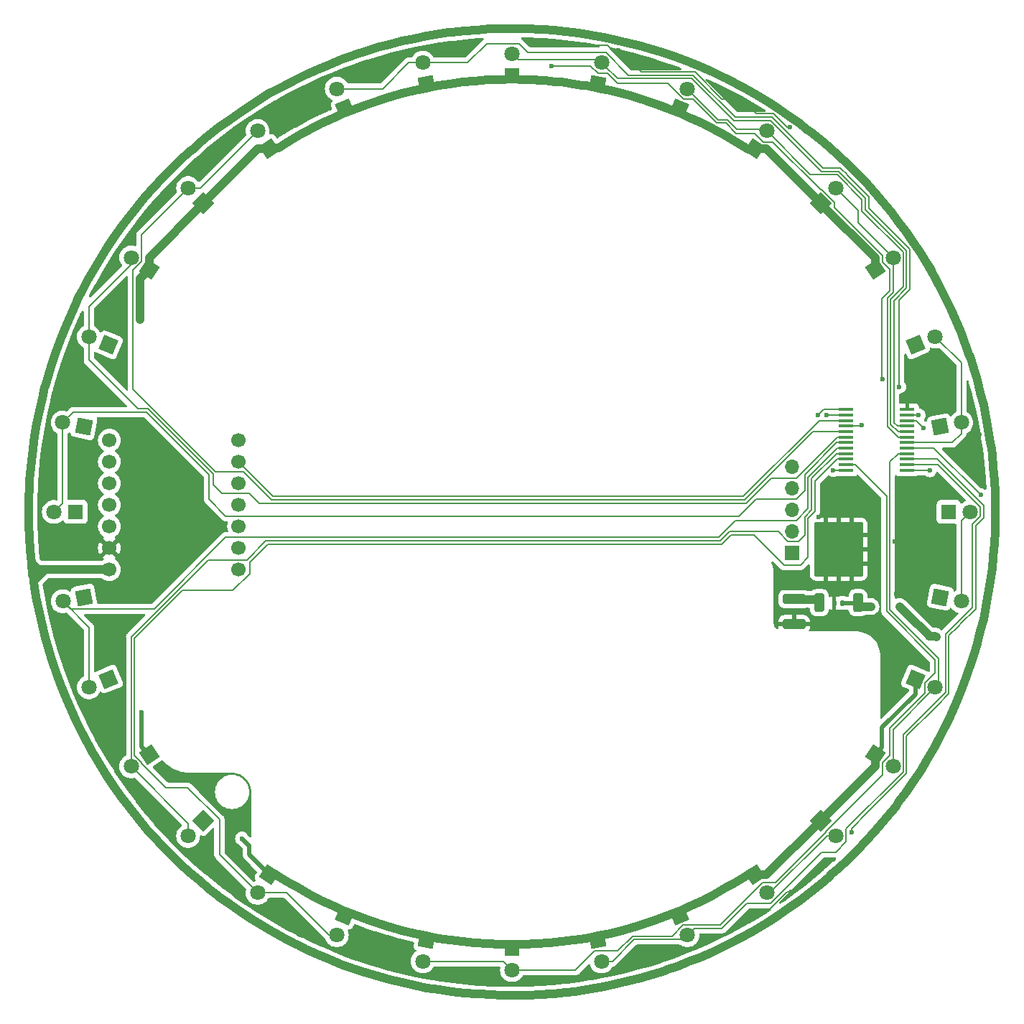
<source format=gbr>
%TF.GenerationSoftware,KiCad,Pcbnew,7.0.11*%
%TF.CreationDate,2025-03-06T22:37:58+09:00*%
%TF.ProjectId,Line_V2,4c696e65-5f56-4322-9e6b-696361645f70,rev?*%
%TF.SameCoordinates,Original*%
%TF.FileFunction,Copper,L1,Top*%
%TF.FilePolarity,Positive*%
%FSLAX46Y46*%
G04 Gerber Fmt 4.6, Leading zero omitted, Abs format (unit mm)*
G04 Created by KiCad (PCBNEW 7.0.11) date 2025-03-06 22:37:58*
%MOMM*%
%LPD*%
G01*
G04 APERTURE LIST*
G04 Aperture macros list*
%AMRoundRect*
0 Rectangle with rounded corners*
0 $1 Rounding radius*
0 $2 $3 $4 $5 $6 $7 $8 $9 X,Y pos of 4 corners*
0 Add a 4 corners polygon primitive as box body*
4,1,4,$2,$3,$4,$5,$6,$7,$8,$9,$2,$3,0*
0 Add four circle primitives for the rounded corners*
1,1,$1+$1,$2,$3*
1,1,$1+$1,$4,$5*
1,1,$1+$1,$6,$7*
1,1,$1+$1,$8,$9*
0 Add four rect primitives between the rounded corners*
20,1,$1+$1,$2,$3,$4,$5,0*
20,1,$1+$1,$4,$5,$6,$7,0*
20,1,$1+$1,$6,$7,$8,$9,0*
20,1,$1+$1,$8,$9,$2,$3,0*%
%AMRotRect*
0 Rectangle, with rotation*
0 The origin of the aperture is its center*
0 $1 length*
0 $2 width*
0 $3 Rotation angle, in degrees counterclockwise*
0 Add horizontal line*
21,1,$1,$2,0,0,$3*%
G04 Aperture macros list end*
%TA.AperFunction,ComponentPad*%
%ADD10C,1.700000*%
%TD*%
%TA.AperFunction,ComponentPad*%
%ADD11R,1.700000X1.700000*%
%TD*%
%TA.AperFunction,ComponentPad*%
%ADD12O,1.700000X1.700000*%
%TD*%
%TA.AperFunction,SMDPad,CuDef*%
%ADD13RoundRect,0.140000X-0.140000X-0.170000X0.140000X-0.170000X0.140000X0.170000X-0.140000X0.170000X0*%
%TD*%
%TA.AperFunction,SMDPad,CuDef*%
%ADD14RoundRect,0.250000X1.100000X-0.325000X1.100000X0.325000X-1.100000X0.325000X-1.100000X-0.325000X0*%
%TD*%
%TA.AperFunction,SMDPad,CuDef*%
%ADD15R,1.750000X0.450000*%
%TD*%
%TA.AperFunction,SMDPad,CuDef*%
%ADD16RoundRect,0.250000X1.125000X-1.275000X1.125000X1.275000X-1.125000X1.275000X-1.125000X-1.275000X0*%
%TD*%
%TA.AperFunction,SMDPad,CuDef*%
%ADD17RoundRect,0.249997X2.650003X-2.950003X2.650003X2.950003X-2.650003X2.950003X-2.650003X-2.950003X0*%
%TD*%
%TA.AperFunction,SMDPad,CuDef*%
%ADD18RoundRect,0.250000X0.350000X-0.850000X0.350000X0.850000X-0.350000X0.850000X-0.350000X-0.850000X0*%
%TD*%
%TA.AperFunction,ComponentPad*%
%ADD19RotRect,1.800000X1.800000X33.750000*%
%TD*%
%TA.AperFunction,ComponentPad*%
%ADD20C,1.800000*%
%TD*%
%TA.AperFunction,ComponentPad*%
%ADD21RotRect,1.800000X1.800000X292.500000*%
%TD*%
%TA.AperFunction,ComponentPad*%
%ADD22RotRect,1.800000X1.800000X168.750000*%
%TD*%
%TA.AperFunction,ComponentPad*%
%ADD23RotRect,1.800000X1.800000X337.500000*%
%TD*%
%TA.AperFunction,ComponentPad*%
%ADD24RotRect,1.800000X1.800000X123.750000*%
%TD*%
%TA.AperFunction,ComponentPad*%
%ADD25RotRect,1.800000X1.800000X191.250000*%
%TD*%
%TA.AperFunction,ComponentPad*%
%ADD26RotRect,1.800000X1.800000X78.750000*%
%TD*%
%TA.AperFunction,ComponentPad*%
%ADD27RotRect,1.800000X1.800000X56.250000*%
%TD*%
%TA.AperFunction,ComponentPad*%
%ADD28R,1.800000X1.800000*%
%TD*%
%TA.AperFunction,ComponentPad*%
%ADD29RotRect,1.800000X1.800000X112.500000*%
%TD*%
%TA.AperFunction,ComponentPad*%
%ADD30RotRect,1.800000X1.800000X258.750000*%
%TD*%
%TA.AperFunction,ComponentPad*%
%ADD31RotRect,1.800000X1.800000X348.750000*%
%TD*%
%TA.AperFunction,ComponentPad*%
%ADD32RotRect,1.800000X1.800000X236.250000*%
%TD*%
%TA.AperFunction,ComponentPad*%
%ADD33RotRect,1.800000X1.800000X22.500000*%
%TD*%
%TA.AperFunction,ComponentPad*%
%ADD34RotRect,1.800000X1.800000X303.750000*%
%TD*%
%TA.AperFunction,ComponentPad*%
%ADD35RotRect,1.800000X1.800000X45.000000*%
%TD*%
%TA.AperFunction,ComponentPad*%
%ADD36RotRect,1.800000X1.800000X315.000000*%
%TD*%
%TA.AperFunction,ComponentPad*%
%ADD37RotRect,1.800000X1.800000X157.500000*%
%TD*%
%TA.AperFunction,ComponentPad*%
%ADD38RotRect,1.800000X1.800000X11.250000*%
%TD*%
%TA.AperFunction,ComponentPad*%
%ADD39RotRect,1.800000X1.800000X202.500000*%
%TD*%
%TA.AperFunction,ComponentPad*%
%ADD40RotRect,1.800000X1.800000X135.000000*%
%TD*%
%TA.AperFunction,ComponentPad*%
%ADD41RotRect,1.800000X1.800000X146.250000*%
%TD*%
%TA.AperFunction,ComponentPad*%
%ADD42RotRect,1.800000X1.800000X326.250000*%
%TD*%
%TA.AperFunction,ComponentPad*%
%ADD43RotRect,1.800000X1.800000X213.750000*%
%TD*%
%TA.AperFunction,ComponentPad*%
%ADD44RotRect,1.800000X1.800000X67.500000*%
%TD*%
%TA.AperFunction,ComponentPad*%
%ADD45RotRect,1.800000X1.800000X101.250000*%
%TD*%
%TA.AperFunction,ComponentPad*%
%ADD46RotRect,1.800000X1.800000X247.500000*%
%TD*%
%TA.AperFunction,ComponentPad*%
%ADD47RotRect,1.800000X1.800000X281.250000*%
%TD*%
%TA.AperFunction,ComponentPad*%
%ADD48RotRect,1.800000X1.800000X225.000000*%
%TD*%
%TA.AperFunction,ViaPad*%
%ADD49C,0.600000*%
%TD*%
%TA.AperFunction,Conductor*%
%ADD50C,0.200000*%
%TD*%
%TA.AperFunction,Conductor*%
%ADD51C,1.000000*%
%TD*%
%TA.AperFunction,Conductor*%
%ADD52C,0.500000*%
%TD*%
G04 APERTURE END LIST*
D10*
%TO.P,U2,1,DAC*%
%TO.N,/COM1*%
X67768400Y-106789800D03*
%TO.P,U2,2*%
%TO.N,/1SO*%
X67768400Y-104249800D03*
%TO.P,U2,3*%
%TO.N,/1S1*%
X67768400Y-101709800D03*
%TO.P,U2,4*%
%TO.N,/1S2*%
X67768400Y-99169800D03*
%TO.P,U2,5,SDA*%
%TO.N,/1S3*%
X67768400Y-96629800D03*
%TO.P,U2,6,SCL*%
%TO.N,/1E*%
X67768400Y-94089800D03*
%TO.P,U2,7,TX*%
%TO.N,/LineTX*%
X67768400Y-91549800D03*
%TO.P,U2,8,RX*%
%TO.N,/LineRX*%
X52528400Y-91549800D03*
%TO.P,U2,9,SCK*%
%TO.N,unconnected-(U2-SCK-Pad9)*%
X52528400Y-94089800D03*
%TO.P,U2,10,MISO*%
%TO.N,unconnected-(U2-MISO-Pad10)*%
X52528400Y-96629800D03*
%TO.P,U2,11,MOSI*%
%TO.N,unconnected-(U2-MOSI-Pad11)*%
X52528400Y-99169800D03*
%TO.P,U2,12,3V3*%
%TO.N,+3.3V*%
X52528400Y-101709800D03*
%TO.P,U2,13,GND*%
%TO.N,GND*%
X52528400Y-104249800D03*
%TO.P,U2,14,5V*%
%TO.N,+5V*%
X52528400Y-106789800D03*
%TD*%
D11*
%TO.P,J1,1,Pin_1*%
%TO.N,+12V*%
X133000000Y-104825000D03*
D12*
%TO.P,J1,2,Pin_2*%
%TO.N,GND*%
X133000000Y-102285000D03*
%TO.P,J1,3,Pin_3*%
%TO.N,/LineRX*%
X133000000Y-99745000D03*
%TO.P,J1,4,Pin_4*%
%TO.N,/LineTX*%
X133000000Y-97205000D03*
%TO.P,J1,5,Pin_5*%
%TO.N,/PWM*%
X133000000Y-94665000D03*
%TD*%
D13*
%TO.P,C2,1*%
%TO.N,GND*%
X137970000Y-110750000D03*
%TO.P,C2,2*%
%TO.N,+5V*%
X138930000Y-110750000D03*
%TD*%
D14*
%TO.P,C1,1*%
%TO.N,GND*%
X133250000Y-113225000D03*
%TO.P,C1,2*%
%TO.N,+12V*%
X133250000Y-110275000D03*
%TD*%
D15*
%TO.P,U1,1,COM*%
%TO.N,/COM1*%
X146600000Y-95075000D03*
%TO.P,U1,2,I7*%
%TO.N,/8*%
X146600000Y-94425000D03*
%TO.P,U1,3,I6*%
%TO.N,/7*%
X146600000Y-93775000D03*
%TO.P,U1,4,I5*%
%TO.N,/6*%
X146600000Y-93125000D03*
%TO.P,U1,5,I4*%
%TO.N,/5*%
X146600000Y-92475000D03*
%TO.P,U1,6,I3*%
%TO.N,/4*%
X146600000Y-91825000D03*
%TO.P,U1,7,I2*%
%TO.N,/3*%
X146600000Y-91175000D03*
%TO.P,U1,8,I1*%
%TO.N,/2*%
X146600000Y-90525000D03*
%TO.P,U1,9,I0*%
%TO.N,/1*%
X146600000Y-89875000D03*
%TO.P,U1,10,S0*%
%TO.N,/1SO*%
X146600000Y-89225000D03*
%TO.P,U1,11,S1*%
%TO.N,/1S1*%
X146600000Y-88575000D03*
%TO.P,U1,12,GND*%
%TO.N,GND*%
X146600000Y-87925000D03*
%TO.P,U1,13,S3*%
%TO.N,/1S3*%
X139400000Y-87925000D03*
%TO.P,U1,14,S2*%
%TO.N,/1S2*%
X139400000Y-88575000D03*
%TO.P,U1,15,~{E}*%
%TO.N,/1E*%
X139400000Y-89225000D03*
%TO.P,U1,16,I15*%
%TO.N,/16*%
X139400000Y-89875000D03*
%TO.P,U1,17,I14*%
%TO.N,/15*%
X139400000Y-90525000D03*
%TO.P,U1,18,I13*%
%TO.N,/14*%
X139400000Y-91175000D03*
%TO.P,U1,19,I12*%
%TO.N,/13*%
X139400000Y-91825000D03*
%TO.P,U1,20,I11*%
%TO.N,/12*%
X139400000Y-92475000D03*
%TO.P,U1,21,I10*%
%TO.N,/11*%
X139400000Y-93125000D03*
%TO.P,U1,22,I9*%
%TO.N,/10*%
X139400000Y-93775000D03*
%TO.P,U1,23,I8*%
%TO.N,/9*%
X139400000Y-94425000D03*
%TO.P,U1,24,VCC*%
%TO.N,+3.3V*%
X139400000Y-95075000D03*
%TD*%
D16*
%TO.P,U3,1,GND*%
%TO.N,GND*%
X136977500Y-106075000D03*
X140027500Y-106075000D03*
D17*
X138502500Y-104400000D03*
D16*
X136977500Y-102725000D03*
X140027500Y-102725000D03*
D18*
%TO.P,U3,2,VO*%
%TO.N,+5V*%
X140782500Y-110700000D03*
%TO.P,U3,3,VI*%
%TO.N,+12V*%
X136222500Y-110700000D03*
%TD*%
D19*
%TO.P,Q6,1,C*%
%TO.N,+3.3V*%
X142799898Y-71402023D03*
D20*
%TO.P,Q6,2,E*%
%TO.N,/3*%
X144911831Y-69990875D03*
%TD*%
D21*
%TO.P,Q15,1,C*%
%TO.N,+3.3V*%
X119698629Y-147556699D03*
D20*
%TO.P,Q15,2,E*%
%TO.N,/8*%
X120670645Y-149903353D03*
%TD*%
D22*
%TO.P,Q26,1,C*%
%TO.N,+3.3V*%
X49514078Y-89957726D03*
D20*
%TO.P,Q26,2,E*%
%TO.N,/13*%
X47022883Y-89462197D03*
%TD*%
D23*
%TO.P,Q11,1,C*%
%TO.N,+3.3V*%
X147556699Y-119698629D03*
D20*
%TO.P,Q11,2,E*%
%TO.N,/6*%
X149903353Y-120670645D03*
%TD*%
D24*
%TO.P,Q30,1,C*%
%TO.N,+3.3V*%
X71402023Y-57200102D03*
D20*
%TO.P,Q30,2,E*%
%TO.N,/15*%
X69990875Y-55088169D03*
%TD*%
D25*
%TO.P,Q24,1,C*%
%TO.N,+3.3V*%
X49528789Y-110039347D03*
D20*
%TO.P,Q24,2,E*%
%TO.N,/12*%
X47037594Y-110534876D03*
%TD*%
D26*
%TO.P,Q2,1,C*%
%TO.N,+3.3V*%
X110042274Y-49514077D03*
D20*
%TO.P,Q2,2,E*%
%TO.N,/1*%
X110537803Y-47022882D03*
%TD*%
D27*
%TO.P,Q4,1,C*%
%TO.N,+3.3V*%
X128597977Y-57200102D03*
D20*
%TO.P,Q4,2,E*%
%TO.N,/2*%
X130009125Y-55088169D03*
%TD*%
D28*
%TO.P,Q17,1,C*%
%TO.N,+3.3V*%
X100000000Y-151475000D03*
D20*
%TO.P,Q17,2,E*%
%TO.N,/9*%
X100000000Y-154015000D03*
%TD*%
D29*
%TO.P,Q31,1,C*%
%TO.N,+3.3V*%
X80301371Y-52443301D03*
D20*
%TO.P,Q31,2,E*%
%TO.N,/16*%
X79329355Y-50096647D03*
%TD*%
D30*
%TO.P,Q18,1,C*%
%TO.N,+3.3V*%
X89957726Y-150485922D03*
D20*
%TO.P,Q18,2,E*%
%TO.N,/9*%
X89462197Y-152977117D03*
%TD*%
D31*
%TO.P,Q10,1,C*%
%TO.N,+3.3V*%
X150485922Y-110042274D03*
D20*
%TO.P,Q10,2,E*%
%TO.N,/5*%
X152977117Y-110537803D03*
%TD*%
D32*
%TO.P,Q20,1,C*%
%TO.N,+3.3V*%
X71402023Y-142799898D03*
D20*
%TO.P,Q20,2,E*%
%TO.N,/10*%
X69990875Y-144911831D03*
%TD*%
D33*
%TO.P,Q7,1,C*%
%TO.N,+3.3V*%
X147556699Y-80301371D03*
D20*
%TO.P,Q7,2,E*%
%TO.N,/4*%
X149903353Y-79329355D03*
%TD*%
D34*
%TO.P,Q14,1,C*%
%TO.N,+3.3V*%
X128597977Y-142799898D03*
D20*
%TO.P,Q14,2,E*%
%TO.N,/7*%
X130009125Y-144911831D03*
%TD*%
D35*
%TO.P,Q5,1,C*%
%TO.N,+3.3V*%
X136398321Y-63601679D03*
D20*
%TO.P,Q5,2,E*%
%TO.N,/3*%
X138194372Y-61805628D03*
%TD*%
D36*
%TO.P,Q13,1,C*%
%TO.N,+3.3V*%
X136398321Y-136398321D03*
D20*
%TO.P,Q13,2,E*%
%TO.N,/7*%
X138194372Y-138194372D03*
%TD*%
D28*
%TO.P,Q25,1,C*%
%TO.N,+3.3V*%
X48525000Y-100000000D03*
D20*
%TO.P,Q25,2,E*%
%TO.N,/13*%
X45985000Y-100000000D03*
%TD*%
D37*
%TO.P,Q27,1,C*%
%TO.N,+3.3V*%
X52443301Y-80301371D03*
D20*
%TO.P,Q27,2,E*%
%TO.N,/14*%
X50096647Y-79329355D03*
%TD*%
D38*
%TO.P,Q8,1,C*%
%TO.N,+3.3V*%
X150485922Y-89957726D03*
D20*
%TO.P,Q8,2,E*%
%TO.N,/4*%
X152977117Y-89462197D03*
%TD*%
D28*
%TO.P,Q9,1,C*%
%TO.N,+3.3V*%
X151475000Y-100000000D03*
D20*
%TO.P,Q9,2,E*%
%TO.N,/5*%
X154015000Y-100000000D03*
%TD*%
D39*
%TO.P,Q23,1,C*%
%TO.N,+3.3V*%
X52443301Y-119698629D03*
D20*
%TO.P,Q23,2,E*%
%TO.N,/12*%
X50096647Y-120670645D03*
%TD*%
D40*
%TO.P,Q29,1,C*%
%TO.N,+3.3V*%
X63601679Y-63601679D03*
D20*
%TO.P,Q29,2,E*%
%TO.N,/15*%
X61805628Y-61805628D03*
%TD*%
D41*
%TO.P,Q28,1,C*%
%TO.N,+3.3V*%
X57200102Y-71402023D03*
D20*
%TO.P,Q28,2,E*%
%TO.N,/14*%
X55088169Y-69990875D03*
%TD*%
D42*
%TO.P,Q12,1,C*%
%TO.N,+3.3V*%
X142799898Y-128597977D03*
D20*
%TO.P,Q12,2,E*%
%TO.N,/6*%
X144911831Y-130009125D03*
%TD*%
D43*
%TO.P,Q22,1,C*%
%TO.N,+3.3V*%
X57200102Y-128597977D03*
D20*
%TO.P,Q22,2,E*%
%TO.N,/11*%
X55088169Y-130009125D03*
%TD*%
D44*
%TO.P,Q3,1,C*%
%TO.N,+3.3V*%
X119698629Y-52443301D03*
D20*
%TO.P,Q3,2,E*%
%TO.N,/2*%
X120670645Y-50096647D03*
%TD*%
D45*
%TO.P,Q32,1,C*%
%TO.N,+3.3V*%
X89957726Y-49514078D03*
D20*
%TO.P,Q32,2,E*%
%TO.N,/16*%
X89462197Y-47022883D03*
%TD*%
D28*
%TO.P,Q1,1,C*%
%TO.N,+3.3V*%
X100000000Y-48525000D03*
D20*
%TO.P,Q1,2,E*%
%TO.N,/1*%
X100000000Y-45985000D03*
%TD*%
D46*
%TO.P,Q19,1,C*%
%TO.N,+3.3V*%
X80301371Y-147556699D03*
D20*
%TO.P,Q19,2,E*%
%TO.N,/10*%
X79329355Y-149903353D03*
%TD*%
D47*
%TO.P,Q16,1,C*%
%TO.N,+3.3V*%
X110042274Y-150485922D03*
D20*
%TO.P,Q16,2,E*%
%TO.N,/8*%
X110537803Y-152977117D03*
%TD*%
D48*
%TO.P,Q21,1,C*%
%TO.N,+3.3V*%
X63601679Y-136398321D03*
D20*
%TO.P,Q21,2,E*%
%TO.N,/11*%
X61805628Y-138194372D03*
%TD*%
D49*
%TO.N,GND*%
X142750000Y-109400000D03*
X52700000Y-125650000D03*
X67550000Y-55550000D03*
X105550000Y-155200000D03*
X135750000Y-113200000D03*
X126400000Y-148950000D03*
X65450000Y-101700000D03*
X136150000Y-100600000D03*
X129100000Y-147300000D03*
X57050000Y-64950000D03*
X142550000Y-113600000D03*
X58600000Y-130150000D03*
X143950000Y-123250000D03*
X135950000Y-102000000D03*
X153900000Y-87300000D03*
X94300000Y-45650000D03*
X133150000Y-113400000D03*
X48800000Y-95150000D03*
X151450000Y-104900000D03*
X63150000Y-96600000D03*
X52800000Y-129450000D03*
X114450000Y-47300000D03*
X46750000Y-112800000D03*
X81050000Y-48050000D03*
X96200000Y-154650000D03*
X112500000Y-45550000D03*
X80950000Y-151150000D03*
X52000000Y-76500000D03*
X142750000Y-106000000D03*
X54200000Y-119400000D03*
X132750000Y-54650000D03*
X148850000Y-118000000D03*
X108750000Y-154650000D03*
X67300000Y-140100000D03*
X87450000Y-154300000D03*
X102200000Y-155200000D03*
X145300000Y-109650000D03*
X54900000Y-112900000D03*
X148400000Y-106000000D03*
X62450000Y-140550000D03*
X58500000Y-135300000D03*
X52850000Y-122000000D03*
X59500000Y-62500000D03*
X76000000Y-149150000D03*
X51700000Y-114750000D03*
X53100000Y-74100000D03*
X45200000Y-109000000D03*
X155150000Y-90900000D03*
X49250000Y-76800000D03*
X113450000Y-153200000D03*
X44850000Y-105350000D03*
X151700000Y-98000000D03*
X139350000Y-109400000D03*
X50900000Y-73650000D03*
X149250000Y-84850000D03*
X151600000Y-82500000D03*
X53100000Y-71300000D03*
X50200000Y-122600000D03*
X48750000Y-102150000D03*
X55450000Y-132350000D03*
X67450000Y-144900000D03*
X147750000Y-110900000D03*
X45350000Y-96100000D03*
X46050000Y-87300000D03*
X145550000Y-120900000D03*
X122450000Y-150050000D03*
X48400000Y-117750000D03*
X146500000Y-82200000D03*
X149050000Y-100050000D03*
X91500000Y-45450000D03*
X64300000Y-138700000D03*
X54200000Y-95150000D03*
X70950000Y-52750000D03*
X117600000Y-151600000D03*
X65050000Y-57800000D03*
X84500000Y-151700000D03*
X55150000Y-67600000D03*
X108650000Y-44950000D03*
X151300000Y-87750000D03*
X128250000Y-52500000D03*
X45650000Y-91350000D03*
X48900000Y-81150000D03*
X55300000Y-102100000D03*
X86250000Y-46900000D03*
X77100000Y-50550000D03*
X91550000Y-154250000D03*
X153700000Y-94500000D03*
X57350000Y-110200000D03*
X70500000Y-147000000D03*
X102050000Y-44500000D03*
X125600000Y-51300000D03*
X132950000Y-144800000D03*
X50650000Y-85200000D03*
X145150000Y-103450000D03*
X44850000Y-101550000D03*
X131150000Y-112600000D03*
X151850000Y-108250000D03*
%TO.N,+12V*%
X133250000Y-110300000D03*
%TO.N,+5V*%
X128500000Y-149350000D03*
X118300000Y-153950000D03*
X114800000Y-44950000D03*
X81700000Y-45950000D03*
X71500000Y-50600000D03*
X65300000Y-145200000D03*
X134700000Y-54850000D03*
X150000000Y-114750000D03*
X74800000Y-151100000D03*
X145700000Y-111150000D03*
X43100000Y-96200000D03*
X50650000Y-128500000D03*
X62450000Y-57150000D03*
X145250000Y-134700000D03*
X140850000Y-110750000D03*
X48850000Y-74700000D03*
X142850000Y-62400000D03*
X107450000Y-156550000D03*
X151100000Y-125200000D03*
X44900000Y-85250000D03*
X156850000Y-103750000D03*
X96250000Y-156850000D03*
X92550000Y-43450000D03*
X103750000Y-43150000D03*
X142300000Y-111150000D03*
X155050000Y-114750000D03*
X149400000Y-71500000D03*
X154000000Y-81650000D03*
X146500000Y-111950000D03*
X149150000Y-114650000D03*
X156550000Y-92550000D03*
X125200000Y-48850000D03*
X43400000Y-107450000D03*
X46050000Y-118350000D03*
X137550000Y-142800000D03*
X57100000Y-137600000D03*
X54800000Y-65250000D03*
X85250000Y-155050000D03*
%TO.N,/PWM*%
X104650000Y-47400000D03*
X143650000Y-84300000D03*
%TO.N,+3.3V*%
X56100000Y-76150000D03*
X137874265Y-95074265D03*
X68150000Y-138500000D03*
X56297844Y-124650000D03*
X56100000Y-77300000D03*
X56297844Y-123600000D03*
X69000000Y-139350000D03*
%TO.N,/5*%
X155250000Y-98000000D03*
%TO.N,/7*%
X140000000Y-137750000D03*
%TO.N,/16*%
X141250000Y-89750000D03*
X145650000Y-85250000D03*
%TO.N,/COM1*%
X149250000Y-95100000D03*
%TO.N,/1SO*%
X148550000Y-90100000D03*
%TO.N,/1S1*%
X147950000Y-88600000D03*
%TO.N,/1S3*%
X136100000Y-88600000D03*
%TO.N,/1S2*%
X137050000Y-88550000D03*
%TD*%
D50*
%TO.N,GND*%
X121555040Y-48105040D02*
X121534492Y-48096647D01*
X125600000Y-51300000D02*
X124750000Y-51300000D01*
X124750000Y-51300000D02*
X121555040Y-48105040D01*
X129100000Y-147300000D02*
X129915686Y-147300000D01*
X111874018Y-45550000D02*
X112500000Y-45550000D01*
X130799384Y-53050000D02*
X131033698Y-53284315D01*
X128250000Y-52500000D02*
X128800000Y-53050000D01*
X121534492Y-48096647D02*
X115246647Y-48096647D01*
X132399383Y-54650000D02*
X132750000Y-54650000D01*
X115246647Y-48096647D02*
X114450000Y-47300000D01*
X108650000Y-44950000D02*
X111274018Y-44950000D01*
X131033698Y-53284315D02*
X132399383Y-54650000D01*
X129915686Y-147300000D02*
X132415686Y-144800000D01*
X132415686Y-144800000D02*
X132950000Y-144800000D01*
X128800000Y-53050000D02*
X130799384Y-53050000D01*
X111274018Y-44950000D02*
X111874018Y-45550000D01*
D51*
%TO.N,+12V*%
X133250000Y-110300000D02*
X135822500Y-110300000D01*
X135822500Y-110300000D02*
X136222500Y-110700000D01*
%TO.N,+5V*%
X51470359Y-129892804D02*
X52272895Y-131158132D01*
X78447874Y-152765629D02*
X79842316Y-153313915D01*
X65475797Y-54648207D02*
X64295578Y-55571405D01*
X118300000Y-153950000D02*
X119455136Y-153574280D01*
X81700000Y-45950000D02*
X81250743Y-46174624D01*
X59829424Y-140435511D02*
X60906168Y-141477441D01*
X118040173Y-45932839D02*
X116612672Y-45477300D01*
X144662297Y-64588349D02*
X143716022Y-63426579D01*
X92900920Y-43446408D02*
X92550000Y-43450000D01*
X45369293Y-116253973D02*
X45815430Y-117684404D01*
X113724279Y-155320429D02*
X115173735Y-154940545D01*
X141733492Y-138820373D02*
X142739539Y-137709912D01*
X146461630Y-133015493D02*
X147313435Y-131782772D01*
X64295578Y-55571405D02*
X63140046Y-56525300D01*
X89938578Y-156102350D02*
X91416769Y-156347439D01*
X149670431Y-72043712D02*
X150388130Y-73359015D01*
X145577713Y-65774602D02*
X144662297Y-64588349D01*
X130211087Y-148332143D02*
X131471127Y-147521299D01*
X133925091Y-54198319D02*
X132709436Y-53322398D01*
X43022276Y-98501758D02*
X43002582Y-100000000D01*
X103750000Y-43150000D02*
X103369514Y-43102267D01*
X43710191Y-108953390D02*
X43964983Y-110429895D01*
X69156209Y-52069150D02*
X67906956Y-52896473D01*
X150388130Y-73359015D02*
X151071008Y-74692731D01*
X63140046Y-56525300D02*
X62450000Y-57150000D01*
X104863996Y-43210501D02*
X103750000Y-43150000D01*
X45369293Y-83746027D02*
X44960915Y-85187680D01*
X46819717Y-79492362D02*
X46299016Y-80897380D01*
X156167268Y-90307547D02*
X156402636Y-91787301D01*
X94389989Y-156720661D02*
X95882918Y-156848530D01*
X107841814Y-156455396D02*
X109323100Y-156229756D01*
X155893073Y-111165577D02*
X156167268Y-109692453D01*
X78447874Y-47234371D02*
X77068272Y-47819145D01*
X149150000Y-114650000D02*
X149150000Y-114600000D01*
X95882918Y-43151470D02*
X94389989Y-43279339D01*
X85549719Y-155135244D02*
X87004041Y-155496043D01*
X127629247Y-50146911D02*
X126309261Y-49437875D01*
X62450000Y-57150000D02*
X62009987Y-57509241D01*
X43002582Y-100000000D02*
X43022276Y-101498242D01*
X148918370Y-70747670D02*
X149670431Y-72043712D01*
X96250000Y-156850000D02*
X97378670Y-156937109D01*
X154000000Y-81650000D02*
X154412342Y-83029356D01*
X114800000Y-44950000D02*
X113724279Y-44679571D01*
X85250000Y-155050000D02*
X85549719Y-155135244D01*
X124971041Y-151236246D02*
X126309261Y-150562125D01*
X130211087Y-51667857D02*
X128930182Y-50890426D01*
X57759837Y-138268451D02*
X58780365Y-139365561D01*
X43179756Y-95509383D02*
X43100000Y-96200000D01*
X43022276Y-101498242D02*
X43081350Y-102995502D01*
X116612672Y-154522700D02*
X118040173Y-154067161D01*
X98876244Y-43013660D02*
X97378670Y-43062891D01*
X52272895Y-131158132D02*
X53108410Y-132401922D01*
X50650000Y-128500000D02*
X50701317Y-128606740D01*
X43317438Y-94017279D02*
X43179756Y-95509383D01*
X53108410Y-67598078D02*
X52272895Y-68841868D01*
X140698622Y-60096016D02*
X139635629Y-59039987D01*
X142739539Y-137709912D02*
X143716022Y-136573421D01*
X79842316Y-46686085D02*
X78447874Y-47234371D01*
X70426824Y-51274924D02*
X69156209Y-52069150D01*
X107841814Y-43544604D02*
X106355106Y-43357981D01*
X119455136Y-46425720D02*
X118040173Y-45932839D01*
X60906168Y-141477441D02*
X62009987Y-142490759D01*
X55807034Y-135995659D02*
X56768482Y-137144873D01*
X156599031Y-106727215D02*
X156756305Y-105237133D01*
X46299016Y-80897380D02*
X45815430Y-82315596D01*
X146461630Y-66984507D02*
X145577713Y-65774602D01*
X43593211Y-108150000D02*
X43710191Y-108953390D01*
X137428203Y-57013544D02*
X136285347Y-56044576D01*
X128930182Y-50890426D02*
X127629247Y-50146911D01*
X82672084Y-154299623D02*
X84105435Y-154736354D01*
X151071008Y-125307269D02*
X151100000Y-125200000D01*
X43964983Y-89570105D02*
X43710191Y-91046610D01*
X109323100Y-43770244D02*
X107841814Y-43544604D01*
X47970975Y-123274153D02*
X48600760Y-124633796D01*
X45815430Y-82315596D02*
X45369293Y-83746027D01*
X48850000Y-74700000D02*
X48600760Y-75366204D01*
X113724279Y-44679571D02*
X112265391Y-44337931D01*
X75704592Y-48439948D02*
X74357641Y-49096413D01*
X125200000Y-48850000D02*
X124971041Y-48763754D01*
X82672084Y-45700377D02*
X81700000Y-45950000D01*
X128500000Y-149350000D02*
X128930182Y-149109574D01*
X131471127Y-52478701D02*
X130211087Y-51667857D01*
X44590570Y-86639584D02*
X44258520Y-88100709D01*
X77068272Y-152180855D02*
X78447874Y-152765629D01*
X58780365Y-60634439D02*
X57759837Y-61731549D01*
X156402636Y-91787301D02*
X156550000Y-92550000D01*
X97378670Y-156937109D02*
X98876244Y-156986340D01*
X54876089Y-134821522D02*
X55807034Y-135995659D01*
X45815430Y-117684404D02*
X46050000Y-118350000D01*
X106355106Y-43357981D02*
X104863996Y-43210501D01*
X156850000Y-103750000D02*
X156874361Y-103743376D01*
X156756305Y-105237133D02*
X156850000Y-103750000D01*
X126309261Y-150562125D02*
X127629247Y-149853089D01*
X97378670Y-43062891D02*
X95882918Y-43151470D01*
X49966424Y-72698956D02*
X49266033Y-74023660D01*
X56768482Y-137144873D02*
X57100000Y-137600000D01*
X150388130Y-126640985D02*
X151071008Y-125307269D01*
X156953107Y-102247083D02*
X156992538Y-100747550D01*
X91416769Y-43652561D02*
X89938578Y-43897650D01*
X107450000Y-156550000D02*
X107841814Y-156455396D01*
D52*
X138930000Y-110750000D02*
X140732500Y-110750000D01*
D51*
X52528400Y-106789800D02*
X44953411Y-106789800D01*
X98876244Y-156986340D02*
X100374581Y-156996188D01*
X103369514Y-156897733D02*
X104863996Y-156789499D01*
X148132536Y-130528098D02*
X148918370Y-129252330D01*
X141733492Y-61179627D02*
X140698622Y-60096016D01*
X132709436Y-146677602D02*
X133925091Y-145801681D01*
X48600760Y-75366204D02*
X47970975Y-76725847D01*
D52*
X140732500Y-110750000D02*
X140782500Y-110700000D01*
D51*
X142739539Y-62290088D02*
X141733492Y-61179627D01*
X43081350Y-97004498D02*
X43022276Y-98501758D01*
X44258520Y-88100709D02*
X43964983Y-89570105D01*
X133925091Y-145801681D02*
X135117345Y-144894073D01*
X149150000Y-114600000D02*
X146500000Y-111950000D01*
X154839631Y-84465502D02*
X155229029Y-85912415D01*
X126309261Y-49437875D02*
X125200000Y-48850000D01*
X156756305Y-94762867D02*
X156874361Y-96256624D01*
X53976369Y-66376628D02*
X53108410Y-67598078D01*
X155229029Y-114087585D02*
X155580256Y-112630946D01*
X115173735Y-45059455D02*
X114800000Y-44950000D01*
X55807034Y-64004341D02*
X54876089Y-65178478D01*
X142300000Y-111150000D02*
X141232500Y-111150000D01*
X47970975Y-76725847D02*
X47377163Y-78101535D01*
X64295578Y-144428595D02*
X65300000Y-145200000D01*
X62009987Y-142490759D02*
X63140046Y-143474700D01*
X43494281Y-92529426D02*
X43317438Y-94017279D01*
X148918370Y-129252330D02*
X149670431Y-127956288D01*
X74800000Y-151100000D02*
X75704592Y-151560052D01*
X141232500Y-111150000D02*
X140782500Y-110700000D01*
X74357641Y-49096413D02*
X73028396Y-49788066D01*
X101872699Y-156966646D02*
X103369514Y-156897733D01*
X135117345Y-55105927D02*
X134700000Y-54850000D01*
X120856720Y-46955651D02*
X119455136Y-46425720D01*
X137550000Y-142800000D02*
X138545237Y-141987743D01*
X139635629Y-59039987D02*
X138545237Y-58012257D01*
X109323100Y-156229756D02*
X110770478Y-155970183D01*
X109373863Y-156220652D02*
X110797976Y-155965252D01*
X112265391Y-44337931D02*
X110797976Y-44034748D01*
X155229029Y-85912415D02*
X155580256Y-87369054D01*
X43317438Y-105982721D02*
X43400000Y-107450000D01*
X152330443Y-77411720D02*
X152906137Y-78795132D01*
X103369514Y-156897733D02*
X104515835Y-156814714D01*
X62009987Y-57509241D02*
X60906168Y-58522559D01*
X151390545Y-75359455D02*
X151718608Y-76043969D01*
X50701317Y-128606740D02*
X51470359Y-129892804D01*
X44960915Y-114812320D02*
X45369293Y-116253973D01*
X44960915Y-85187680D02*
X44900000Y-85250000D01*
X156992538Y-99252450D02*
X156996373Y-100419584D01*
X56768482Y-62855127D02*
X55807034Y-64004341D01*
X156874361Y-96256624D02*
X156953107Y-97752917D01*
X122243808Y-152477793D02*
X123615633Y-151874922D01*
X49966424Y-127301044D02*
X50650000Y-128500000D01*
X59829424Y-59564489D02*
X58780365Y-60634439D01*
X153445251Y-119806838D02*
X153947435Y-118395106D01*
X50701317Y-71393260D02*
X49966424Y-72698956D01*
X152330443Y-122588280D02*
X152906137Y-121204868D01*
X43494281Y-107470574D02*
X43593211Y-108150000D01*
X65475797Y-145351793D02*
X66679866Y-146243643D01*
X100374581Y-156996188D02*
X101872699Y-156966646D01*
X156874361Y-103743376D02*
X156953107Y-102247083D01*
X149400000Y-71500000D02*
X148918370Y-70747670D01*
X70426824Y-148725076D02*
X71717844Y-149485608D01*
X43100000Y-96200000D02*
X43081350Y-97004498D01*
X65300000Y-145200000D02*
X65475797Y-145351793D01*
X147313435Y-68217228D02*
X146461630Y-66984507D01*
X149150000Y-114650000D02*
X149900000Y-114650000D01*
X124971041Y-48763754D02*
X123615633Y-48125078D01*
X156402636Y-108212699D02*
X156599031Y-106727215D01*
X91416769Y-156347439D02*
X92900920Y-156553592D01*
X148132536Y-69471902D02*
X148918370Y-70747670D01*
X118040173Y-154067161D02*
X118300000Y-153950000D01*
X63140046Y-143474700D02*
X64295578Y-144428595D01*
X43400000Y-107450000D02*
X43494281Y-107470574D01*
X44590570Y-113360416D02*
X44960915Y-114812320D01*
X127629247Y-149853089D02*
X128500000Y-149350000D01*
X84105435Y-154736354D02*
X85250000Y-155050000D01*
X142850000Y-62400000D02*
X142739539Y-62290088D01*
X145250000Y-134700000D02*
X145577713Y-134225398D01*
X123615633Y-151874922D02*
X124971041Y-151236246D01*
X151718608Y-76043969D02*
X152330443Y-77411720D01*
X57100000Y-137600000D02*
X57759837Y-138268451D01*
X134700000Y-54850000D02*
X133925091Y-54198319D01*
X73028396Y-49788066D02*
X71717844Y-50514392D01*
X156550000Y-92550000D02*
X156599031Y-93272785D01*
X43710191Y-91046610D02*
X43494281Y-92529426D01*
X77068272Y-47819145D02*
X75704592Y-48439948D01*
X89938578Y-43897650D02*
X88467358Y-44181509D01*
X155580256Y-87369054D02*
X155893073Y-88834423D01*
X147313435Y-68217228D02*
X148132536Y-69471902D01*
X54876089Y-65178478D02*
X54800000Y-65250000D01*
X66679866Y-146243643D02*
X67906956Y-147103527D01*
X53108410Y-132401922D02*
X53976369Y-133623372D01*
X144662297Y-135411651D02*
X145250000Y-134700000D01*
X71717844Y-50514392D02*
X71500000Y-50600000D01*
X88467358Y-44181509D02*
X87004041Y-44503957D01*
X147313435Y-131782772D02*
X148132536Y-130528098D01*
X48600760Y-124633796D02*
X49266033Y-125976340D01*
X71717844Y-149485608D02*
X73028396Y-150211934D01*
X43081350Y-102995502D02*
X43179756Y-104490617D01*
X116612672Y-45477300D02*
X115173735Y-45059455D01*
X110797976Y-155965252D02*
X112265391Y-155662069D01*
X92550000Y-43450000D02*
X91416769Y-43652561D01*
X149670431Y-127956288D02*
X150388130Y-126640985D01*
X43964983Y-110429895D02*
X44258520Y-111899291D01*
X154412342Y-83029356D02*
X154839631Y-84465502D01*
X152906137Y-78795132D02*
X153445251Y-80193162D01*
X115173735Y-154940545D02*
X116612672Y-154522700D01*
X154839631Y-115534498D02*
X155050000Y-114750000D01*
X104863996Y-156789499D02*
X106355106Y-156642019D01*
X143716022Y-63426579D02*
X142850000Y-62400000D01*
X136285347Y-143955424D02*
X137428203Y-142986456D01*
X87004041Y-155496043D02*
X88467358Y-155818491D01*
X52272895Y-68841868D02*
X51470359Y-70107196D01*
X128930182Y-149109574D02*
X130211087Y-148332143D01*
X120856720Y-153044349D02*
X122243808Y-152477793D01*
X47377163Y-78101535D02*
X46819717Y-79492362D01*
X71500000Y-50600000D02*
X70426824Y-51274924D01*
X143716022Y-136573421D02*
X144662297Y-135411651D01*
X46819717Y-120507638D02*
X47377163Y-121898465D01*
X92900920Y-156553592D02*
X94389989Y-156720661D01*
X153445251Y-80193162D02*
X153947435Y-81604894D01*
X122243808Y-47522207D02*
X120856720Y-46955651D01*
X87004041Y-44503957D02*
X85549719Y-44864756D01*
X151718608Y-123956031D02*
X152330443Y-122588280D01*
X155050000Y-114750000D02*
X155229029Y-114087585D01*
X58780365Y-139365561D02*
X59829424Y-140435511D01*
X152906137Y-121204868D02*
X153445251Y-119806838D01*
X46299016Y-119102620D02*
X46819717Y-120507638D01*
X137428203Y-142986456D02*
X137550000Y-142800000D01*
X136285347Y-56044576D02*
X135117345Y-55105927D01*
X44258520Y-111899291D02*
X44590570Y-113360416D01*
X51470359Y-70107196D02*
X50701317Y-71393260D01*
X119455136Y-153574280D02*
X120856720Y-153044349D01*
X88467358Y-155818491D02*
X89938578Y-156102350D01*
X44124517Y-106789800D02*
X43317438Y-105982721D01*
X138545237Y-58012257D02*
X137428203Y-57013544D01*
X73028396Y-150211934D02*
X74357641Y-150903587D01*
X139635629Y-140960013D02*
X140698622Y-139903984D01*
X101872699Y-43033354D02*
X100374581Y-43003812D01*
X94389989Y-43279339D02*
X92900920Y-43446408D01*
X85549719Y-44864756D02*
X84105435Y-45263646D01*
X79842316Y-153313915D02*
X81250743Y-153825376D01*
X103369514Y-43102267D02*
X101872699Y-43033354D01*
X110797976Y-44034748D02*
X109323100Y-43770244D01*
X153947435Y-118395106D02*
X154412342Y-116970644D01*
X44900000Y-85250000D02*
X44590570Y-86639584D01*
X123615633Y-48125078D02*
X122243808Y-47522207D01*
X156599031Y-93272785D02*
X156756305Y-94762867D01*
X151071008Y-74692731D02*
X151390545Y-75359455D01*
X75704592Y-151560052D02*
X77068272Y-152180855D01*
X49266033Y-125976340D02*
X49966424Y-127301044D01*
X106355106Y-156642019D02*
X107450000Y-156550000D01*
X112265391Y-155662069D02*
X113724279Y-155320429D01*
X138545237Y-141987743D02*
X139635629Y-140960013D01*
X151100000Y-125200000D02*
X151718608Y-123956031D01*
X46050000Y-118350000D02*
X46299016Y-119102620D01*
X74357641Y-150903587D02*
X74800000Y-151100000D01*
X145577713Y-134225398D02*
X146461630Y-133015493D01*
X43179756Y-104490617D02*
X43317438Y-105982721D01*
X66679866Y-53756357D02*
X65475797Y-54648207D01*
X156953107Y-97752917D02*
X156992538Y-99252450D01*
X146500000Y-111950000D02*
X145700000Y-111150000D01*
X132709436Y-53322398D02*
X131471127Y-52478701D01*
X44953411Y-106789800D02*
X43593211Y-108150000D01*
X156167268Y-109692453D02*
X156402636Y-108212699D01*
X84105435Y-45263646D02*
X82672084Y-45700377D01*
X67906956Y-147103527D02*
X69156209Y-147930850D01*
X100374581Y-43003812D02*
X98876244Y-43013660D01*
X95882918Y-156848530D02*
X96250000Y-156850000D01*
X140698622Y-139903984D02*
X141733492Y-138820373D01*
X155580256Y-112630946D02*
X155893073Y-111165577D01*
X154412342Y-116970644D02*
X154839631Y-115534498D01*
X153947435Y-81604894D02*
X154000000Y-81650000D01*
X135117345Y-144894073D02*
X136285347Y-143955424D01*
X52528400Y-106789800D02*
X44124517Y-106789800D01*
X60906168Y-58522559D02*
X59829424Y-59564489D01*
X67906956Y-52896473D02*
X66679866Y-53756357D01*
X155893073Y-88834423D02*
X156167268Y-90307547D01*
X149500000Y-71750005D02*
X149400000Y-71500000D01*
X131471127Y-147521299D02*
X132709436Y-146677602D01*
X53976369Y-133623372D02*
X54876089Y-134821522D01*
X54800000Y-65250000D02*
X53976369Y-66376628D01*
X47377163Y-121898465D02*
X47970975Y-123274153D01*
X69156209Y-147930850D02*
X70426824Y-148725076D01*
X49266033Y-74023660D02*
X48850000Y-74700000D01*
X156992538Y-100747550D02*
X156996373Y-99580416D01*
X149900000Y-114650000D02*
X150000000Y-114750000D01*
X57759837Y-61731549D02*
X56768482Y-62855127D01*
X81250743Y-153825376D02*
X82672084Y-154299623D01*
X81250743Y-46174624D02*
X79842316Y-46686085D01*
D50*
%TO.N,/PWM*%
X109217864Y-47400000D02*
X110117864Y-48300000D01*
X143568235Y-74868235D02*
X143568235Y-84240595D01*
X125250000Y-54150000D02*
X126450000Y-55350000D01*
X136522587Y-62028887D02*
X137971113Y-63477413D01*
X143700000Y-69818630D02*
X143700000Y-70550000D01*
X129623899Y-56400000D02*
X130755270Y-56400000D01*
X128573899Y-55350000D02*
X129623899Y-56400000D01*
X144511831Y-71361831D02*
X144511831Y-73924639D01*
X130755270Y-56400000D02*
X136384157Y-62028887D01*
X112434314Y-49500000D02*
X118376941Y-49500000D01*
X118376941Y-49500000D02*
X120226941Y-51350000D01*
X124158312Y-54150000D02*
X125250000Y-54150000D01*
X137971113Y-63477413D02*
X137971113Y-64089743D01*
X143627640Y-84300000D02*
X143650000Y-84300000D01*
X137971113Y-64089743D02*
X143700000Y-69818630D01*
X111234314Y-48300000D02*
X112434314Y-49500000D01*
X143700000Y-70550000D02*
X144511831Y-71361831D01*
X143568235Y-84240595D02*
X143627640Y-84300000D01*
X144511831Y-73924639D02*
X143568235Y-74868235D01*
X120226941Y-51350000D02*
X121358312Y-51350000D01*
X121358312Y-51350000D02*
X124158312Y-54150000D01*
X136384157Y-62028887D02*
X136522587Y-62028887D01*
X104650000Y-47400000D02*
X109217864Y-47400000D01*
X110117864Y-48300000D02*
X111234314Y-48300000D01*
X126450000Y-55350000D02*
X128573899Y-55350000D01*
D51*
%TO.N,+3.3V*%
X119867029Y-53020387D02*
X121109576Y-53566901D01*
X136398321Y-136398321D02*
X142799898Y-129996744D01*
X136398321Y-63601679D02*
X136398321Y-63648321D01*
X117150955Y-51962228D02*
X117489723Y-52088664D01*
X72474518Y-57057907D02*
X73645542Y-56328208D01*
X71544218Y-57057907D02*
X72474518Y-57057907D01*
X107263493Y-150487864D02*
X108703114Y-150259712D01*
X63601679Y-63601679D02*
X70003256Y-57200102D01*
X94182099Y-150674795D02*
X95632403Y-150820340D01*
X98542527Y-49013152D02*
X100000000Y-48992327D01*
X110135630Y-50009482D02*
X111559891Y-50319504D01*
X114378924Y-51060963D02*
X115270173Y-51336716D01*
X102913697Y-49075613D02*
X102959049Y-49078859D01*
X111559891Y-50319504D02*
X112974682Y-50670085D01*
X123816773Y-54894078D02*
X125095855Y-55593008D01*
X122518201Y-54231960D02*
X123816773Y-54894078D01*
X71623832Y-142578089D02*
X71921911Y-142578089D01*
X89864370Y-50009482D02*
X91296886Y-49740288D01*
X80132971Y-53020387D02*
X81483418Y-52471913D01*
X123816773Y-145105922D02*
X125095855Y-144406992D01*
X73645542Y-56328208D02*
X74904145Y-55593008D01*
X85621076Y-148939037D02*
X87025318Y-149329915D01*
X126354458Y-143671792D02*
X127591526Y-142900939D01*
X128230487Y-142476967D02*
X128553418Y-142799898D01*
X118516582Y-52471913D02*
X119309750Y-52794052D01*
X109899173Y-49965048D02*
X110135630Y-50009482D01*
D52*
X147556699Y-121473748D02*
X143604020Y-125426427D01*
D51*
X115771391Y-148508207D02*
X117150955Y-148037772D01*
X84228609Y-51491793D02*
X85621076Y-51060963D01*
X129996744Y-142799898D02*
X136398321Y-136398321D01*
D52*
X147556699Y-119698629D02*
X147556699Y-121473748D01*
D51*
X77481799Y-145768040D02*
X78798714Y-146392762D01*
X78798714Y-53607238D02*
X80132971Y-53020387D01*
X76183227Y-54894078D02*
X77481799Y-54231960D01*
X87025318Y-50670085D02*
X88440109Y-50319504D01*
X95632403Y-150820340D02*
X97086303Y-150924387D01*
X92736507Y-150487864D02*
X94182099Y-150674795D01*
X128597977Y-57200102D02*
X129996744Y-57200102D01*
X81483418Y-52471913D02*
X82849045Y-51962228D01*
X117150955Y-51962228D02*
X118516582Y-52471913D01*
X97750000Y-49047145D02*
X98542527Y-49013152D01*
X97086303Y-150924387D02*
X98542527Y-150986848D01*
X74904145Y-144406992D02*
X76183227Y-145105922D01*
X85621076Y-51060963D02*
X87025318Y-50670085D01*
X97086303Y-49075613D02*
X97750000Y-49047145D01*
X57200102Y-71402023D02*
X57200102Y-70003256D01*
X71402023Y-57200102D02*
X71544218Y-57057907D01*
X136398321Y-63648321D02*
X142799898Y-70049898D01*
X124111774Y-55055276D02*
X125095855Y-55593008D01*
X87025318Y-149329915D02*
X88440109Y-149680496D01*
X125095855Y-55593008D02*
X126354458Y-56328208D01*
X129996744Y-57200102D02*
X136398321Y-63601679D01*
X95632403Y-49179660D02*
X97086303Y-49075613D01*
X78798714Y-146392762D02*
X80132971Y-146979613D01*
X100000000Y-151007674D02*
X101457473Y-150986848D01*
X77481799Y-54231960D02*
X78798714Y-53607238D01*
X76183227Y-145105922D02*
X77481799Y-145768040D01*
X74904145Y-55593008D02*
X76183227Y-54894078D01*
X82849045Y-51962228D02*
X84082219Y-51541712D01*
X127591526Y-142900939D02*
X128230487Y-142476967D01*
X73645542Y-143671792D02*
X74904145Y-144406992D01*
X122943180Y-54448649D02*
X123816773Y-54894078D01*
X107263493Y-49512136D02*
X108265318Y-49670906D01*
X142799898Y-70049898D02*
X142799898Y-71402023D01*
X128553418Y-142799898D02*
X128597977Y-142799898D01*
X105125754Y-49255745D02*
X105817901Y-49325205D01*
X104367597Y-150820340D02*
X105817901Y-150674795D01*
X125095855Y-144406992D02*
X126354458Y-143671792D01*
X89864370Y-149990518D02*
X91296886Y-150259712D01*
X117489723Y-52088664D02*
X118516582Y-52471913D01*
D50*
X137875000Y-95075000D02*
X137874265Y-95074265D01*
D52*
X69000000Y-140397875D02*
X71402023Y-142799898D01*
D51*
X80132971Y-146979613D02*
X81483418Y-147528087D01*
X105817901Y-150674795D02*
X107263493Y-150487864D01*
D52*
X143604020Y-127793855D02*
X142799898Y-128597977D01*
D50*
X139400000Y-95075000D02*
X137875000Y-95075000D01*
D51*
X102913697Y-150924387D02*
X104367597Y-150820340D01*
X119867029Y-146979613D02*
X121201286Y-146392762D01*
X56097844Y-72504281D02*
X56097844Y-77300000D01*
X108703114Y-49740288D02*
X109899173Y-49965048D01*
D52*
X69000000Y-139350000D02*
X69000000Y-140397875D01*
D51*
X101457473Y-150986848D02*
X102913697Y-150924387D01*
X85621076Y-51060963D02*
X86211387Y-50896647D01*
X111559891Y-149680496D02*
X112974682Y-149329915D01*
X127824602Y-57253715D02*
X127878215Y-57200102D01*
X118516582Y-52471913D02*
X119867029Y-53020387D01*
X121109576Y-53566901D02*
X121201286Y-53607238D01*
X102959049Y-49078859D02*
X103989552Y-49152606D01*
X92736507Y-49512136D02*
X94182099Y-49325205D01*
X57200102Y-70003256D02*
X63601679Y-63601679D01*
D52*
X56297844Y-124650000D02*
X56297844Y-127695719D01*
D51*
X126354458Y-56328208D02*
X127591526Y-57099061D01*
X121201286Y-53607238D02*
X122518201Y-54231960D01*
X72408474Y-142900939D02*
X73645542Y-143671792D01*
X84228609Y-148508207D02*
X85621076Y-148939037D01*
X110135630Y-149990518D02*
X111559891Y-149680496D01*
X108265318Y-49670906D02*
X108703114Y-49740288D01*
X70003256Y-57200102D02*
X71402023Y-57200102D01*
X71402023Y-142799898D02*
X71623832Y-142578089D01*
X82849045Y-148037772D02*
X84228609Y-148508207D01*
X127591526Y-57099061D02*
X127824602Y-57253715D01*
X115270173Y-51336716D02*
X115771391Y-51491793D01*
X122518201Y-145768040D02*
X123816773Y-145105922D01*
X56097844Y-72504281D02*
X57200102Y-71402023D01*
X88440109Y-50319504D02*
X89864370Y-50009482D01*
X121201286Y-146392762D02*
X122518201Y-145768040D01*
X91296886Y-150259712D02*
X92736507Y-150487864D01*
D52*
X56297844Y-124650000D02*
X56297844Y-123600000D01*
D51*
X81483418Y-147528087D02*
X82849045Y-148037772D01*
X106805658Y-49452933D02*
X107263493Y-49512136D01*
D52*
X56297844Y-127695719D02*
X57200102Y-128597977D01*
D51*
X91296886Y-49740288D02*
X92736507Y-49512136D01*
D52*
X143604020Y-125426427D02*
X143604020Y-127793855D01*
D51*
X114378924Y-148939037D02*
X115771391Y-148508207D01*
X104367597Y-49179660D02*
X105125754Y-49255745D01*
X127878215Y-57200102D02*
X128597977Y-57200102D01*
D52*
X68150000Y-138500000D02*
X69000000Y-139350000D01*
D51*
X117150955Y-148037772D02*
X118516582Y-147528087D01*
X105817901Y-49325205D02*
X106805658Y-49452933D01*
X108703114Y-150259712D02*
X110135630Y-149990518D01*
X101457473Y-49013152D02*
X102913697Y-49075613D01*
X88440109Y-149680496D02*
X89864370Y-149990518D01*
X103989552Y-49152606D02*
X104367597Y-49179660D01*
X112974682Y-50670085D02*
X114207665Y-51013292D01*
X114207665Y-51013292D02*
X114378924Y-51060963D01*
X115771391Y-51491793D02*
X117150955Y-51962228D01*
X71921911Y-142578089D02*
X72408474Y-142900939D01*
X125095855Y-55593008D02*
X125638976Y-55910266D01*
X94182099Y-49325205D02*
X95632403Y-49179660D01*
X118516582Y-147528087D02*
X119867029Y-146979613D01*
X128597977Y-142799898D02*
X129996744Y-142799898D01*
X142799898Y-129996744D02*
X142799898Y-128597977D01*
X123816773Y-54894078D02*
X124111774Y-55055276D01*
X100000000Y-48992327D02*
X101457473Y-49013152D01*
X98542527Y-150986848D02*
X100000000Y-151007674D01*
X84082219Y-51541712D02*
X84228609Y-51491793D01*
X112974682Y-149329915D02*
X114378924Y-148939037D01*
D50*
%TO.N,/1*%
X100000000Y-45985000D02*
X100715000Y-46700000D01*
X141650000Y-62998513D02*
X138501486Y-59850000D01*
X141650000Y-64334315D02*
X141650000Y-62998513D01*
X146511831Y-69196145D02*
X141650000Y-64334315D01*
X120173588Y-48896647D02*
X120170235Y-48900000D01*
X146511831Y-73621695D02*
X146511831Y-69196145D01*
X136468013Y-59850000D02*
X130468013Y-53850000D01*
X145050000Y-89484314D02*
X145050000Y-75083526D01*
X145440686Y-89875000D02*
X145050000Y-89484314D01*
X121167702Y-48896647D02*
X120173588Y-48896647D01*
X111014921Y-47500000D02*
X110537803Y-47022882D01*
X111014921Y-47514921D02*
X111014921Y-47500000D01*
X126121055Y-53850000D02*
X121167702Y-48896647D01*
X138501486Y-59850000D02*
X136468013Y-59850000D01*
X145050000Y-75083526D02*
X146511831Y-73621695D01*
X112400000Y-48900000D02*
X111014921Y-47514921D01*
X146600000Y-89875000D02*
X145440686Y-89875000D01*
X110214921Y-46700000D02*
X110537803Y-47022882D01*
X120170235Y-48900000D02*
X112400000Y-48900000D01*
X100715000Y-46700000D02*
X110214921Y-46700000D01*
X130468013Y-53850000D02*
X126121055Y-53850000D01*
%TO.N,/2*%
X144650000Y-89649999D02*
X144650000Y-74917840D01*
X129770956Y-54850000D02*
X126515686Y-54850000D01*
X130009125Y-55088169D02*
X129770956Y-54850000D01*
X141250000Y-63164199D02*
X138335801Y-60250000D01*
X141250000Y-64500000D02*
X141250000Y-63164199D01*
X145525000Y-90525000D02*
X144650000Y-89649999D01*
X146111831Y-69361831D02*
X141250000Y-64500000D01*
X144650000Y-74917840D02*
X146111831Y-73456010D01*
X146600000Y-90525000D02*
X145525000Y-90525000D01*
X135170956Y-60250000D02*
X130009125Y-55088169D01*
X124323998Y-53750000D02*
X120670645Y-50096647D01*
X126515686Y-54850000D02*
X125415686Y-53750000D01*
X138335801Y-60250000D02*
X135170956Y-60250000D01*
X146111831Y-73456010D02*
X146111831Y-69361831D01*
X125415686Y-53750000D02*
X124323998Y-53750000D01*
%TO.N,/3*%
X145525000Y-91175000D02*
X144250000Y-89900000D01*
X140800000Y-65879044D02*
X144911831Y-69990875D01*
X144250000Y-74752154D02*
X144911831Y-74090323D01*
X144911831Y-74090323D02*
X144911831Y-69990875D01*
X146600000Y-91175000D02*
X145525000Y-91175000D01*
X144250000Y-89900000D02*
X144250000Y-74752154D01*
X138194372Y-61805628D02*
X140800000Y-64411256D01*
X140800000Y-64411256D02*
X140800000Y-65879044D01*
%TO.N,/4*%
X152977117Y-90734989D02*
X152977117Y-89462197D01*
X146600000Y-91825000D02*
X151887106Y-91825000D01*
X151887106Y-91825000D02*
X152977117Y-90734989D01*
X152977117Y-82403119D02*
X152977117Y-89462197D01*
X149903353Y-79329355D02*
X152977117Y-82403119D01*
%TO.N,/5*%
X154015000Y-100000000D02*
X152977117Y-101037883D01*
X146600000Y-92475000D02*
X149725000Y-92475000D01*
X149725000Y-92475000D02*
X155250000Y-98000000D01*
X152977117Y-101037883D02*
X152977117Y-110537803D01*
%TO.N,/6*%
X144911831Y-125662167D02*
X144911831Y-130009125D01*
X144550000Y-94100000D02*
X144550000Y-111550000D01*
X150300000Y-117300000D02*
X150300000Y-120273998D01*
X149903353Y-120670645D02*
X144911831Y-125662167D01*
X150300000Y-120273998D02*
X149903353Y-120670645D01*
X146600000Y-93125000D02*
X145525000Y-93125000D01*
X144550000Y-111550000D02*
X150300000Y-117300000D01*
X145525000Y-93125000D02*
X144550000Y-94100000D01*
%TO.N,/7*%
X146511831Y-128500000D02*
X146511831Y-130803855D01*
X154763872Y-101513871D02*
X154650000Y-101627743D01*
X155615000Y-100662743D02*
X154763872Y-101513871D01*
X154650000Y-111415686D02*
X154415685Y-111650000D01*
X151503353Y-114562332D02*
X151503353Y-116750000D01*
X150106371Y-93775000D02*
X151790686Y-95459315D01*
X155615000Y-99283630D02*
X155615000Y-99615001D01*
X151503353Y-121437334D02*
X150095343Y-122845344D01*
X151790686Y-95459315D02*
X155615000Y-99283630D01*
X130403855Y-144911831D02*
X130009125Y-144911831D01*
X154415685Y-111650000D02*
X153065685Y-113000000D01*
X146511831Y-130803855D02*
X141907843Y-135407843D01*
X140000000Y-137315686D02*
X140000000Y-137750000D01*
X155615000Y-99615001D02*
X155615000Y-100662743D01*
X146600000Y-93775000D02*
X150106371Y-93775000D01*
X154650000Y-101627743D02*
X154650000Y-104000000D01*
X141907843Y-135407843D02*
X140000000Y-137315686D01*
X150095343Y-122845344D02*
X146511831Y-126428856D01*
X154650000Y-104000000D02*
X154650000Y-111415686D01*
X151503353Y-116750000D02*
X151503353Y-121437334D01*
X152532843Y-113532842D02*
X151503353Y-114562332D01*
X137121314Y-138194372D02*
X130403855Y-144911831D01*
X146511831Y-126428856D02*
X146511831Y-128500000D01*
X153065685Y-113000000D02*
X152532843Y-113532842D01*
X138194372Y-138194372D02*
X137121314Y-138194372D01*
%TO.N,/8*%
X121470645Y-149103353D02*
X120670645Y-149903353D01*
X111838569Y-152977117D02*
X110537803Y-152977117D01*
X155215000Y-100497057D02*
X154250000Y-101462057D01*
X151103353Y-114396647D02*
X151103353Y-121271648D01*
X146600000Y-94425000D02*
X150190685Y-94425000D01*
X120670645Y-149903353D02*
X120173998Y-150400000D01*
X120173998Y-150400000D02*
X114415686Y-150400000D01*
X139394372Y-137355628D02*
X139394372Y-138905628D01*
X130500000Y-146150000D02*
X127639585Y-146150000D01*
X154250000Y-101462057D02*
X154250000Y-111250000D01*
X124686232Y-149103353D02*
X121470645Y-149103353D01*
X127639585Y-146150000D02*
X124686232Y-149103353D01*
X154250000Y-111250000D02*
X151103353Y-114396647D01*
X136500000Y-140150000D02*
X130500000Y-146150000D01*
X151103353Y-121271648D02*
X146111831Y-126263170D01*
X155215000Y-99449315D02*
X155215000Y-100497057D01*
X150190685Y-94425000D02*
X155215000Y-99449315D01*
X139394372Y-138905628D02*
X138150000Y-140150000D01*
X146111831Y-130638169D02*
X139394372Y-137355628D01*
X114415686Y-150400000D02*
X111838569Y-152977117D01*
X138150000Y-140150000D02*
X136500000Y-140150000D01*
X146111831Y-126263170D02*
X146111831Y-130638169D01*
%TO.N,/9*%
X144150000Y-98100000D02*
X144150000Y-111715686D01*
X120173588Y-148703353D02*
X118876941Y-150000000D01*
X137000000Y-137691687D02*
X137000000Y-137750000D01*
X131038169Y-143711831D02*
X129512069Y-143711831D01*
X89485080Y-153000000D02*
X89462197Y-152977117D01*
X144500000Y-125508312D02*
X144500000Y-128723899D01*
X149900000Y-117465686D02*
X149900000Y-118976941D01*
X148703353Y-120173588D02*
X148703353Y-121304959D01*
X124520547Y-148703353D02*
X120173588Y-148703353D01*
X129512069Y-143711831D02*
X124520547Y-148703353D01*
X112472883Y-151777117D02*
X109722883Y-151777117D01*
X114250000Y-150000000D02*
X112472883Y-151777117D01*
X139400000Y-94425000D02*
X140475000Y-94425000D01*
X98985000Y-153000000D02*
X89485080Y-153000000D01*
X109722883Y-151777117D02*
X107485000Y-154015000D01*
X144500000Y-128723899D02*
X143711831Y-129512068D01*
X107485000Y-154015000D02*
X100000000Y-154015000D01*
X143711831Y-130979856D02*
X137000000Y-137691687D01*
X149900000Y-118976941D02*
X148703353Y-120173588D01*
X148703353Y-121304959D02*
X144500000Y-125508312D01*
X143711831Y-129512068D02*
X143711831Y-130979856D01*
X100000000Y-154015000D02*
X98985000Y-153000000D01*
X118876941Y-150000000D02*
X114250000Y-150000000D01*
X144150000Y-111715686D02*
X149900000Y-117465686D01*
X140475000Y-94425000D02*
X144150000Y-98100000D01*
X137000000Y-137750000D02*
X131038169Y-143711831D01*
%TO.N,/10*%
X56288169Y-129512068D02*
X55488169Y-128712068D01*
X61131372Y-109250000D02*
X67095824Y-109250000D01*
X65500000Y-140420956D02*
X65500000Y-136250000D01*
X134900200Y-100731172D02*
X135700000Y-99931370D01*
X134000000Y-106250000D02*
X134900200Y-105349800D01*
X69990875Y-144911831D02*
X65500000Y-140420956D01*
X56288169Y-129606954D02*
X56288169Y-129512068D01*
X134900200Y-105349800D02*
X134900200Y-100731172D01*
X125781372Y-102700000D02*
X128500000Y-102700000D01*
X138325000Y-93775000D02*
X139400000Y-93775000D01*
X132050000Y-106250000D02*
X134000000Y-106250000D01*
X55488169Y-114893203D02*
X61131372Y-109250000D01*
X69095824Y-107250000D02*
X69095824Y-105910013D01*
X78403353Y-149903353D02*
X73411832Y-144911831D01*
X55488169Y-128712068D02*
X55488169Y-114893203D01*
X71205837Y-103800000D02*
X124681372Y-103800000D01*
X79329355Y-149903353D02*
X78403353Y-149903353D01*
X135700000Y-96400000D02*
X138325000Y-93775000D01*
X69095824Y-105910013D02*
X71205837Y-103800000D01*
X67095824Y-109250000D02*
X69095824Y-107250000D01*
X73411832Y-144911831D02*
X69990875Y-144911831D01*
X135700000Y-99931370D02*
X135700000Y-96400000D01*
X128500000Y-102700000D02*
X132050000Y-106250000D01*
X61750000Y-132500000D02*
X59181215Y-132500000D01*
X65500000Y-136250000D02*
X61750000Y-132500000D01*
X124681372Y-103800000D02*
X125781372Y-102700000D01*
X59181215Y-132500000D02*
X56288169Y-129606954D01*
%TO.N,/11*%
X55088169Y-114727517D02*
X64175886Y-105639800D01*
X55088169Y-130009125D02*
X55088169Y-114727517D01*
X134500200Y-102749800D02*
X134500200Y-100565486D01*
X124515686Y-103400000D02*
X125615686Y-102300000D01*
X135300000Y-96065686D02*
X138240686Y-93125000D01*
X134500200Y-100565486D02*
X135300000Y-99765685D01*
X70984546Y-103400000D02*
X124515686Y-103400000D01*
X61805628Y-136726584D02*
X55088169Y-130009125D01*
X68744746Y-105639800D02*
X70984546Y-103400000D01*
X131388654Y-102300000D02*
X132523654Y-103435000D01*
X132523654Y-103435000D02*
X133815000Y-103435000D01*
X125615686Y-102300000D02*
X131388654Y-102300000D01*
X135300000Y-99765685D02*
X135300000Y-96065686D01*
X64175886Y-105639800D02*
X68744746Y-105639800D01*
X138240686Y-93125000D02*
X139400000Y-93125000D01*
X61805628Y-138194372D02*
X61805628Y-136726584D01*
X133815000Y-103435000D02*
X134500200Y-102749800D01*
%TO.N,/12*%
X124350000Y-103000000D02*
X126350000Y-101000000D01*
X47937594Y-111434876D02*
X57815124Y-111434876D01*
X50096647Y-120670645D02*
X50096647Y-113593929D01*
X50096647Y-113593929D02*
X47037594Y-110534876D01*
X134900000Y-99600000D02*
X134900000Y-95900000D01*
X133500000Y-101000000D02*
X134900000Y-99600000D01*
X66250000Y-103000000D02*
X124350000Y-103000000D01*
X47037594Y-110534876D02*
X47937594Y-111434876D01*
X126350000Y-101000000D02*
X133500000Y-101000000D01*
X134900000Y-95900000D02*
X138325000Y-92475000D01*
X138325000Y-92475000D02*
X139400000Y-92475000D01*
X57815124Y-111434876D02*
X66250000Y-103000000D01*
%TO.N,/13*%
X47022883Y-98962117D02*
X47022883Y-89462197D01*
X45985000Y-100000000D02*
X47022883Y-98962117D01*
X134500000Y-97500000D02*
X134500000Y-95565686D01*
X66250000Y-100500000D02*
X126750000Y-100500000D01*
X128750000Y-98500000D02*
X133500000Y-98500000D01*
X56918657Y-88250000D02*
X64250000Y-95581343D01*
X133500000Y-98500000D02*
X134500000Y-97500000D01*
X134500000Y-95565686D02*
X138240686Y-91825000D01*
X47022883Y-89462197D02*
X48235080Y-88250000D01*
X138240686Y-91825000D02*
X139400000Y-91825000D01*
X126750000Y-100500000D02*
X128750000Y-98500000D01*
X64250000Y-95581343D02*
X64250000Y-98500000D01*
X48235080Y-88250000D02*
X56918657Y-88250000D01*
X64250000Y-98500000D02*
X66250000Y-100500000D01*
%TO.N,/14*%
X70150000Y-98950000D02*
X68979800Y-97779800D01*
X68979800Y-97779800D02*
X65779800Y-97779800D01*
X64750000Y-96750000D02*
X64750000Y-95515657D01*
X65779800Y-97779800D02*
X64750000Y-96750000D01*
X133490856Y-96009144D02*
X130556542Y-96009144D01*
X50096647Y-79329355D02*
X50096647Y-75753353D01*
X130556542Y-96009144D02*
X127615686Y-98950000D01*
X127615686Y-98950000D02*
X70150000Y-98950000D01*
X57084343Y-87850000D02*
X55850000Y-87850000D01*
X138325000Y-91175000D02*
X133490856Y-96009144D01*
X50096647Y-75753353D02*
X55088169Y-70761831D01*
X64750000Y-95515657D02*
X57084343Y-87850000D01*
X50096647Y-82096647D02*
X50096647Y-79329355D01*
X55088169Y-70761831D02*
X55088169Y-69990875D01*
X55850000Y-87850000D02*
X50096647Y-82096647D01*
X139400000Y-91175000D02*
X138325000Y-91175000D01*
%TO.N,/15*%
X56288169Y-67323087D02*
X56288169Y-70487932D01*
X61805628Y-61805628D02*
X56288169Y-67323087D01*
X55297844Y-85497815D02*
X65050029Y-95250000D01*
X55297844Y-71478257D02*
X55297844Y-85497815D01*
X65050029Y-95250000D02*
X68350000Y-95250000D01*
X61805628Y-61805628D02*
X63273416Y-61805628D01*
X71650000Y-98550000D02*
X127450000Y-98550000D01*
X127450000Y-98550000D02*
X135475000Y-90525000D01*
X56288169Y-70487932D02*
X55297844Y-71478257D01*
X68350000Y-95250000D02*
X71650000Y-98550000D01*
X135475000Y-90525000D02*
X139400000Y-90525000D01*
X63273416Y-61805628D02*
X69990875Y-55088169D01*
%TO.N,/16*%
X100835000Y-44785000D02*
X97015000Y-44785000D01*
X142050000Y-62832828D02*
X139500000Y-60282827D01*
X145650000Y-75049212D02*
X146911831Y-73787381D01*
X84753353Y-50096647D02*
X87827117Y-47022883D01*
X139400000Y-89875000D02*
X141125000Y-89875000D01*
X146911831Y-73787381D02*
X146911831Y-69065498D01*
X94777117Y-47022883D02*
X89462197Y-47022883D01*
X145650000Y-85250000D02*
X145650000Y-75049212D01*
X138700000Y-59450000D02*
X136633698Y-59450000D01*
X139500000Y-60250000D02*
X138700000Y-59450000D01*
X87827117Y-47022883D02*
X89462197Y-47022883D01*
X101850000Y-45800000D02*
X100835000Y-44785000D01*
X79329355Y-50096647D02*
X84753353Y-50096647D01*
X136633698Y-59450000D02*
X130633698Y-53450000D01*
X146845939Y-68964567D02*
X142050000Y-64168629D01*
X120007903Y-48496647D02*
X120004550Y-48500000D01*
X139500000Y-60282827D02*
X139500000Y-60250000D01*
X141125000Y-89875000D02*
X141250000Y-89750000D01*
X111050000Y-45800000D02*
X101850000Y-45800000D01*
X130633698Y-53450000D02*
X126286740Y-53450000D01*
X120004550Y-48500000D02*
X113750000Y-48500000D01*
X146911831Y-69065498D02*
X146845939Y-68964567D01*
X142050000Y-64168629D02*
X142050000Y-62832828D01*
X126286740Y-53450000D02*
X121333387Y-48496647D01*
X121333387Y-48496647D02*
X120007903Y-48496647D01*
X97015000Y-44785000D02*
X94777117Y-47022883D01*
X113750000Y-48500000D02*
X111050000Y-45800000D01*
%TO.N,/COM1*%
X149250000Y-95100000D02*
X149225000Y-95075000D01*
X149225000Y-95075000D02*
X146600000Y-95075000D01*
%TO.N,/1SO*%
X147675000Y-89225000D02*
X146600000Y-89225000D01*
X148550000Y-90100000D02*
X147675000Y-89225000D01*
%TO.N,/1S1*%
X147950000Y-88600000D02*
X147925000Y-88575000D01*
X147925000Y-88575000D02*
X146600000Y-88575000D01*
%TO.N,/1S3*%
X136100000Y-88600000D02*
X136775000Y-87925000D01*
X136775000Y-87925000D02*
X139400000Y-87925000D01*
%TO.N,/1S2*%
X137050000Y-88550000D02*
X137075000Y-88575000D01*
X137075000Y-88575000D02*
X139400000Y-88575000D01*
%TO.N,/1E*%
X71815686Y-98150000D02*
X127284314Y-98150000D01*
X69382843Y-95717157D02*
X71815686Y-98150000D01*
X136209314Y-89225000D02*
X139400000Y-89225000D01*
X67768400Y-94089800D02*
X69382843Y-95704243D01*
X69382843Y-95704243D02*
X69382843Y-95717157D01*
X127284314Y-98150000D02*
X136209314Y-89225000D01*
%TD*%
%TA.AperFunction,Conductor*%
%TO.N,GND*%
G36*
X49439746Y-76272372D02*
G01*
X49485217Y-76325421D01*
X49496147Y-76376325D01*
X49496147Y-77988010D01*
X49476462Y-78055049D01*
X49431166Y-78097064D01*
X49328023Y-78152883D01*
X49328012Y-78152890D01*
X49144869Y-78295436D01*
X49144866Y-78295439D01*
X48987663Y-78466207D01*
X48860722Y-78660506D01*
X48767489Y-78873054D01*
X48710513Y-79098046D01*
X48710511Y-79098057D01*
X48691347Y-79329348D01*
X48691347Y-79329361D01*
X48710511Y-79560652D01*
X48710513Y-79560663D01*
X48767489Y-79785655D01*
X48860722Y-79998203D01*
X48987663Y-80192502D01*
X48987666Y-80192506D01*
X48987668Y-80192508D01*
X49144863Y-80363268D01*
X49144866Y-80363270D01*
X49144869Y-80363273D01*
X49328012Y-80505819D01*
X49328019Y-80505823D01*
X49328021Y-80505825D01*
X49395626Y-80542411D01*
X49431164Y-80561643D01*
X49480755Y-80610862D01*
X49496147Y-80670698D01*
X49496147Y-82049159D01*
X49495086Y-82065344D01*
X49490965Y-82096645D01*
X49490965Y-82096647D01*
X49496147Y-82136007D01*
X49496147Y-82136008D01*
X49511602Y-82253407D01*
X49511603Y-82253409D01*
X49572111Y-82399488D01*
X49668365Y-82524929D01*
X49668366Y-82524930D01*
X49693416Y-82544151D01*
X49705611Y-82554846D01*
X54588584Y-87437819D01*
X54622069Y-87499142D01*
X54617085Y-87568834D01*
X54575213Y-87624767D01*
X54509749Y-87649184D01*
X54500903Y-87649500D01*
X48282567Y-87649500D01*
X48266382Y-87648439D01*
X48235080Y-87644318D01*
X48235079Y-87644318D01*
X48078319Y-87664955D01*
X48078317Y-87664956D01*
X47932242Y-87725462D01*
X47932239Y-87725464D01*
X47839328Y-87796757D01*
X47839327Y-87796758D01*
X47806798Y-87821717D01*
X47787572Y-87846771D01*
X47776881Y-87858961D01*
X47547722Y-88088120D01*
X47486399Y-88121605D01*
X47419779Y-88117721D01*
X47367864Y-88099898D01*
X47171669Y-88067160D01*
X47138932Y-88061697D01*
X46906834Y-88061697D01*
X46861047Y-88069337D01*
X46677898Y-88099899D01*
X46458387Y-88175258D01*
X46458378Y-88175261D01*
X46254254Y-88285728D01*
X46254248Y-88285732D01*
X46071105Y-88428278D01*
X46071102Y-88428281D01*
X46071099Y-88428283D01*
X46071099Y-88428284D01*
X46012150Y-88492319D01*
X45913899Y-88599049D01*
X45786958Y-88793348D01*
X45693725Y-89005896D01*
X45636749Y-89230888D01*
X45636747Y-89230899D01*
X45617583Y-89462190D01*
X45617583Y-89462203D01*
X45636747Y-89693494D01*
X45636749Y-89693505D01*
X45693725Y-89918497D01*
X45786958Y-90131045D01*
X45913899Y-90325344D01*
X45913902Y-90325348D01*
X45913904Y-90325350D01*
X46071099Y-90496110D01*
X46071102Y-90496112D01*
X46071105Y-90496115D01*
X46254248Y-90638661D01*
X46254255Y-90638665D01*
X46254257Y-90638667D01*
X46264452Y-90644184D01*
X46357400Y-90694485D01*
X46406991Y-90743704D01*
X46422383Y-90803540D01*
X46422383Y-98506714D01*
X46402698Y-98573753D01*
X46349894Y-98619508D01*
X46280736Y-98629452D01*
X46277974Y-98629023D01*
X46101049Y-98599500D01*
X45868951Y-98599500D01*
X45830550Y-98605908D01*
X45640015Y-98637702D01*
X45420504Y-98713061D01*
X45420495Y-98713064D01*
X45216371Y-98823531D01*
X45216365Y-98823535D01*
X45033222Y-98966081D01*
X45033219Y-98966084D01*
X45033216Y-98966086D01*
X45033216Y-98966087D01*
X45008886Y-98992517D01*
X44876016Y-99136852D01*
X44749075Y-99331151D01*
X44655842Y-99543699D01*
X44598866Y-99768691D01*
X44598864Y-99768702D01*
X44579700Y-99999993D01*
X44579700Y-100000006D01*
X44598864Y-100231297D01*
X44598866Y-100231308D01*
X44655842Y-100456300D01*
X44749075Y-100668848D01*
X44876016Y-100863147D01*
X44876019Y-100863151D01*
X44876021Y-100863153D01*
X45033216Y-101033913D01*
X45033219Y-101033915D01*
X45033222Y-101033918D01*
X45216365Y-101176464D01*
X45216371Y-101176468D01*
X45216374Y-101176470D01*
X45420497Y-101286936D01*
X45534487Y-101326068D01*
X45640015Y-101362297D01*
X45640017Y-101362297D01*
X45640019Y-101362298D01*
X45868951Y-101400500D01*
X45868952Y-101400500D01*
X46101048Y-101400500D01*
X46101049Y-101400500D01*
X46329981Y-101362298D01*
X46549503Y-101286936D01*
X46753626Y-101176470D01*
X46758099Y-101172989D01*
X46850106Y-101101377D01*
X46936784Y-101033913D01*
X46945130Y-101024846D01*
X47005010Y-100988854D01*
X47074849Y-100990949D01*
X47132468Y-101030469D01*
X47152544Y-101065491D01*
X47181203Y-101142330D01*
X47181206Y-101142335D01*
X47267452Y-101257544D01*
X47267455Y-101257547D01*
X47382664Y-101343793D01*
X47382671Y-101343797D01*
X47517517Y-101394091D01*
X47517516Y-101394091D01*
X47524444Y-101394835D01*
X47577127Y-101400500D01*
X49472872Y-101400499D01*
X49532483Y-101394091D01*
X49667331Y-101343796D01*
X49782546Y-101257546D01*
X49868796Y-101142331D01*
X49919091Y-101007483D01*
X49925500Y-100947873D01*
X49925499Y-99052128D01*
X49919091Y-98992517D01*
X49912997Y-98976179D01*
X49868797Y-98857671D01*
X49868793Y-98857664D01*
X49782547Y-98742455D01*
X49782544Y-98742452D01*
X49667335Y-98656206D01*
X49667328Y-98656202D01*
X49532482Y-98605908D01*
X49532483Y-98605908D01*
X49472883Y-98599501D01*
X49472881Y-98599500D01*
X49472873Y-98599500D01*
X49472865Y-98599500D01*
X47747383Y-98599500D01*
X47680344Y-98579815D01*
X47634589Y-98527011D01*
X47623383Y-98475500D01*
X47623383Y-90803540D01*
X47643068Y-90736501D01*
X47688365Y-90694486D01*
X47778679Y-90645610D01*
X47847007Y-90631014D01*
X47912380Y-90655677D01*
X47954041Y-90711767D01*
X47960100Y-90734829D01*
X47973244Y-90815943D01*
X47973244Y-90815944D01*
X47973245Y-90815946D01*
X48035360Y-90945774D01*
X48118049Y-91037830D01*
X48131536Y-91052845D01*
X48249156Y-91125500D01*
X48253980Y-91128480D01*
X48311194Y-91146395D01*
X48311198Y-91146395D01*
X48311202Y-91146397D01*
X48311205Y-91146398D01*
X49769370Y-91436443D01*
X50170513Y-91516235D01*
X50190418Y-91518016D01*
X50230225Y-91521580D01*
X50230226Y-91521579D01*
X50230229Y-91521580D01*
X50314558Y-91507915D01*
X50372294Y-91498560D01*
X50372295Y-91498559D01*
X50372298Y-91498559D01*
X50502126Y-91436444D01*
X50609196Y-91340269D01*
X50684832Y-91217824D01*
X50702747Y-91160610D01*
X50702749Y-91160601D01*
X50702750Y-91160598D01*
X50947679Y-89929249D01*
X51072587Y-89301291D01*
X51075259Y-89271433D01*
X51077932Y-89241578D01*
X51077931Y-89241571D01*
X51054912Y-89099509D01*
X51054910Y-89099504D01*
X51020708Y-89028018D01*
X51009531Y-88959048D01*
X51037416Y-88894984D01*
X51095510Y-88856166D01*
X51132564Y-88850500D01*
X56618560Y-88850500D01*
X56685599Y-88870185D01*
X56706241Y-88886819D01*
X63613181Y-95793759D01*
X63646666Y-95855082D01*
X63649500Y-95881440D01*
X63649500Y-98452512D01*
X63648438Y-98468697D01*
X63644318Y-98500000D01*
X63657470Y-98599902D01*
X63664882Y-98656202D01*
X63664956Y-98656760D01*
X63664956Y-98656762D01*
X63723942Y-98799168D01*
X63725464Y-98802841D01*
X63821718Y-98928282D01*
X63821719Y-98928283D01*
X63846769Y-98947504D01*
X63858964Y-98958199D01*
X65791799Y-100891034D01*
X65802493Y-100903228D01*
X65821718Y-100928282D01*
X65847249Y-100947872D01*
X65884928Y-100976784D01*
X65884929Y-100976786D01*
X65924934Y-101007482D01*
X65947159Y-101024536D01*
X65947161Y-101024536D01*
X65947163Y-101024538D01*
X65969809Y-101033918D01*
X66093238Y-101085044D01*
X66171619Y-101095363D01*
X66249999Y-101105682D01*
X66250000Y-101105682D01*
X66281302Y-101101560D01*
X66297487Y-101100500D01*
X66371920Y-101100500D01*
X66438959Y-101120185D01*
X66484714Y-101172989D01*
X66494658Y-101242147D01*
X66491695Y-101256593D01*
X66433338Y-101474386D01*
X66433336Y-101474396D01*
X66412741Y-101709799D01*
X66412741Y-101709800D01*
X66433336Y-101945203D01*
X66433338Y-101945213D01*
X66494494Y-102173455D01*
X66494496Y-102173459D01*
X66494497Y-102173463D01*
X66511186Y-102209253D01*
X66517641Y-102223095D01*
X66528133Y-102292173D01*
X66499613Y-102355957D01*
X66441137Y-102394196D01*
X66405259Y-102399500D01*
X66297487Y-102399500D01*
X66281302Y-102398439D01*
X66250000Y-102394318D01*
X66249999Y-102394318D01*
X66093239Y-102414955D01*
X66093237Y-102414956D01*
X65947160Y-102475463D01*
X65821714Y-102571721D01*
X65802495Y-102596769D01*
X65791800Y-102608964D01*
X57602708Y-110798057D01*
X57541385Y-110831542D01*
X57515027Y-110834376D01*
X51213101Y-110834376D01*
X51146062Y-110814691D01*
X51100307Y-110761887D01*
X51089594Y-110721425D01*
X51088313Y-110707111D01*
X51087300Y-110695783D01*
X51078195Y-110650008D01*
X50717462Y-108836485D01*
X50717456Y-108836461D01*
X50705356Y-108797816D01*
X50699543Y-108779249D01*
X50623907Y-108656804D01*
X50516837Y-108560629D01*
X50387009Y-108498514D01*
X50387007Y-108498513D01*
X50387005Y-108498512D01*
X50244943Y-108475493D01*
X50244940Y-108475493D01*
X50185224Y-108480836D01*
X48325927Y-108850673D01*
X48325903Y-108850679D01*
X48268694Y-108868592D01*
X48268686Y-108868595D01*
X48146247Y-108944227D01*
X48050071Y-109051299D01*
X47987955Y-109181128D01*
X47987955Y-109181129D01*
X47974811Y-109262243D01*
X47944657Y-109325270D01*
X47885214Y-109361990D01*
X47815355Y-109360743D01*
X47793390Y-109351463D01*
X47602098Y-109247940D01*
X47602089Y-109247937D01*
X47382578Y-109172578D01*
X47210876Y-109143926D01*
X47153643Y-109134376D01*
X46921545Y-109134376D01*
X46875758Y-109142016D01*
X46692609Y-109172578D01*
X46473098Y-109247937D01*
X46473089Y-109247940D01*
X46268965Y-109358407D01*
X46268959Y-109358411D01*
X46085816Y-109500957D01*
X46085813Y-109500960D01*
X46085810Y-109500962D01*
X46085810Y-109500963D01*
X46077524Y-109509964D01*
X45928610Y-109671728D01*
X45801669Y-109866027D01*
X45708436Y-110078575D01*
X45651460Y-110303567D01*
X45651458Y-110303578D01*
X45632294Y-110534869D01*
X45632294Y-110534882D01*
X45651458Y-110766173D01*
X45651460Y-110766184D01*
X45708436Y-110991176D01*
X45801669Y-111203724D01*
X45928610Y-111398023D01*
X45928613Y-111398027D01*
X45928615Y-111398029D01*
X46085810Y-111568789D01*
X46085813Y-111568791D01*
X46085816Y-111568794D01*
X46268959Y-111711340D01*
X46268965Y-111711344D01*
X46268968Y-111711346D01*
X46473091Y-111821812D01*
X46571640Y-111855644D01*
X46692609Y-111897173D01*
X46692611Y-111897173D01*
X46692613Y-111897174D01*
X46921545Y-111935376D01*
X46921546Y-111935376D01*
X47153642Y-111935376D01*
X47153643Y-111935376D01*
X47382575Y-111897174D01*
X47434491Y-111879350D01*
X47504287Y-111876200D01*
X47562434Y-111908951D01*
X49459828Y-113806345D01*
X49493313Y-113867668D01*
X49496147Y-113894026D01*
X49496147Y-119329300D01*
X49476462Y-119396339D01*
X49431166Y-119438354D01*
X49328023Y-119494173D01*
X49328012Y-119494180D01*
X49144869Y-119636726D01*
X49144866Y-119636729D01*
X48987663Y-119807497D01*
X48860722Y-120001796D01*
X48767489Y-120214344D01*
X48710513Y-120439336D01*
X48710511Y-120439347D01*
X48691347Y-120670638D01*
X48691347Y-120670651D01*
X48710511Y-120901942D01*
X48710513Y-120901953D01*
X48767489Y-121126945D01*
X48860722Y-121339493D01*
X48987663Y-121533792D01*
X48987666Y-121533796D01*
X48987668Y-121533798D01*
X49144863Y-121704558D01*
X49144866Y-121704560D01*
X49144869Y-121704563D01*
X49328012Y-121847109D01*
X49328018Y-121847113D01*
X49328021Y-121847115D01*
X49532144Y-121957581D01*
X49646134Y-121996713D01*
X49751662Y-122032942D01*
X49751664Y-122032942D01*
X49751666Y-122032943D01*
X49980598Y-122071145D01*
X49980599Y-122071145D01*
X50212695Y-122071145D01*
X50212696Y-122071145D01*
X50441628Y-122032943D01*
X50661150Y-121957581D01*
X50865273Y-121847115D01*
X51048431Y-121704558D01*
X51205626Y-121533798D01*
X51332571Y-121339494D01*
X51376157Y-121240127D01*
X51421113Y-121186642D01*
X51487849Y-121165952D01*
X51555177Y-121184627D01*
X51580467Y-121205441D01*
X51638947Y-121268254D01*
X51759017Y-121339494D01*
X51762724Y-121341693D01*
X51808552Y-121353389D01*
X51902173Y-121377286D01*
X51902175Y-121377285D01*
X51902176Y-121377286D01*
X51915253Y-121376818D01*
X52046004Y-121372148D01*
X52103529Y-121355258D01*
X53854968Y-120629786D01*
X53907589Y-120601054D01*
X54012926Y-120502983D01*
X54086364Y-120379208D01*
X54121958Y-120239757D01*
X54116820Y-120095926D01*
X54099930Y-120038401D01*
X53374458Y-118286962D01*
X53345726Y-118234341D01*
X53247655Y-118129004D01*
X53247654Y-118129003D01*
X53123877Y-118055564D01*
X53008324Y-118026071D01*
X52984429Y-118019972D01*
X52984428Y-118019972D01*
X52984425Y-118019971D01*
X52844958Y-118024954D01*
X52840598Y-118025110D01*
X52783073Y-118042000D01*
X52783070Y-118042001D01*
X52783069Y-118042001D01*
X51031633Y-118767472D01*
X50979011Y-118796205D01*
X50979010Y-118796205D01*
X50905641Y-118864513D01*
X50843162Y-118895787D01*
X50773692Y-118888317D01*
X50719290Y-118844475D01*
X50697226Y-118778181D01*
X50697147Y-118773757D01*
X50697147Y-113641416D01*
X50698208Y-113625230D01*
X50700222Y-113609932D01*
X50702329Y-113593929D01*
X50697136Y-113554487D01*
X50681691Y-113437168D01*
X50681689Y-113437163D01*
X50680192Y-113433550D01*
X50621183Y-113291088D01*
X50549097Y-113197144D01*
X50535408Y-113179304D01*
X50524928Y-113165645D01*
X50499876Y-113146423D01*
X50487681Y-113135728D01*
X49599010Y-112247057D01*
X49565525Y-112185734D01*
X49570509Y-112116042D01*
X49612381Y-112060109D01*
X49677845Y-112035692D01*
X49686691Y-112035376D01*
X56631713Y-112035376D01*
X56698752Y-112055061D01*
X56744507Y-112107865D01*
X56754451Y-112177023D01*
X56725426Y-112240579D01*
X56719394Y-112247057D01*
X54697134Y-114269315D01*
X54684944Y-114280006D01*
X54659889Y-114299232D01*
X54655671Y-114304729D01*
X54580537Y-114402646D01*
X54567565Y-114419551D01*
X54563632Y-114424677D01*
X54503125Y-114570754D01*
X54503124Y-114570756D01*
X54482487Y-114727515D01*
X54482487Y-114727516D01*
X54486608Y-114758818D01*
X54487669Y-114775004D01*
X54487669Y-128667780D01*
X54467984Y-128734819D01*
X54422688Y-128776834D01*
X54319545Y-128832653D01*
X54319534Y-128832660D01*
X54136391Y-128975206D01*
X54136388Y-128975209D01*
X54136385Y-128975211D01*
X54136385Y-128975212D01*
X54130078Y-128982063D01*
X53979185Y-129145977D01*
X53852244Y-129340276D01*
X53759011Y-129552824D01*
X53702035Y-129777816D01*
X53702033Y-129777827D01*
X53682869Y-130009118D01*
X53682869Y-130009131D01*
X53702033Y-130240422D01*
X53702035Y-130240433D01*
X53759011Y-130465425D01*
X53852244Y-130677973D01*
X53979185Y-130872272D01*
X53979188Y-130872276D01*
X53979190Y-130872278D01*
X54136385Y-131043038D01*
X54136388Y-131043040D01*
X54136391Y-131043043D01*
X54319534Y-131185589D01*
X54319540Y-131185593D01*
X54319543Y-131185595D01*
X54385256Y-131221157D01*
X54498971Y-131282697D01*
X54523666Y-131296061D01*
X54627491Y-131331704D01*
X54743184Y-131371422D01*
X54743186Y-131371422D01*
X54743188Y-131371423D01*
X54972120Y-131409625D01*
X54972121Y-131409625D01*
X55204217Y-131409625D01*
X55204218Y-131409625D01*
X55433150Y-131371423D01*
X55485066Y-131353599D01*
X55554862Y-131350449D01*
X55613009Y-131383200D01*
X61056474Y-136826665D01*
X61089959Y-136887988D01*
X61084975Y-136957680D01*
X61043103Y-137013613D01*
X61037242Y-137017715D01*
X60853845Y-137160458D01*
X60696644Y-137331224D01*
X60569703Y-137525523D01*
X60476470Y-137738071D01*
X60419494Y-137963063D01*
X60419492Y-137963074D01*
X60400328Y-138194365D01*
X60400328Y-138194378D01*
X60419492Y-138425669D01*
X60419494Y-138425680D01*
X60476470Y-138650672D01*
X60569703Y-138863220D01*
X60696644Y-139057519D01*
X60696647Y-139057523D01*
X60696649Y-139057525D01*
X60853844Y-139228285D01*
X60853847Y-139228287D01*
X60853850Y-139228290D01*
X61036993Y-139370836D01*
X61036999Y-139370840D01*
X61037002Y-139370842D01*
X61241125Y-139481308D01*
X61338722Y-139514813D01*
X61460643Y-139556669D01*
X61460645Y-139556669D01*
X61460647Y-139556670D01*
X61689579Y-139594872D01*
X61689580Y-139594872D01*
X61921676Y-139594872D01*
X61921677Y-139594872D01*
X62150609Y-139556670D01*
X62370131Y-139481308D01*
X62574254Y-139370842D01*
X62757412Y-139228285D01*
X62914607Y-139057525D01*
X63041552Y-138863221D01*
X63134785Y-138650672D01*
X63191762Y-138425677D01*
X63208450Y-138224266D01*
X63233604Y-138159084D01*
X63290006Y-138117845D01*
X63359749Y-138113647D01*
X63383536Y-138121712D01*
X63459222Y-138156278D01*
X63459221Y-138156278D01*
X63477128Y-138158852D01*
X63601679Y-138176760D01*
X63744136Y-138156278D01*
X63875052Y-138096490D01*
X63921735Y-138058871D01*
X64687819Y-137292785D01*
X64749142Y-137259301D01*
X64818833Y-137264285D01*
X64874767Y-137306156D01*
X64899184Y-137371621D01*
X64899500Y-137380467D01*
X64899500Y-140373468D01*
X64898439Y-140389653D01*
X64894318Y-140420954D01*
X64894318Y-140420956D01*
X64899500Y-140460316D01*
X64899500Y-140460317D01*
X64914955Y-140577716D01*
X64914956Y-140577718D01*
X64975464Y-140723797D01*
X65071718Y-140849238D01*
X65071719Y-140849239D01*
X65096769Y-140868460D01*
X65108964Y-140879155D01*
X68616670Y-144386861D01*
X68650155Y-144448184D01*
X68649195Y-144504982D01*
X68604741Y-144680522D01*
X68604739Y-144680533D01*
X68585575Y-144911824D01*
X68585575Y-144911837D01*
X68604739Y-145143128D01*
X68604741Y-145143139D01*
X68661717Y-145368131D01*
X68754950Y-145580679D01*
X68881891Y-145774978D01*
X68881894Y-145774982D01*
X68881896Y-145774984D01*
X69039091Y-145945744D01*
X69039094Y-145945746D01*
X69039097Y-145945749D01*
X69222240Y-146088295D01*
X69222246Y-146088299D01*
X69222249Y-146088301D01*
X69426372Y-146198767D01*
X69540362Y-146237899D01*
X69645890Y-146274128D01*
X69645892Y-146274128D01*
X69645894Y-146274129D01*
X69874826Y-146312331D01*
X69874827Y-146312331D01*
X70106923Y-146312331D01*
X70106924Y-146312331D01*
X70335856Y-146274129D01*
X70555378Y-146198767D01*
X70759501Y-146088301D01*
X70942659Y-145945744D01*
X71099854Y-145774984D01*
X71226799Y-145580680D01*
X71226801Y-145580674D01*
X71228622Y-145577312D01*
X71277842Y-145527722D01*
X71337676Y-145512331D01*
X73111735Y-145512331D01*
X73178774Y-145532016D01*
X73199415Y-145548649D01*
X76777088Y-149126324D01*
X77945156Y-150294392D01*
X77955850Y-150306586D01*
X77975072Y-150331637D01*
X77980821Y-150337386D01*
X77978789Y-150339417D01*
X78007218Y-150375656D01*
X78093430Y-150572201D01*
X78220371Y-150766500D01*
X78220374Y-150766504D01*
X78220376Y-150766506D01*
X78377571Y-150937266D01*
X78377574Y-150937268D01*
X78377577Y-150937271D01*
X78560720Y-151079817D01*
X78560726Y-151079821D01*
X78560729Y-151079823D01*
X78764852Y-151190289D01*
X78878842Y-151229421D01*
X78984370Y-151265650D01*
X78984372Y-151265650D01*
X78984374Y-151265651D01*
X79213306Y-151303853D01*
X79213307Y-151303853D01*
X79445403Y-151303853D01*
X79445404Y-151303853D01*
X79674336Y-151265651D01*
X79893858Y-151190289D01*
X80097981Y-151079823D01*
X80281139Y-150937266D01*
X80438334Y-150766506D01*
X80565279Y-150572202D01*
X80658512Y-150359653D01*
X80715489Y-150134658D01*
X80726649Y-149999977D01*
X80734655Y-149903359D01*
X80734655Y-149903346D01*
X80715490Y-149672055D01*
X80715488Y-149672044D01*
X80698058Y-149603215D01*
X80658512Y-149447053D01*
X80640542Y-149406087D01*
X80631639Y-149336789D01*
X80661615Y-149273676D01*
X80720954Y-149236789D01*
X80758524Y-149232356D01*
X80819022Y-149234517D01*
X80842496Y-149235356D01*
X80842496Y-149235355D01*
X80842499Y-149235356D01*
X80960014Y-149205360D01*
X80981947Y-149199763D01*
X80981947Y-149199762D01*
X80981950Y-149199762D01*
X81105725Y-149126324D01*
X81203796Y-149020987D01*
X81232529Y-148968368D01*
X81353911Y-148675322D01*
X81397752Y-148620919D01*
X81464046Y-148598854D01*
X81511828Y-148606601D01*
X82407267Y-148940800D01*
X82426730Y-148950067D01*
X82429834Y-148951891D01*
X82510952Y-148979552D01*
X82514262Y-148980735D01*
X82546733Y-148992854D01*
X82546738Y-148992855D01*
X82546745Y-148992858D01*
X82556249Y-148995343D01*
X82564862Y-148997935D01*
X83812810Y-149423489D01*
X83832528Y-149432193D01*
X83835690Y-149433932D01*
X83917587Y-149459270D01*
X83920886Y-149460342D01*
X83953720Y-149471540D01*
X83963274Y-149473749D01*
X83971953Y-149476091D01*
X85231596Y-149865825D01*
X85251565Y-149873967D01*
X85253138Y-149874774D01*
X85254767Y-149875610D01*
X85337326Y-149898590D01*
X85340666Y-149899572D01*
X85373827Y-149909832D01*
X85381353Y-149911347D01*
X85383448Y-149911769D01*
X85392224Y-149913871D01*
X86662478Y-150267453D01*
X86682665Y-150275018D01*
X86685921Y-150276573D01*
X86769108Y-150297186D01*
X86772482Y-150298073D01*
X86805908Y-150307378D01*
X86815579Y-150309038D01*
X86824381Y-150310882D01*
X88104208Y-150628019D01*
X88124603Y-150635004D01*
X88127898Y-150636464D01*
X88211652Y-150654694D01*
X88215012Y-150655476D01*
X88248718Y-150663829D01*
X88258442Y-150665214D01*
X88267294Y-150666806D01*
X88365406Y-150688162D01*
X88426724Y-150721655D01*
X88460201Y-150782983D01*
X88460648Y-150833516D01*
X88399219Y-151142342D01*
X88399215Y-151142369D01*
X88393871Y-151202069D01*
X88393872Y-151202076D01*
X88416891Y-151344138D01*
X88416892Y-151344140D01*
X88416893Y-151344142D01*
X88479008Y-151473970D01*
X88553195Y-151556561D01*
X88575184Y-151581041D01*
X88646701Y-151625218D01*
X88693392Y-151677197D01*
X88704568Y-151746167D01*
X88676683Y-151810231D01*
X88657698Y-151828567D01*
X88510415Y-151943202D01*
X88353213Y-152113969D01*
X88226272Y-152308268D01*
X88133039Y-152520816D01*
X88076063Y-152745808D01*
X88076061Y-152745819D01*
X88056897Y-152977110D01*
X88056897Y-152977123D01*
X88076061Y-153208414D01*
X88076063Y-153208425D01*
X88133039Y-153433417D01*
X88226272Y-153645965D01*
X88353213Y-153840264D01*
X88353216Y-153840268D01*
X88353218Y-153840270D01*
X88510413Y-154011030D01*
X88510416Y-154011032D01*
X88510419Y-154011035D01*
X88693562Y-154153581D01*
X88693568Y-154153585D01*
X88693571Y-154153587D01*
X88897694Y-154264053D01*
X89011684Y-154303185D01*
X89117212Y-154339414D01*
X89117214Y-154339414D01*
X89117216Y-154339415D01*
X89346148Y-154377617D01*
X89346149Y-154377617D01*
X89578245Y-154377617D01*
X89578246Y-154377617D01*
X89807178Y-154339415D01*
X90026700Y-154264053D01*
X90230823Y-154153587D01*
X90413981Y-154011030D01*
X90571176Y-153840270D01*
X90691122Y-153656679D01*
X90744269Y-153611322D01*
X90794931Y-153600500D01*
X98500942Y-153600500D01*
X98567981Y-153620185D01*
X98613736Y-153672989D01*
X98623680Y-153742147D01*
X98621147Y-153754942D01*
X98613867Y-153783686D01*
X98613864Y-153783702D01*
X98594700Y-154014993D01*
X98594700Y-154015006D01*
X98613864Y-154246297D01*
X98613866Y-154246308D01*
X98670842Y-154471300D01*
X98764075Y-154683848D01*
X98891016Y-154878147D01*
X98891019Y-154878151D01*
X98891021Y-154878153D01*
X99048216Y-155048913D01*
X99048219Y-155048915D01*
X99048222Y-155048918D01*
X99231365Y-155191464D01*
X99231371Y-155191468D01*
X99231374Y-155191470D01*
X99435497Y-155301936D01*
X99549487Y-155341068D01*
X99655015Y-155377297D01*
X99655017Y-155377297D01*
X99655019Y-155377298D01*
X99883951Y-155415500D01*
X99883952Y-155415500D01*
X100116048Y-155415500D01*
X100116049Y-155415500D01*
X100344981Y-155377298D01*
X100564503Y-155301936D01*
X100768626Y-155191470D01*
X100783637Y-155179787D01*
X100864100Y-155117160D01*
X100951784Y-155048913D01*
X101108979Y-154878153D01*
X101235924Y-154683849D01*
X101235926Y-154683843D01*
X101237747Y-154680481D01*
X101286967Y-154630891D01*
X101346801Y-154615500D01*
X107437513Y-154615500D01*
X107453697Y-154616560D01*
X107485000Y-154620682D01*
X107485001Y-154620682D01*
X107537254Y-154613802D01*
X107641762Y-154600044D01*
X107787841Y-154539536D01*
X107851303Y-154490840D01*
X107913282Y-154443282D01*
X107932510Y-154418222D01*
X107943189Y-154406044D01*
X108995162Y-153354071D01*
X109056484Y-153320588D01*
X109126176Y-153325572D01*
X109182109Y-153367444D01*
X109203047Y-153411311D01*
X109208645Y-153433415D01*
X109301878Y-153645965D01*
X109428819Y-153840264D01*
X109428822Y-153840268D01*
X109428824Y-153840270D01*
X109586019Y-154011030D01*
X109586022Y-154011032D01*
X109586025Y-154011035D01*
X109769168Y-154153581D01*
X109769174Y-154153585D01*
X109769177Y-154153587D01*
X109973300Y-154264053D01*
X110087290Y-154303185D01*
X110192818Y-154339414D01*
X110192820Y-154339414D01*
X110192822Y-154339415D01*
X110421754Y-154377617D01*
X110421755Y-154377617D01*
X110653851Y-154377617D01*
X110653852Y-154377617D01*
X110882784Y-154339415D01*
X111102306Y-154264053D01*
X111306429Y-154153587D01*
X111489587Y-154011030D01*
X111646782Y-153840270D01*
X111773727Y-153645966D01*
X111773732Y-153645953D01*
X111775432Y-153642814D01*
X111776469Y-153641768D01*
X111776532Y-153641673D01*
X111776551Y-153641685D01*
X111824647Y-153593219D01*
X111868303Y-153578884D01*
X111995331Y-153562161D01*
X112141410Y-153501653D01*
X112266851Y-153405399D01*
X112286079Y-153380339D01*
X112296758Y-153368161D01*
X114628102Y-151036819D01*
X114689425Y-151003334D01*
X114715783Y-151000500D01*
X119757535Y-151000500D01*
X119824574Y-151020185D01*
X119833697Y-151026647D01*
X119902010Y-151079817D01*
X119902016Y-151079821D01*
X119902019Y-151079823D01*
X120106142Y-151190289D01*
X120220132Y-151229421D01*
X120325660Y-151265650D01*
X120325662Y-151265650D01*
X120325664Y-151265651D01*
X120554596Y-151303853D01*
X120554597Y-151303853D01*
X120786693Y-151303853D01*
X120786694Y-151303853D01*
X121015626Y-151265651D01*
X121235148Y-151190289D01*
X121439271Y-151079823D01*
X121622429Y-150937266D01*
X121779624Y-150766506D01*
X121906569Y-150572202D01*
X121999802Y-150359653D01*
X122056779Y-150134658D01*
X122075945Y-149903353D01*
X122073510Y-149873967D01*
X122070538Y-149838093D01*
X122084619Y-149769657D01*
X122133464Y-149719698D01*
X122194114Y-149703853D01*
X124638745Y-149703853D01*
X124654929Y-149704913D01*
X124686232Y-149709035D01*
X124686233Y-149709035D01*
X124738486Y-149702155D01*
X124842994Y-149688397D01*
X124989073Y-149627889D01*
X125021229Y-149603215D01*
X125114514Y-149531635D01*
X125133742Y-149506575D01*
X125144421Y-149494397D01*
X127852001Y-146786819D01*
X127913324Y-146753334D01*
X127939682Y-146750500D01*
X130398237Y-146750500D01*
X130465276Y-146770185D01*
X130511031Y-146822989D01*
X130520975Y-146892147D01*
X130491950Y-146955703D01*
X130465339Y-146978775D01*
X129682122Y-147482779D01*
X129679358Y-147484507D01*
X128428303Y-148243822D01*
X128424461Y-148246061D01*
X128104632Y-148424811D01*
X128093151Y-148429877D01*
X128093307Y-148430222D01*
X128087571Y-148432801D01*
X128006376Y-148479711D01*
X128004843Y-148480583D01*
X127967588Y-148501405D01*
X127967587Y-148501406D01*
X127966137Y-148502421D01*
X127957066Y-148508201D01*
X127143817Y-148978066D01*
X127140462Y-148979936D01*
X125848858Y-149673727D01*
X125845966Y-149675232D01*
X124534103Y-150336076D01*
X124531172Y-150337504D01*
X123202511Y-150963576D01*
X123199545Y-150964926D01*
X121854798Y-151555897D01*
X121851796Y-151557170D01*
X120492075Y-152112547D01*
X120489042Y-152113739D01*
X119126034Y-152629086D01*
X119120534Y-152631019D01*
X118040576Y-152982285D01*
X118029400Y-152985351D01*
X117981479Y-152996115D01*
X117981476Y-152996116D01*
X117892781Y-153036109D01*
X117891901Y-153036502D01*
X117802789Y-153075851D01*
X117800704Y-153077037D01*
X117790394Y-153082278D01*
X117687774Y-153128552D01*
X117674500Y-153133644D01*
X116322582Y-153565064D01*
X116319463Y-153566014D01*
X114908954Y-153975603D01*
X114905812Y-153976471D01*
X113484946Y-154348863D01*
X113481782Y-154349648D01*
X112051657Y-154684552D01*
X112048474Y-154685253D01*
X110610031Y-154982451D01*
X110606830Y-154983069D01*
X109509930Y-155179787D01*
X109161047Y-155242355D01*
X109157831Y-155242888D01*
X107756213Y-155456393D01*
X107741788Y-155457734D01*
X107705895Y-155458964D01*
X107705890Y-155458964D01*
X107705889Y-155458965D01*
X107653880Y-155471522D01*
X107643472Y-155473568D01*
X107640981Y-155473947D01*
X107640977Y-155473948D01*
X107600324Y-155484437D01*
X107598450Y-155484905D01*
X107298998Y-155557207D01*
X107280280Y-155560235D01*
X106376923Y-155636157D01*
X106364159Y-155636029D01*
X106364159Y-155636381D01*
X106357878Y-155636363D01*
X106357877Y-155636363D01*
X106357870Y-155636363D01*
X106264875Y-155645561D01*
X106263057Y-155645727D01*
X106220754Y-155649282D01*
X106220745Y-155649283D01*
X106218753Y-155649657D01*
X106208142Y-155651172D01*
X104780224Y-155792402D01*
X104776976Y-155792680D01*
X103357360Y-155895493D01*
X103357358Y-155895493D01*
X103312030Y-155898775D01*
X103308778Y-155898968D01*
X101841419Y-155966525D01*
X101838161Y-155966632D01*
X100369633Y-155995590D01*
X100366373Y-155995611D01*
X98897607Y-155985957D01*
X98894348Y-155985893D01*
X97436366Y-155937964D01*
X97430898Y-155937663D01*
X96399783Y-155858084D01*
X96383881Y-155855813D01*
X96355750Y-155849915D01*
X96355744Y-155849914D01*
X96295069Y-155849671D01*
X96286037Y-155849305D01*
X96276404Y-155848562D01*
X96276377Y-155848561D01*
X96241611Y-155849407D01*
X96238101Y-155849443D01*
X95932741Y-155848221D01*
X95922655Y-155847770D01*
X94490117Y-155725073D01*
X94486873Y-155724752D01*
X93027169Y-155560978D01*
X93023935Y-155560572D01*
X91704490Y-155377298D01*
X91569042Y-155358483D01*
X91565834Y-155357995D01*
X91178921Y-155293843D01*
X90116778Y-155117736D01*
X90113569Y-155117160D01*
X88671413Y-154838908D01*
X88668221Y-154838249D01*
X87233800Y-154522169D01*
X87230626Y-154521426D01*
X85809135Y-154168772D01*
X85805071Y-154167690D01*
X85627514Y-154117190D01*
X85616749Y-154113588D01*
X85612547Y-154111964D01*
X85519646Y-154086506D01*
X85518498Y-154086185D01*
X85474905Y-154073787D01*
X85474902Y-154073786D01*
X85474894Y-154073784D01*
X85474885Y-154073782D01*
X85471844Y-154073082D01*
X85471849Y-154073058D01*
X85464653Y-154071436D01*
X84385189Y-153775629D01*
X84381820Y-153774654D01*
X83485829Y-153501653D01*
X82977812Y-153346864D01*
X82974728Y-153345880D01*
X82737687Y-153266789D01*
X81581432Y-152880990D01*
X81578354Y-152879918D01*
X80197727Y-152378552D01*
X80194677Y-152377399D01*
X78827696Y-151839911D01*
X78824679Y-151838678D01*
X78471046Y-151688783D01*
X77472373Y-151265474D01*
X77469400Y-151264168D01*
X77465281Y-151262293D01*
X77201792Y-151142342D01*
X76141258Y-150659543D01*
X76136424Y-150657214D01*
X75328892Y-150246525D01*
X75313002Y-150236881D01*
X75298998Y-150226872D01*
X75267234Y-150212769D01*
X75233054Y-150197592D01*
X75227187Y-150194800D01*
X75208319Y-150185205D01*
X75208318Y-150185204D01*
X75208315Y-150185203D01*
X75186525Y-150176772D01*
X75180961Y-150174462D01*
X74795484Y-150003305D01*
X74788572Y-149999977D01*
X74602876Y-149903353D01*
X74249921Y-149719698D01*
X73503320Y-149331215D01*
X73500449Y-149329672D01*
X72215786Y-148617694D01*
X72212955Y-148616077D01*
X70947338Y-147870509D01*
X70944552Y-147868817D01*
X69699081Y-147090309D01*
X69696339Y-147088545D01*
X69056942Y-146665102D01*
X68471714Y-146277532D01*
X68469021Y-146275697D01*
X67266129Y-145432770D01*
X67263484Y-145430864D01*
X67022725Y-145252535D01*
X66105076Y-144572835D01*
X66097858Y-144567060D01*
X66015829Y-144496231D01*
X66003102Y-144483516D01*
X65990096Y-144468482D01*
X65934966Y-144426141D01*
X65929487Y-144421678D01*
X65915462Y-144409569D01*
X65894160Y-144394651D01*
X65889762Y-144391425D01*
X64920660Y-143647145D01*
X64917285Y-143644458D01*
X63970733Y-142863076D01*
X63788367Y-142712532D01*
X63785880Y-142710424D01*
X62678101Y-141745882D01*
X62675671Y-141743709D01*
X61593640Y-140750391D01*
X61591268Y-140748155D01*
X60535772Y-139726786D01*
X60533460Y-139724489D01*
X59820200Y-138997025D01*
X59505105Y-138675655D01*
X59502863Y-138673307D01*
X58558820Y-137658421D01*
X58545640Y-137641533D01*
X58543344Y-137638000D01*
X58543342Y-137637998D01*
X58543339Y-137637993D01*
X58483587Y-137577462D01*
X58481040Y-137574805D01*
X58477264Y-137570746D01*
X58457843Y-137549867D01*
X58450009Y-137542993D01*
X58443543Y-137536896D01*
X57871142Y-136957022D01*
X57859161Y-136942919D01*
X57622126Y-136617503D01*
X57613183Y-136603296D01*
X57601132Y-136580917D01*
X57560060Y-136531824D01*
X57554962Y-136525297D01*
X57547310Y-136514792D01*
X57547309Y-136514790D01*
X57526291Y-136491347D01*
X57523513Y-136488140D01*
X57219662Y-136124948D01*
X56583859Y-135364976D01*
X56581804Y-135362453D01*
X55669229Y-134211483D01*
X55667249Y-134208917D01*
X55587900Y-134103249D01*
X54830647Y-133094820D01*
X54785281Y-133034406D01*
X54783358Y-133031773D01*
X54383893Y-132469620D01*
X53932507Y-131834399D01*
X53930690Y-131831770D01*
X53111651Y-130612509D01*
X53109876Y-130609789D01*
X53050705Y-130516497D01*
X52323167Y-129369415D01*
X52321457Y-129366639D01*
X51588467Y-128140864D01*
X51577013Y-128115706D01*
X51569550Y-128092841D01*
X51538669Y-128038679D01*
X51534642Y-128031002D01*
X51529720Y-128020764D01*
X51529718Y-128020760D01*
X51512389Y-127992464D01*
X51510439Y-127989164D01*
X50844426Y-126821013D01*
X50842534Y-126817566D01*
X50817978Y-126771122D01*
X50157444Y-125521802D01*
X50155958Y-125518901D01*
X49503793Y-124202808D01*
X49502384Y-124199868D01*
X49192616Y-123531112D01*
X48885020Y-122867043D01*
X48883700Y-122864093D01*
X48880512Y-122856707D01*
X48301580Y-121515491D01*
X48300358Y-121512553D01*
X47753900Y-120149142D01*
X47752738Y-120146130D01*
X47244064Y-118773565D01*
X47242639Y-118769503D01*
X47032335Y-118133883D01*
X47029002Y-118119500D01*
X47028914Y-118119522D01*
X47027433Y-118113406D01*
X46997219Y-118027674D01*
X46996469Y-118025483D01*
X46983920Y-117987551D01*
X46982043Y-117983358D01*
X46978277Y-117973928D01*
X46765857Y-117371181D01*
X46764449Y-117366940D01*
X46337542Y-115998167D01*
X46328820Y-115970201D01*
X46327890Y-115967077D01*
X46081232Y-115096326D01*
X45927557Y-114553825D01*
X45926714Y-114550691D01*
X45911194Y-114489845D01*
X45563668Y-113127399D01*
X45562930Y-113124338D01*
X45237408Y-111691942D01*
X45236746Y-111688837D01*
X44948988Y-110248367D01*
X44948397Y-110245194D01*
X44946842Y-110236184D01*
X44708258Y-108853602D01*
X44698631Y-108797816D01*
X44698119Y-108794597D01*
X44695883Y-108779244D01*
X44664556Y-108564095D01*
X44674375Y-108494921D01*
X44699578Y-108458552D01*
X45331513Y-107826619D01*
X45392836Y-107793134D01*
X45419194Y-107790300D01*
X51567642Y-107790300D01*
X51634681Y-107809985D01*
X51655323Y-107826619D01*
X51656999Y-107828295D01*
X51753784Y-107896065D01*
X51850565Y-107963832D01*
X51850567Y-107963833D01*
X51850570Y-107963835D01*
X52064737Y-108063703D01*
X52064743Y-108063704D01*
X52064744Y-108063705D01*
X52109832Y-108075786D01*
X52292992Y-108124863D01*
X52481318Y-108141339D01*
X52528399Y-108145459D01*
X52528400Y-108145459D01*
X52528401Y-108145459D01*
X52567634Y-108142026D01*
X52763808Y-108124863D01*
X52992063Y-108063703D01*
X53206230Y-107963835D01*
X53399801Y-107828295D01*
X53566895Y-107661201D01*
X53702435Y-107467630D01*
X53802303Y-107253463D01*
X53863463Y-107025208D01*
X53884059Y-106789800D01*
X53882723Y-106774535D01*
X53871043Y-106641034D01*
X53863463Y-106554392D01*
X53802303Y-106326137D01*
X53702435Y-106111971D01*
X53636669Y-106018046D01*
X53566894Y-105918397D01*
X53399802Y-105751306D01*
X53399801Y-105751305D01*
X53213805Y-105621069D01*
X53170181Y-105566492D01*
X53162988Y-105496993D01*
X53194510Y-105434639D01*
X53213805Y-105417919D01*
X53289773Y-105364725D01*
X52660933Y-104735886D01*
X52670715Y-104734480D01*
X52801500Y-104674752D01*
X52910161Y-104580598D01*
X52987893Y-104459644D01*
X53011476Y-104379324D01*
X53643325Y-105011173D01*
X53643326Y-105011173D01*
X53701998Y-104927382D01*
X53702000Y-104927378D01*
X53801829Y-104713292D01*
X53801833Y-104713283D01*
X53862967Y-104485126D01*
X53862969Y-104485115D01*
X53883557Y-104249801D01*
X53883557Y-104249798D01*
X53862969Y-104014484D01*
X53862967Y-104014473D01*
X53801833Y-103786316D01*
X53801829Y-103786307D01*
X53702000Y-103572223D01*
X53701999Y-103572221D01*
X53643325Y-103488426D01*
X53643325Y-103488425D01*
X53011476Y-104120275D01*
X52987893Y-104039956D01*
X52910161Y-103919002D01*
X52801500Y-103824848D01*
X52670715Y-103765120D01*
X52660933Y-103763713D01*
X53289773Y-103134873D01*
X53289773Y-103134872D01*
X53213805Y-103081680D01*
X53170180Y-103027104D01*
X53162986Y-102957605D01*
X53194508Y-102895251D01*
X53213799Y-102878534D01*
X53399801Y-102748295D01*
X53566895Y-102581201D01*
X53702435Y-102387630D01*
X53802303Y-102173463D01*
X53863463Y-101945208D01*
X53884059Y-101709800D01*
X53882704Y-101694318D01*
X53867847Y-101524499D01*
X53863463Y-101474392D01*
X53805360Y-101257546D01*
X53802305Y-101246144D01*
X53802304Y-101246143D01*
X53802303Y-101246137D01*
X53702435Y-101031971D01*
X53701384Y-101030469D01*
X53566894Y-100838397D01*
X53399802Y-100671306D01*
X53399796Y-100671301D01*
X53214242Y-100541375D01*
X53170617Y-100486798D01*
X53163423Y-100417300D01*
X53194946Y-100354945D01*
X53214242Y-100338225D01*
X53329025Y-100257853D01*
X53399801Y-100208295D01*
X53566895Y-100041201D01*
X53702435Y-99847630D01*
X53802303Y-99633463D01*
X53863463Y-99405208D01*
X53884059Y-99169800D01*
X53863463Y-98934392D01*
X53802303Y-98706137D01*
X53702435Y-98491971D01*
X53686139Y-98468697D01*
X53566894Y-98298397D01*
X53399802Y-98131306D01*
X53399796Y-98131301D01*
X53214242Y-98001375D01*
X53170617Y-97946798D01*
X53163423Y-97877300D01*
X53194946Y-97814945D01*
X53214242Y-97798225D01*
X53362666Y-97694297D01*
X53399801Y-97668295D01*
X53566895Y-97501201D01*
X53702435Y-97307630D01*
X53802303Y-97093463D01*
X53863463Y-96865208D01*
X53884059Y-96629800D01*
X53882543Y-96612478D01*
X53870626Y-96476261D01*
X53863463Y-96394392D01*
X53802303Y-96166137D01*
X53702435Y-95951971D01*
X53669942Y-95905565D01*
X53566894Y-95758397D01*
X53399802Y-95591306D01*
X53399796Y-95591301D01*
X53214242Y-95461375D01*
X53170617Y-95406798D01*
X53163423Y-95337300D01*
X53194946Y-95274945D01*
X53214242Y-95258225D01*
X53236426Y-95242691D01*
X53399801Y-95128295D01*
X53566895Y-94961201D01*
X53702435Y-94767630D01*
X53802303Y-94553463D01*
X53863463Y-94325208D01*
X53884059Y-94089800D01*
X53863463Y-93854392D01*
X53809364Y-93652489D01*
X53802305Y-93626144D01*
X53802304Y-93626143D01*
X53802303Y-93626137D01*
X53702435Y-93411971D01*
X53687842Y-93391129D01*
X53566894Y-93218397D01*
X53399802Y-93051306D01*
X53399796Y-93051301D01*
X53214242Y-92921375D01*
X53170617Y-92866798D01*
X53163423Y-92797300D01*
X53194946Y-92734945D01*
X53214242Y-92718225D01*
X53280638Y-92671734D01*
X53399801Y-92588295D01*
X53566895Y-92421201D01*
X53702435Y-92227630D01*
X53802303Y-92013463D01*
X53863463Y-91785208D01*
X53884059Y-91549800D01*
X53863463Y-91314392D01*
X53802303Y-91086137D01*
X53702435Y-90871971D01*
X53690285Y-90854618D01*
X53566894Y-90678397D01*
X53399802Y-90511306D01*
X53399795Y-90511301D01*
X53206234Y-90375767D01*
X53206230Y-90375765D01*
X53206228Y-90375764D01*
X52992063Y-90275897D01*
X52992059Y-90275896D01*
X52992055Y-90275894D01*
X52763813Y-90214738D01*
X52763803Y-90214736D01*
X52528401Y-90194141D01*
X52528399Y-90194141D01*
X52292996Y-90214736D01*
X52292986Y-90214738D01*
X52064744Y-90275894D01*
X52064735Y-90275898D01*
X51850571Y-90375764D01*
X51850569Y-90375765D01*
X51656997Y-90511305D01*
X51489905Y-90678397D01*
X51354365Y-90871969D01*
X51354364Y-90871971D01*
X51254498Y-91086135D01*
X51254494Y-91086144D01*
X51193338Y-91314386D01*
X51193336Y-91314396D01*
X51172741Y-91549799D01*
X51172741Y-91549800D01*
X51193336Y-91785203D01*
X51193338Y-91785213D01*
X51254494Y-92013455D01*
X51254496Y-92013459D01*
X51254497Y-92013463D01*
X51354365Y-92227630D01*
X51354367Y-92227634D01*
X51439726Y-92349538D01*
X51482091Y-92410042D01*
X51489901Y-92421195D01*
X51489906Y-92421202D01*
X51656997Y-92588293D01*
X51657003Y-92588298D01*
X51842558Y-92718225D01*
X51886183Y-92772802D01*
X51893377Y-92842300D01*
X51861854Y-92904655D01*
X51842558Y-92921375D01*
X51656997Y-93051305D01*
X51489905Y-93218397D01*
X51354365Y-93411969D01*
X51354364Y-93411971D01*
X51254498Y-93626135D01*
X51254494Y-93626144D01*
X51193338Y-93854386D01*
X51193336Y-93854396D01*
X51172741Y-94089799D01*
X51172741Y-94089800D01*
X51193336Y-94325203D01*
X51193338Y-94325213D01*
X51254494Y-94553455D01*
X51254496Y-94553459D01*
X51254497Y-94553463D01*
X51263762Y-94573331D01*
X51354365Y-94767630D01*
X51354367Y-94767634D01*
X51489901Y-94961195D01*
X51489906Y-94961202D01*
X51656997Y-95128293D01*
X51657003Y-95128298D01*
X51842558Y-95258225D01*
X51886183Y-95312802D01*
X51893377Y-95382300D01*
X51861854Y-95444655D01*
X51842558Y-95461375D01*
X51656997Y-95591305D01*
X51489905Y-95758397D01*
X51354365Y-95951969D01*
X51354364Y-95951971D01*
X51254498Y-96166135D01*
X51254494Y-96166144D01*
X51193338Y-96394386D01*
X51193336Y-96394396D01*
X51172741Y-96629799D01*
X51172741Y-96629800D01*
X51193336Y-96865203D01*
X51193338Y-96865213D01*
X51254494Y-97093455D01*
X51254496Y-97093459D01*
X51254497Y-97093463D01*
X51354365Y-97307630D01*
X51354367Y-97307634D01*
X51489901Y-97501195D01*
X51489906Y-97501202D01*
X51656997Y-97668293D01*
X51657003Y-97668298D01*
X51842558Y-97798225D01*
X51886183Y-97852802D01*
X51893377Y-97922300D01*
X51861854Y-97984655D01*
X51842558Y-98001375D01*
X51656997Y-98131305D01*
X51489905Y-98298397D01*
X51354365Y-98491969D01*
X51354364Y-98491971D01*
X51254498Y-98706135D01*
X51254494Y-98706144D01*
X51193338Y-98934386D01*
X51193336Y-98934396D01*
X51172741Y-99169799D01*
X51172741Y-99169800D01*
X51193336Y-99405203D01*
X51193338Y-99405213D01*
X51254494Y-99633455D01*
X51254496Y-99633459D01*
X51254497Y-99633463D01*
X51317555Y-99768691D01*
X51354365Y-99847630D01*
X51354367Y-99847634D01*
X51489901Y-100041195D01*
X51489906Y-100041202D01*
X51656997Y-100208293D01*
X51657003Y-100208298D01*
X51842558Y-100338225D01*
X51886183Y-100392802D01*
X51893377Y-100462300D01*
X51861854Y-100524655D01*
X51842558Y-100541375D01*
X51656997Y-100671305D01*
X51489905Y-100838397D01*
X51354365Y-101031969D01*
X51354364Y-101031971D01*
X51254498Y-101246135D01*
X51254494Y-101246144D01*
X51193338Y-101474386D01*
X51193336Y-101474396D01*
X51172741Y-101709799D01*
X51172741Y-101709800D01*
X51193336Y-101945203D01*
X51193338Y-101945213D01*
X51254494Y-102173455D01*
X51254496Y-102173459D01*
X51254497Y-102173463D01*
X51277641Y-102223095D01*
X51354365Y-102387630D01*
X51354367Y-102387634D01*
X51415542Y-102475000D01*
X51489905Y-102581201D01*
X51656999Y-102748295D01*
X51842994Y-102878530D01*
X51886618Y-102933107D01*
X51893811Y-103002606D01*
X51862289Y-103064960D01*
X51842993Y-103081680D01*
X51767026Y-103134872D01*
X51767025Y-103134872D01*
X52395866Y-103763713D01*
X52386085Y-103765120D01*
X52255300Y-103824848D01*
X52146639Y-103919002D01*
X52068907Y-104039956D01*
X52045323Y-104120276D01*
X51413472Y-103488425D01*
X51354801Y-103572219D01*
X51254970Y-103786307D01*
X51254966Y-103786316D01*
X51193832Y-104014473D01*
X51193830Y-104014484D01*
X51173243Y-104249798D01*
X51173243Y-104249801D01*
X51193830Y-104485115D01*
X51193832Y-104485126D01*
X51254966Y-104713283D01*
X51254970Y-104713292D01*
X51354800Y-104927379D01*
X51354802Y-104927383D01*
X51413472Y-105011173D01*
X51413473Y-105011173D01*
X52045323Y-104379323D01*
X52068907Y-104459644D01*
X52146639Y-104580598D01*
X52255300Y-104674752D01*
X52386085Y-104734480D01*
X52395866Y-104735886D01*
X51767025Y-105364725D01*
X51842994Y-105417919D01*
X51886619Y-105472496D01*
X51893813Y-105541994D01*
X51862290Y-105604349D01*
X51842995Y-105621069D01*
X51656994Y-105751308D01*
X51655322Y-105752981D01*
X51654400Y-105753484D01*
X51652849Y-105754786D01*
X51652587Y-105754474D01*
X51593999Y-105786466D01*
X51567641Y-105789300D01*
X44967649Y-105789300D01*
X44964509Y-105789260D01*
X44877050Y-105787044D01*
X44877049Y-105787044D01*
X44877048Y-105787044D01*
X44875303Y-105787356D01*
X44853438Y-105789300D01*
X44590300Y-105789300D01*
X44523261Y-105769615D01*
X44502619Y-105752981D01*
X44312169Y-105562532D01*
X44278684Y-105501209D01*
X44276376Y-105486253D01*
X44177380Y-104413391D01*
X44177129Y-104410218D01*
X44080658Y-102944516D01*
X44080491Y-102941374D01*
X44022578Y-101473524D01*
X44022494Y-101470281D01*
X44021571Y-101400028D01*
X44003189Y-100001572D01*
X44003189Y-99998345D01*
X44004070Y-99931370D01*
X44022495Y-98529676D01*
X44022580Y-98526435D01*
X44027569Y-98399985D01*
X44076928Y-97148969D01*
X44078705Y-97135674D01*
X44078442Y-97135642D01*
X44079222Y-97129404D01*
X44079222Y-97129403D01*
X44079223Y-97129399D01*
X44081368Y-97036830D01*
X44081431Y-97034857D01*
X44083073Y-96993252D01*
X44083072Y-96993246D01*
X44083073Y-96993239D01*
X44082894Y-96990364D01*
X44082690Y-96979820D01*
X44082928Y-96969586D01*
X44099033Y-96274813D01*
X44099819Y-96263465D01*
X44111059Y-96166135D01*
X44162026Y-95724811D01*
X44166554Y-95703019D01*
X44166675Y-95702623D01*
X44174838Y-95614139D01*
X44175120Y-95611431D01*
X44179472Y-95573756D01*
X44179562Y-95567085D01*
X44180076Y-95557392D01*
X44193703Y-95409710D01*
X44312352Y-94123869D01*
X44312678Y-94120780D01*
X44486043Y-92662183D01*
X44486468Y-92658971D01*
X44489829Y-92635893D01*
X44698121Y-91205391D01*
X44698632Y-91202182D01*
X44705806Y-91160609D01*
X44948410Y-89754727D01*
X44948990Y-89751614D01*
X45236747Y-88311152D01*
X45237402Y-88308078D01*
X45542296Y-86966457D01*
X45544728Y-86957743D01*
X45554654Y-86913165D01*
X45566658Y-86859258D01*
X45577439Y-86811821D01*
X45577439Y-86811816D01*
X45577726Y-86810174D01*
X45578850Y-86804504D01*
X45822920Y-85708436D01*
X45833394Y-85679249D01*
X45850795Y-85644990D01*
X45851200Y-85644204D01*
X45895806Y-85558259D01*
X45897078Y-85555049D01*
X45897139Y-85554914D01*
X45897217Y-85554713D01*
X45897665Y-85553567D01*
X45897730Y-85553402D01*
X45897773Y-85553273D01*
X45899012Y-85550065D01*
X45899016Y-85550058D01*
X45913322Y-85497817D01*
X45924602Y-85456622D01*
X45924893Y-85455575D01*
X45932351Y-85429249D01*
X46327895Y-84032901D01*
X46328821Y-84029792D01*
X46766153Y-82627593D01*
X46767157Y-82624518D01*
X46843889Y-82399486D01*
X47241214Y-81234245D01*
X47242278Y-81231255D01*
X47752746Y-79853848D01*
X47753877Y-79850914D01*
X48300376Y-78487401D01*
X48301576Y-78484518D01*
X48883731Y-77135837D01*
X48885013Y-77132969D01*
X49259631Y-76324207D01*
X49305669Y-76271651D01*
X49372814Y-76252327D01*
X49439746Y-76272372D01*
G37*
%TD.AperFunction*%
%TA.AperFunction,Conductor*%
G36*
X138153913Y-140770185D02*
G01*
X138199668Y-140822989D01*
X138209612Y-140892147D01*
X138180587Y-140955703D01*
X138171924Y-140964736D01*
X137888198Y-141232156D01*
X137881552Y-141237987D01*
X136959990Y-141990114D01*
X136950248Y-141997302D01*
X136911308Y-142023195D01*
X136911306Y-142023197D01*
X136841186Y-142093890D01*
X136840871Y-142094206D01*
X136770268Y-142164874D01*
X136769263Y-142166118D01*
X136768977Y-142166470D01*
X136768047Y-142167611D01*
X136713418Y-142251238D01*
X136713174Y-142251611D01*
X136679188Y-142303230D01*
X136655810Y-142329622D01*
X135649571Y-143182759D01*
X135647057Y-143184834D01*
X134502123Y-144104944D01*
X134499556Y-144106952D01*
X133330833Y-144996648D01*
X133328213Y-144998589D01*
X132136528Y-145857237D01*
X132133859Y-145859107D01*
X131675466Y-146171424D01*
X131608980Y-146192904D01*
X131541435Y-146175029D01*
X131494277Y-146123474D01*
X131482478Y-146054608D01*
X131509784Y-145990295D01*
X131517954Y-145981279D01*
X136712416Y-140786819D01*
X136773739Y-140753334D01*
X136800097Y-140750500D01*
X138086874Y-140750500D01*
X138153913Y-140770185D01*
G37*
%TD.AperFunction*%
%TA.AperFunction,Conductor*%
G36*
X58842255Y-129272272D02*
G01*
X58871119Y-129296933D01*
X59077617Y-129537151D01*
X59184940Y-129640203D01*
X59340275Y-129789357D01*
X59340278Y-129789360D01*
X59340283Y-129789364D01*
X59485094Y-129903964D01*
X59625799Y-130015316D01*
X59625834Y-130015343D01*
X59625839Y-130015346D01*
X59625843Y-130015349D01*
X59931656Y-130213020D01*
X59931662Y-130213024D01*
X60254952Y-130380586D01*
X60254962Y-130380591D01*
X60592790Y-130516523D01*
X60942055Y-130619573D01*
X61299564Y-130688800D01*
X61299572Y-130688800D01*
X61299573Y-130688801D01*
X61578775Y-130715583D01*
X61662050Y-130723571D01*
X61803666Y-130723601D01*
X61803911Y-130723610D01*
X66915176Y-130723610D01*
X66915180Y-130723611D01*
X66977323Y-130723610D01*
X66984809Y-130723836D01*
X67250259Y-130739889D01*
X67265121Y-130741694D01*
X67522997Y-130788949D01*
X67537537Y-130792532D01*
X67787847Y-130870530D01*
X67801847Y-130875840D01*
X67945416Y-130940454D01*
X68040934Y-130983442D01*
X68054171Y-130990389D01*
X68278555Y-131126033D01*
X68290867Y-131134532D01*
X68356037Y-131185589D01*
X68497255Y-131296225D01*
X68508463Y-131306155D01*
X68693844Y-131491536D01*
X68703774Y-131502744D01*
X68865466Y-131709130D01*
X68873968Y-131721448D01*
X69009606Y-131945822D01*
X69016559Y-131959070D01*
X69124159Y-132198152D01*
X69129469Y-132212152D01*
X69207467Y-132462462D01*
X69211050Y-132477002D01*
X69258305Y-132734878D01*
X69260110Y-132749743D01*
X69276163Y-133015190D01*
X69276389Y-133022675D01*
X69276389Y-133094807D01*
X69276390Y-133094820D01*
X69276390Y-138195425D01*
X69276431Y-138196587D01*
X69276446Y-138265689D01*
X69256776Y-138332733D01*
X69203982Y-138378499D01*
X69134826Y-138388458D01*
X69071264Y-138359447D01*
X69064765Y-138353397D01*
X68903308Y-138191940D01*
X68880643Y-138155870D01*
X68878812Y-138156753D01*
X68875792Y-138150483D01*
X68867735Y-138137660D01*
X68779816Y-137997738D01*
X68652262Y-137870184D01*
X68499523Y-137774211D01*
X68329254Y-137714631D01*
X68329249Y-137714630D01*
X68150004Y-137694435D01*
X68149996Y-137694435D01*
X67970750Y-137714630D01*
X67970745Y-137714631D01*
X67800476Y-137774211D01*
X67647737Y-137870184D01*
X67520184Y-137997737D01*
X67424211Y-138150476D01*
X67364631Y-138320745D01*
X67364630Y-138320750D01*
X67344435Y-138499996D01*
X67344435Y-138500003D01*
X67364630Y-138679249D01*
X67364631Y-138679254D01*
X67424211Y-138849523D01*
X67484197Y-138944989D01*
X67520184Y-139002262D01*
X67647738Y-139129816D01*
X67800478Y-139225789D01*
X67800483Y-139225792D01*
X67806753Y-139228812D01*
X67805870Y-139230643D01*
X67841940Y-139253308D01*
X68213181Y-139624548D01*
X68246666Y-139685871D01*
X68249500Y-139712229D01*
X68249500Y-140334169D01*
X68248191Y-140352138D01*
X68244710Y-140375900D01*
X68249028Y-140425243D01*
X68249500Y-140436051D01*
X68249500Y-140441586D01*
X68253098Y-140472370D01*
X68253464Y-140475958D01*
X68260000Y-140550666D01*
X68261461Y-140557742D01*
X68261403Y-140557753D01*
X68263034Y-140565112D01*
X68263092Y-140565099D01*
X68264757Y-140572124D01*
X68290400Y-140642580D01*
X68291582Y-140645982D01*
X68315182Y-140717201D01*
X68318236Y-140723749D01*
X68318182Y-140723773D01*
X68321470Y-140730563D01*
X68321521Y-140730538D01*
X68324761Y-140736989D01*
X68365979Y-140799659D01*
X68367889Y-140802657D01*
X68380431Y-140822989D01*
X68407289Y-140866533D01*
X68411766Y-140872194D01*
X68411719Y-140872231D01*
X68416482Y-140878077D01*
X68416528Y-140878039D01*
X68421173Y-140883574D01*
X68475708Y-140935025D01*
X68478296Y-140937539D01*
X69214428Y-141673671D01*
X69895236Y-142354478D01*
X69928721Y-142415801D01*
X69923737Y-142485493D01*
X69910658Y-142511049D01*
X69710940Y-142809949D01*
X69683151Y-142863073D01*
X69683150Y-142863076D01*
X69650052Y-143003133D01*
X69650052Y-143003142D01*
X69657757Y-143146855D01*
X69705633Y-143282573D01*
X69705636Y-143282578D01*
X69754249Y-143349993D01*
X69777494Y-143415883D01*
X69761426Y-143483880D01*
X69711147Y-143532395D01*
X69674083Y-143544829D01*
X69645888Y-143549533D01*
X69593973Y-143567355D01*
X69524175Y-143570503D01*
X69466033Y-143537754D01*
X66136819Y-140208540D01*
X66103334Y-140147217D01*
X66100500Y-140120859D01*
X66100500Y-136297487D01*
X66101561Y-136281301D01*
X66105682Y-136249999D01*
X66105682Y-136249998D01*
X66085044Y-136093239D01*
X66085042Y-136093234D01*
X66078841Y-136078264D01*
X66024536Y-135947159D01*
X66000936Y-135916403D01*
X65928282Y-135821718D01*
X65928281Y-135821717D01*
X65903228Y-135802493D01*
X65891034Y-135791799D01*
X63118170Y-133018935D01*
X64975456Y-133018935D01*
X64995870Y-133304367D01*
X65056694Y-133583971D01*
X65056696Y-133583977D01*
X65056697Y-133583980D01*
X65095378Y-133687687D01*
X65156701Y-133852100D01*
X65293836Y-134103243D01*
X65293841Y-134103251D01*
X65465320Y-134332321D01*
X65465336Y-134332339D01*
X65667660Y-134534663D01*
X65667678Y-134534679D01*
X65896748Y-134706158D01*
X65896756Y-134706163D01*
X66147899Y-134843298D01*
X66147898Y-134843298D01*
X66147902Y-134843299D01*
X66147905Y-134843301D01*
X66416020Y-134943303D01*
X66416026Y-134943304D01*
X66416028Y-134943305D01*
X66695632Y-135004129D01*
X66695634Y-135004129D01*
X66695638Y-135004130D01*
X66949286Y-135022271D01*
X66981065Y-135024544D01*
X66981066Y-135024544D01*
X66981067Y-135024544D01*
X67009661Y-135022498D01*
X67266494Y-135004130D01*
X67546112Y-134943303D01*
X67814227Y-134843301D01*
X68065381Y-134706160D01*
X68294461Y-134534673D01*
X68496805Y-134332329D01*
X68668292Y-134103249D01*
X68805433Y-133852095D01*
X68905435Y-133583980D01*
X68966262Y-133304362D01*
X68986408Y-133022677D01*
X68986676Y-133018935D01*
X68986676Y-133018932D01*
X68967423Y-132749743D01*
X68966262Y-132733506D01*
X68916025Y-132502571D01*
X68905437Y-132453896D01*
X68905436Y-132453894D01*
X68905435Y-132453888D01*
X68805433Y-132185773D01*
X68725091Y-132038639D01*
X68668295Y-131934624D01*
X68668290Y-131934616D01*
X68496811Y-131705546D01*
X68496795Y-131705528D01*
X68294471Y-131503204D01*
X68294453Y-131503188D01*
X68065383Y-131331709D01*
X68065375Y-131331704D01*
X67814232Y-131194569D01*
X67814233Y-131194569D01*
X67640875Y-131129910D01*
X67546112Y-131094565D01*
X67546109Y-131094564D01*
X67546103Y-131094562D01*
X67266499Y-131033738D01*
X66981067Y-131013324D01*
X66981065Y-131013324D01*
X66695632Y-131033738D01*
X66416028Y-131094562D01*
X66147899Y-131194569D01*
X65896756Y-131331704D01*
X65896748Y-131331709D01*
X65667678Y-131503188D01*
X65667660Y-131503204D01*
X65465336Y-131705528D01*
X65465320Y-131705546D01*
X65293841Y-131934616D01*
X65293836Y-131934624D01*
X65156701Y-132185767D01*
X65056694Y-132453896D01*
X64995870Y-132733500D01*
X64975456Y-133018932D01*
X64975456Y-133018935D01*
X63118170Y-133018935D01*
X62208199Y-132108964D01*
X62197503Y-132096767D01*
X62178286Y-132071722D01*
X62178283Y-132071720D01*
X62178282Y-132071718D01*
X62052841Y-131975464D01*
X62013262Y-131959070D01*
X61906762Y-131914956D01*
X61906760Y-131914955D01*
X61789361Y-131899500D01*
X61750000Y-131894318D01*
X61718697Y-131898439D01*
X61702513Y-131899500D01*
X59481312Y-131899500D01*
X59414273Y-131879815D01*
X59393631Y-131863181D01*
X57674222Y-130143772D01*
X57640737Y-130082449D01*
X57645721Y-130012757D01*
X57687593Y-129956824D01*
X57692975Y-129953014D01*
X58708199Y-129274664D01*
X58774875Y-129253787D01*
X58842255Y-129272272D01*
G37*
%TD.AperFunction*%
%TA.AperFunction,Conductor*%
G36*
X140830384Y-95629619D02*
G01*
X143513181Y-98312416D01*
X143546666Y-98373739D01*
X143549500Y-98400097D01*
X143549500Y-111070895D01*
X143536887Y-111113848D01*
X143546094Y-111129908D01*
X143549500Y-111158772D01*
X143549500Y-111668198D01*
X143548439Y-111684383D01*
X143544318Y-111715684D01*
X143544318Y-111715686D01*
X143554896Y-111796031D01*
X143554896Y-111796032D01*
X143564955Y-111872446D01*
X143564956Y-111872448D01*
X143625464Y-112018527D01*
X143720753Y-112142710D01*
X143721719Y-112143969D01*
X143746769Y-112163190D01*
X143758964Y-112173885D01*
X149263181Y-117678102D01*
X149296666Y-117739425D01*
X149299500Y-117765783D01*
X149299500Y-118676843D01*
X149279815Y-118743882D01*
X149263181Y-118764524D01*
X149214609Y-118813096D01*
X149153286Y-118846581D01*
X149083594Y-118841597D01*
X149042433Y-118816171D01*
X149039130Y-118813096D01*
X149020987Y-118796204D01*
X148968368Y-118767471D01*
X147808309Y-118286960D01*
X147216932Y-118042004D01*
X147216931Y-118042003D01*
X147216927Y-118042002D01*
X147159402Y-118025110D01*
X147159399Y-118025109D01*
X147015574Y-118019971D01*
X147015571Y-118019972D01*
X146876122Y-118055564D01*
X146752345Y-118129003D01*
X146654274Y-118234340D01*
X146625539Y-118286964D01*
X145900074Y-120038395D01*
X145883179Y-120095928D01*
X145878041Y-120239753D01*
X145878042Y-120239756D01*
X145913634Y-120379205D01*
X145949317Y-120439347D01*
X145987074Y-120502983D01*
X146092411Y-120601054D01*
X146145030Y-120629787D01*
X146729652Y-120871944D01*
X146784055Y-120915785D01*
X146806120Y-120982079D01*
X146806199Y-120986505D01*
X146806199Y-121111518D01*
X146786514Y-121178557D01*
X146769880Y-121199199D01*
X143614337Y-124354742D01*
X143553014Y-124388227D01*
X143483322Y-124383243D01*
X143427389Y-124341371D01*
X143402972Y-124275907D01*
X143402656Y-124267061D01*
X143402656Y-116951381D01*
X143402675Y-116951316D01*
X143402675Y-116742489D01*
X143402674Y-116742487D01*
X143394634Y-116671133D01*
X143367404Y-116429457D01*
X143297306Y-116122339D01*
X143193262Y-115825001D01*
X143056581Y-115541181D01*
X142888982Y-115274450D01*
X142879242Y-115262237D01*
X142692571Y-115028161D01*
X142469823Y-114805415D01*
X142469820Y-114805412D01*
X142223530Y-114609004D01*
X141956797Y-114441407D01*
X141672977Y-114304729D01*
X141672974Y-114304728D01*
X141672970Y-114304726D01*
X141375638Y-114200687D01*
X141375629Y-114200684D01*
X141068526Y-114130593D01*
X141068504Y-114130589D01*
X140755487Y-114095324D01*
X140755484Y-114095324D01*
X140597976Y-114095325D01*
X135117009Y-114095325D01*
X135049970Y-114075640D01*
X135004215Y-114022836D01*
X134994271Y-113953678D01*
X135011471Y-113906228D01*
X135034353Y-113869130D01*
X135034358Y-113869119D01*
X135089505Y-113702697D01*
X135089506Y-113702690D01*
X135099999Y-113599986D01*
X135100000Y-113599973D01*
X135100000Y-113475000D01*
X131400001Y-113475000D01*
X131400001Y-113599986D01*
X131408232Y-113680553D01*
X131395462Y-113749246D01*
X131347582Y-113800130D01*
X131279792Y-113817051D01*
X131213615Y-113794635D01*
X131204343Y-113787446D01*
X131162256Y-113751501D01*
X131148497Y-113737741D01*
X131039339Y-113609933D01*
X131027902Y-113594192D01*
X130940080Y-113450881D01*
X130931247Y-113433545D01*
X130916020Y-113396785D01*
X130866924Y-113278260D01*
X130860915Y-113259772D01*
X130821673Y-113096321D01*
X130818630Y-113077106D01*
X130810593Y-112975000D01*
X131400000Y-112975000D01*
X133000000Y-112975000D01*
X133000000Y-112150000D01*
X133500000Y-112150000D01*
X133500000Y-112975000D01*
X135099999Y-112975000D01*
X135099999Y-112850028D01*
X135099998Y-112850013D01*
X135089505Y-112747302D01*
X135034358Y-112580880D01*
X135034356Y-112580875D01*
X134942315Y-112431654D01*
X134818345Y-112307684D01*
X134669124Y-112215643D01*
X134669119Y-112215641D01*
X134502697Y-112160494D01*
X134502690Y-112160493D01*
X134399986Y-112150000D01*
X133500000Y-112150000D01*
X133000000Y-112150000D01*
X132100028Y-112150000D01*
X132100012Y-112150001D01*
X131997302Y-112160494D01*
X131830880Y-112215641D01*
X131830875Y-112215643D01*
X131681654Y-112307684D01*
X131557684Y-112431654D01*
X131465643Y-112580875D01*
X131465641Y-112580880D01*
X131410494Y-112747302D01*
X131410493Y-112747309D01*
X131400000Y-112850013D01*
X131400000Y-112975000D01*
X130810593Y-112975000D01*
X130805058Y-112904682D01*
X130804676Y-112894952D01*
X130804676Y-110650001D01*
X131399500Y-110650001D01*
X131399501Y-110650019D01*
X131410000Y-110752796D01*
X131410001Y-110752799D01*
X131458091Y-110897924D01*
X131465186Y-110919334D01*
X131557288Y-111068656D01*
X131681344Y-111192712D01*
X131830666Y-111284814D01*
X131997203Y-111339999D01*
X132099991Y-111350500D01*
X134400008Y-111350499D01*
X134502797Y-111339999D01*
X134603003Y-111306794D01*
X134642007Y-111300500D01*
X134998001Y-111300500D01*
X135065040Y-111320185D01*
X135110795Y-111372989D01*
X135122001Y-111424500D01*
X135122001Y-111600018D01*
X135132500Y-111702796D01*
X135132501Y-111702799D01*
X135187685Y-111869331D01*
X135187687Y-111869336D01*
X135191921Y-111876200D01*
X135279788Y-112018656D01*
X135403844Y-112142712D01*
X135553166Y-112234814D01*
X135719703Y-112289999D01*
X135822491Y-112300500D01*
X136622508Y-112300499D01*
X136622516Y-112300498D01*
X136622519Y-112300498D01*
X136678802Y-112294748D01*
X136725297Y-112289999D01*
X136891834Y-112234814D01*
X137041156Y-112142712D01*
X137165212Y-112018656D01*
X137257314Y-111869334D01*
X137312499Y-111702797D01*
X137323000Y-111600009D01*
X137322999Y-111581103D01*
X137342681Y-111514066D01*
X137395482Y-111468309D01*
X137464640Y-111458362D01*
X137510120Y-111474369D01*
X137573804Y-111512031D01*
X137720000Y-111554504D01*
X137720000Y-110984697D01*
X138149500Y-110984697D01*
X138152356Y-111020991D01*
X138152357Y-111020997D01*
X138197503Y-111176389D01*
X138197505Y-111176393D01*
X138197506Y-111176395D01*
X138202732Y-111185233D01*
X138220000Y-111248352D01*
X138220000Y-111554503D01*
X138366194Y-111512032D01*
X138386384Y-111500091D01*
X138454108Y-111482906D01*
X138512629Y-111500089D01*
X138533605Y-111512494D01*
X138539016Y-111514066D01*
X138689002Y-111557642D01*
X138689005Y-111557642D01*
X138689007Y-111557643D01*
X138725310Y-111560500D01*
X138725318Y-111560500D01*
X139134682Y-111560500D01*
X139134690Y-111560500D01*
X139170993Y-111557643D01*
X139170995Y-111557642D01*
X139170997Y-111557642D01*
X139204895Y-111547793D01*
X139326395Y-111512494D01*
X139326400Y-111512490D01*
X139330539Y-111510701D01*
X139379790Y-111500500D01*
X139559857Y-111500500D01*
X139626896Y-111520185D01*
X139672651Y-111572989D01*
X139683215Y-111611898D01*
X139692501Y-111702797D01*
X139692501Y-111702799D01*
X139747685Y-111869331D01*
X139747687Y-111869336D01*
X139751921Y-111876200D01*
X139839788Y-112018656D01*
X139963844Y-112142712D01*
X140113166Y-112234814D01*
X140279703Y-112289999D01*
X140382491Y-112300500D01*
X141182508Y-112300499D01*
X141182516Y-112300498D01*
X141182519Y-112300498D01*
X141238802Y-112294748D01*
X141285297Y-112289999D01*
X141451834Y-112234814D01*
X141558600Y-112168961D01*
X141623696Y-112150500D01*
X142350743Y-112150500D01*
X142502439Y-112135074D01*
X142696579Y-112074162D01*
X142696580Y-112074161D01*
X142696588Y-112074159D01*
X142874502Y-111975409D01*
X143028895Y-111842866D01*
X143153448Y-111681958D01*
X143243060Y-111499271D01*
X143294063Y-111302285D01*
X143301659Y-111152490D01*
X143313936Y-111117366D01*
X143306523Y-111105830D01*
X143302930Y-111089672D01*
X143300053Y-111070895D01*
X143273556Y-110897929D01*
X143202886Y-110707113D01*
X143095252Y-110534429D01*
X142955059Y-110386947D01*
X142835269Y-110303571D01*
X142788050Y-110270705D01*
X142601056Y-110190459D01*
X142401741Y-110149500D01*
X142006999Y-110149500D01*
X141939960Y-110129815D01*
X141894205Y-110077011D01*
X141882999Y-110025500D01*
X141882999Y-109799998D01*
X141882998Y-109799981D01*
X141872499Y-109697203D01*
X141872498Y-109697200D01*
X141817314Y-109530666D01*
X141725212Y-109381344D01*
X141601156Y-109257288D01*
X141477679Y-109181127D01*
X141451836Y-109165187D01*
X141451831Y-109165185D01*
X141412880Y-109152278D01*
X141285297Y-109110001D01*
X141285295Y-109110000D01*
X141182510Y-109099500D01*
X140382498Y-109099500D01*
X140382480Y-109099501D01*
X140279703Y-109110000D01*
X140279700Y-109110001D01*
X140113168Y-109165185D01*
X140113163Y-109165187D01*
X139963842Y-109257289D01*
X139839789Y-109381342D01*
X139747687Y-109530663D01*
X139747686Y-109530666D01*
X139692501Y-109697203D01*
X139692501Y-109697204D01*
X139692500Y-109697204D01*
X139682000Y-109799983D01*
X139682000Y-109875500D01*
X139662315Y-109942539D01*
X139609511Y-109988294D01*
X139558000Y-109999500D01*
X139379790Y-109999500D01*
X139330539Y-109989299D01*
X139326393Y-109987505D01*
X139170997Y-109942357D01*
X139170991Y-109942356D01*
X139134697Y-109939500D01*
X139134690Y-109939500D01*
X138725310Y-109939500D01*
X138725302Y-109939500D01*
X138689008Y-109942356D01*
X138689002Y-109942357D01*
X138533609Y-109987504D01*
X138533604Y-109987506D01*
X138512628Y-109999911D01*
X138444903Y-110017092D01*
X138386389Y-109999911D01*
X138366191Y-109987966D01*
X138366190Y-109987965D01*
X138220001Y-109945493D01*
X138220000Y-109945494D01*
X138220000Y-110251645D01*
X138202734Y-110314763D01*
X138197507Y-110323600D01*
X138197504Y-110323608D01*
X138152357Y-110479002D01*
X138152356Y-110479008D01*
X138149500Y-110515302D01*
X138149500Y-110984697D01*
X137720000Y-110984697D01*
X137720000Y-109945494D01*
X137719998Y-109945493D01*
X137573809Y-109987965D01*
X137573806Y-109987967D01*
X137510120Y-110025631D01*
X137442396Y-110042814D01*
X137376133Y-110020654D01*
X137332370Y-109966188D01*
X137322999Y-109918899D01*
X137322999Y-109799998D01*
X137322998Y-109799981D01*
X137312499Y-109697203D01*
X137312498Y-109697200D01*
X137257314Y-109530666D01*
X137165212Y-109381344D01*
X137041156Y-109257288D01*
X136917679Y-109181127D01*
X136891836Y-109165187D01*
X136891831Y-109165185D01*
X136852880Y-109152278D01*
X136725297Y-109110001D01*
X136725295Y-109110000D01*
X136622510Y-109099500D01*
X135822498Y-109099500D01*
X135822480Y-109099501D01*
X135719703Y-109110000D01*
X135719700Y-109110001D01*
X135553168Y-109165185D01*
X135553163Y-109165187D01*
X135403842Y-109257289D01*
X135397951Y-109263181D01*
X135336628Y-109296666D01*
X135310270Y-109299500D01*
X134760132Y-109299500D01*
X134695036Y-109281039D01*
X134669334Y-109265186D01*
X134502797Y-109210001D01*
X134502795Y-109210000D01*
X134400010Y-109199500D01*
X132099998Y-109199500D01*
X132099981Y-109199501D01*
X131997203Y-109210000D01*
X131997200Y-109210001D01*
X131830668Y-109265185D01*
X131830663Y-109265187D01*
X131681342Y-109357289D01*
X131557289Y-109481342D01*
X131465187Y-109630663D01*
X131465185Y-109630668D01*
X131449407Y-109678283D01*
X131410001Y-109797203D01*
X131410001Y-109797204D01*
X131410000Y-109797204D01*
X131399500Y-109899983D01*
X131399500Y-110650001D01*
X130804676Y-110650001D01*
X130804676Y-107051386D01*
X130804700Y-107051304D01*
X130804700Y-106848743D01*
X130784001Y-106678281D01*
X130768236Y-106548445D01*
X130695841Y-106254729D01*
X130671033Y-106189317D01*
X130589303Y-105973813D01*
X130583936Y-105904150D01*
X130617083Y-105842644D01*
X130678221Y-105808822D01*
X130747939Y-105813424D01*
X130792926Y-105842161D01*
X131591799Y-106641034D01*
X131602493Y-106653228D01*
X131621717Y-106678281D01*
X131621718Y-106678282D01*
X131744101Y-106772191D01*
X131744102Y-106772191D01*
X131745978Y-106773630D01*
X131747159Y-106774536D01*
X131893238Y-106835044D01*
X131971619Y-106845363D01*
X132049999Y-106855682D01*
X132050000Y-106855682D01*
X132081302Y-106851560D01*
X132097487Y-106850500D01*
X133952513Y-106850500D01*
X133968697Y-106851560D01*
X134000000Y-106855682D01*
X134000001Y-106855682D01*
X134052707Y-106848743D01*
X134156762Y-106835044D01*
X134302841Y-106774536D01*
X134305891Y-106772196D01*
X134428282Y-106678282D01*
X134447509Y-106653223D01*
X134458190Y-106641043D01*
X134890822Y-106208411D01*
X134952143Y-106174928D01*
X135021835Y-106179912D01*
X135077768Y-106221784D01*
X135102185Y-106287248D01*
X135102501Y-106296094D01*
X135102501Y-107399988D01*
X135112994Y-107502699D01*
X135168140Y-107669120D01*
X135168142Y-107669125D01*
X135260183Y-107818346D01*
X135384153Y-107942316D01*
X135533374Y-108034357D01*
X135533379Y-108034359D01*
X135699802Y-108089506D01*
X135699800Y-108089506D01*
X135758634Y-108095516D01*
X135769624Y-108100000D01*
X135796201Y-108100000D01*
X135808804Y-108100642D01*
X135815961Y-108101373D01*
X135823919Y-108100000D01*
X135853875Y-108100000D01*
X135853884Y-108099999D01*
X136727500Y-108099999D01*
X136727500Y-106325000D01*
X137227500Y-106325000D01*
X137227500Y-108099999D01*
X138252500Y-108099999D01*
X138252500Y-106325000D01*
X138752500Y-106325000D01*
X138752500Y-108099999D01*
X139777499Y-108099999D01*
X139777500Y-108099998D01*
X139777500Y-106325000D01*
X140277500Y-106325000D01*
X140277500Y-108099999D01*
X141202474Y-108099999D01*
X141202488Y-108099998D01*
X141305199Y-108089505D01*
X141471620Y-108034359D01*
X141471625Y-108034357D01*
X141620846Y-107942316D01*
X141744816Y-107818346D01*
X141836857Y-107669125D01*
X141836859Y-107669120D01*
X141892005Y-107502698D01*
X141902499Y-107399988D01*
X141902500Y-107399975D01*
X141902500Y-106325000D01*
X140277500Y-106325000D01*
X139777500Y-106325000D01*
X138752500Y-106325000D01*
X138252500Y-106325000D01*
X137227500Y-106325000D01*
X136727500Y-106325000D01*
X136727500Y-102975000D01*
X137227500Y-102975000D01*
X137227500Y-105825000D01*
X138252500Y-105825000D01*
X138252500Y-104650000D01*
X138752500Y-104650000D01*
X138752500Y-105825000D01*
X139777500Y-105825000D01*
X139777500Y-104650000D01*
X140277500Y-104650000D01*
X140277500Y-105825000D01*
X141902499Y-105825000D01*
X141902499Y-104650000D01*
X140277500Y-104650000D01*
X139777500Y-104650000D01*
X138752500Y-104650000D01*
X138252500Y-104650000D01*
X138252500Y-102975000D01*
X138752500Y-102975000D01*
X138752500Y-104150000D01*
X139777500Y-104150000D01*
X139777500Y-102975000D01*
X140277500Y-102975000D01*
X140277500Y-104150000D01*
X141902499Y-104150000D01*
X141902499Y-104056113D01*
X141902500Y-104056092D01*
X141902500Y-102975000D01*
X140277500Y-102975000D01*
X139777500Y-102975000D01*
X138752500Y-102975000D01*
X138252500Y-102975000D01*
X137227500Y-102975000D01*
X136727500Y-102975000D01*
X136727500Y-100700000D01*
X137227500Y-100700000D01*
X137227500Y-102475000D01*
X138252500Y-102475000D01*
X138252500Y-100700000D01*
X138752500Y-100700000D01*
X138752500Y-102475000D01*
X139777500Y-102475000D01*
X139777500Y-100700000D01*
X140277500Y-100700000D01*
X140277500Y-102475000D01*
X141902499Y-102475000D01*
X141902499Y-101400028D01*
X141902498Y-101400013D01*
X141892648Y-101303589D01*
X141892476Y-101300219D01*
X141892005Y-101297300D01*
X141836859Y-101130879D01*
X141836857Y-101130874D01*
X141744816Y-100981653D01*
X141620846Y-100857683D01*
X141471625Y-100765642D01*
X141471620Y-100765640D01*
X141305198Y-100710494D01*
X141202488Y-100700000D01*
X140277500Y-100700000D01*
X139777500Y-100700000D01*
X138752500Y-100700000D01*
X138252500Y-100700000D01*
X137227500Y-100700000D01*
X136727500Y-100700000D01*
X136079966Y-100700000D01*
X136012927Y-100680315D01*
X135967172Y-100627511D01*
X135957228Y-100558353D01*
X135986253Y-100494797D01*
X135992263Y-100488341D01*
X136091051Y-100389552D01*
X136103222Y-100378880D01*
X136128282Y-100359652D01*
X136224536Y-100234211D01*
X136285044Y-100088132D01*
X136300500Y-99970731D01*
X136305682Y-99931370D01*
X136301561Y-99900068D01*
X136300500Y-99883882D01*
X136300500Y-96700096D01*
X136320185Y-96633057D01*
X136336814Y-96612419D01*
X137224180Y-95725053D01*
X137285501Y-95691570D01*
X137355192Y-95696554D01*
X137377827Y-95707740D01*
X137435204Y-95743793D01*
X137524740Y-95800053D01*
X137695010Y-95859633D01*
X137695015Y-95859634D01*
X137874261Y-95879830D01*
X137874265Y-95879830D01*
X137874269Y-95879830D01*
X138053514Y-95859634D01*
X138053517Y-95859633D01*
X138053520Y-95859633D01*
X138223787Y-95800054D01*
X138250013Y-95783574D01*
X138317249Y-95764573D01*
X138359320Y-95772385D01*
X138417517Y-95794091D01*
X138417516Y-95794091D01*
X138424444Y-95794835D01*
X138477127Y-95800500D01*
X140322872Y-95800499D01*
X140382483Y-95794091D01*
X140517331Y-95743796D01*
X140632546Y-95657546D01*
X140643440Y-95642992D01*
X140699368Y-95601123D01*
X140769060Y-95596136D01*
X140830384Y-95629619D01*
G37*
%TD.AperFunction*%
%TA.AperFunction,Conductor*%
G36*
X150185986Y-95277682D02*
G01*
X150216473Y-95300023D01*
X153449064Y-98532614D01*
X153482549Y-98593937D01*
X153477565Y-98663629D01*
X153435693Y-98719562D01*
X153420401Y-98729349D01*
X153246380Y-98823525D01*
X153246365Y-98823535D01*
X153063222Y-98966081D01*
X153063218Y-98966085D01*
X153054866Y-98975158D01*
X152994979Y-99011148D01*
X152925141Y-99009047D01*
X152867525Y-98969522D01*
X152847455Y-98934507D01*
X152818797Y-98857671D01*
X152818793Y-98857664D01*
X152732547Y-98742455D01*
X152732544Y-98742452D01*
X152617335Y-98656206D01*
X152617328Y-98656202D01*
X152482482Y-98605908D01*
X152482483Y-98605908D01*
X152422883Y-98599501D01*
X152422881Y-98599500D01*
X152422873Y-98599500D01*
X152422864Y-98599500D01*
X150527129Y-98599500D01*
X150527123Y-98599501D01*
X150467516Y-98605908D01*
X150332671Y-98656202D01*
X150332664Y-98656206D01*
X150217455Y-98742452D01*
X150217452Y-98742455D01*
X150131206Y-98857664D01*
X150131202Y-98857671D01*
X150080908Y-98992517D01*
X150074501Y-99052116D01*
X150074501Y-99052123D01*
X150074500Y-99052135D01*
X150074500Y-100947870D01*
X150074501Y-100947876D01*
X150080908Y-101007483D01*
X150131202Y-101142328D01*
X150131206Y-101142335D01*
X150217452Y-101257544D01*
X150217455Y-101257547D01*
X150332664Y-101343793D01*
X150332671Y-101343797D01*
X150467517Y-101394091D01*
X150467516Y-101394091D01*
X150474444Y-101394835D01*
X150527127Y-101400500D01*
X152252617Y-101400499D01*
X152319656Y-101420184D01*
X152365411Y-101472987D01*
X152376617Y-101524499D01*
X152376617Y-109196458D01*
X152356932Y-109263497D01*
X152311635Y-109305512D01*
X152221320Y-109354389D01*
X152152992Y-109368985D01*
X152087620Y-109344323D01*
X152045959Y-109288233D01*
X152039900Y-109265178D01*
X152026755Y-109184054D01*
X151964640Y-109054226D01*
X151868465Y-108947156D01*
X151868464Y-108947155D01*
X151868463Y-108947154D01*
X151746019Y-108871519D01*
X151688797Y-108853602D01*
X151688794Y-108853601D01*
X149829495Y-108483766D01*
X149829484Y-108483764D01*
X149769774Y-108478419D01*
X149769767Y-108478420D01*
X149627705Y-108501439D01*
X149627703Y-108501440D01*
X149497874Y-108563556D01*
X149390802Y-108659732D01*
X149315167Y-108782176D01*
X149297250Y-108839398D01*
X149297249Y-108839401D01*
X148927414Y-110698700D01*
X148927412Y-110698711D01*
X148922067Y-110758421D01*
X148922068Y-110758428D01*
X148945087Y-110900490D01*
X148945088Y-110900492D01*
X148945089Y-110900494D01*
X149007204Y-111030322D01*
X149060515Y-111089672D01*
X149103380Y-111137393D01*
X149192932Y-111192710D01*
X149225824Y-111213028D01*
X149283038Y-111230943D01*
X149283042Y-111230943D01*
X149283046Y-111230945D01*
X149283049Y-111230946D01*
X150636137Y-111500090D01*
X151142357Y-111600783D01*
X151162262Y-111602564D01*
X151202069Y-111606128D01*
X151202070Y-111606127D01*
X151202073Y-111606128D01*
X151286402Y-111592463D01*
X151344138Y-111583108D01*
X151344139Y-111583107D01*
X151344142Y-111583107D01*
X151473970Y-111520992D01*
X151581040Y-111424817D01*
X151581041Y-111424814D01*
X151581043Y-111424813D01*
X151625579Y-111352714D01*
X151677557Y-111306023D01*
X151746527Y-111294845D01*
X151810591Y-111322730D01*
X151834883Y-111350057D01*
X151868132Y-111400948D01*
X151868134Y-111400950D01*
X151868138Y-111400956D01*
X152025333Y-111571716D01*
X152025336Y-111571718D01*
X152025339Y-111571721D01*
X152208482Y-111714267D01*
X152208488Y-111714271D01*
X152208491Y-111714273D01*
X152359566Y-111796031D01*
X152407203Y-111821811D01*
X152412614Y-111824739D01*
X152465192Y-111842789D01*
X152532490Y-111865893D01*
X152589505Y-111906278D01*
X152615636Y-111971078D01*
X152602585Y-112039718D01*
X152579908Y-112070855D01*
X150746724Y-113904039D01*
X150685401Y-113937524D01*
X150615709Y-113932540D01*
X150569171Y-113901792D01*
X150561788Y-113894026D01*
X150555059Y-113886947D01*
X150506640Y-113853246D01*
X150499120Y-113847575D01*
X150453413Y-113810305D01*
X150453406Y-113810301D01*
X150426441Y-113796216D01*
X150413026Y-113788089D01*
X150388049Y-113770705D01*
X150388046Y-113770703D01*
X150388045Y-113770703D01*
X150388041Y-113770701D01*
X150333845Y-113747443D01*
X150325336Y-113743402D01*
X150273057Y-113716094D01*
X150273046Y-113716090D01*
X150243806Y-113707723D01*
X150229021Y-113702459D01*
X150201058Y-113690459D01*
X150143273Y-113678583D01*
X150134127Y-113676338D01*
X150077423Y-113660113D01*
X150053699Y-113658306D01*
X150047072Y-113657801D01*
X150031533Y-113655622D01*
X150001742Y-113649500D01*
X150001741Y-113649500D01*
X149942759Y-113649500D01*
X149933344Y-113649142D01*
X149930643Y-113648936D01*
X149874524Y-113644662D01*
X149844349Y-113648506D01*
X149828682Y-113649500D01*
X149665783Y-113649500D01*
X149598744Y-113629815D01*
X149578102Y-113613181D01*
X147171580Y-111206660D01*
X146371582Y-110406662D01*
X146347407Y-110386949D01*
X146253407Y-110310302D01*
X146073049Y-110216091D01*
X145877418Y-110160113D01*
X145877417Y-110160112D01*
X145877416Y-110160112D01*
X145674525Y-110144662D01*
X145674522Y-110144662D01*
X145472678Y-110170368D01*
X145472667Y-110170371D01*
X145314606Y-110224398D01*
X145244803Y-110227454D01*
X145184429Y-110192287D01*
X145152652Y-110130062D01*
X145150500Y-110107063D01*
X145150500Y-95739954D01*
X145170185Y-95672915D01*
X145222989Y-95627160D01*
X145292147Y-95617216D01*
X145355703Y-95646241D01*
X145362181Y-95652273D01*
X145367455Y-95657547D01*
X145482664Y-95743793D01*
X145482671Y-95743797D01*
X145617517Y-95794091D01*
X145617516Y-95794091D01*
X145624444Y-95794835D01*
X145677127Y-95800500D01*
X147522872Y-95800499D01*
X147582483Y-95794091D01*
X147717331Y-95743796D01*
X147775524Y-95700233D01*
X147840989Y-95675816D01*
X147849835Y-95675500D01*
X148642060Y-95675500D01*
X148709099Y-95695185D01*
X148729741Y-95711819D01*
X148747738Y-95729816D01*
X148815486Y-95772385D01*
X148860227Y-95800498D01*
X148900478Y-95825789D01*
X149054918Y-95879830D01*
X149070745Y-95885368D01*
X149070750Y-95885369D01*
X149249996Y-95905565D01*
X149250000Y-95905565D01*
X149250004Y-95905565D01*
X149429249Y-95885369D01*
X149429252Y-95885368D01*
X149429255Y-95885368D01*
X149599522Y-95825789D01*
X149752262Y-95729816D01*
X149879816Y-95602262D01*
X149975789Y-95449522D01*
X150011750Y-95346748D01*
X150052471Y-95289974D01*
X150117424Y-95264226D01*
X150185986Y-95277682D01*
G37*
%TD.AperFunction*%
%TA.AperFunction,Conductor*%
G36*
X153782820Y-84490104D02*
G01*
X153820468Y-84548456D01*
X153876451Y-84736619D01*
X153877340Y-84739755D01*
X154259069Y-86158174D01*
X154259874Y-86161333D01*
X154604159Y-87589177D01*
X154604882Y-87592356D01*
X154911540Y-89028877D01*
X154912178Y-89032073D01*
X155180949Y-90476061D01*
X155181504Y-90479274D01*
X155399545Y-91850091D01*
X155401075Y-91871021D01*
X155401002Y-91877197D01*
X155401004Y-91877217D01*
X155416772Y-91958825D01*
X155417484Y-91962869D01*
X155422525Y-91994560D01*
X155422527Y-91994573D01*
X155425698Y-92006539D01*
X155427582Y-92014775D01*
X155554515Y-92671734D01*
X155556483Y-92686864D01*
X155594522Y-93247590D01*
X155594217Y-93268053D01*
X155593378Y-93276621D01*
X155593379Y-93276623D01*
X155601847Y-93356863D01*
X155602248Y-93361483D01*
X155604259Y-93391129D01*
X155606750Y-93405724D01*
X155607832Y-93413566D01*
X155698726Y-94274734D01*
X155723769Y-94512008D01*
X155759776Y-94853149D01*
X155760076Y-94856395D01*
X155875806Y-96320725D01*
X155876020Y-96323978D01*
X155924634Y-97247722D01*
X155908499Y-97315704D01*
X155858173Y-97364170D01*
X155789633Y-97377735D01*
X155734834Y-97359233D01*
X155652708Y-97307630D01*
X155599521Y-97274210D01*
X155429249Y-97214630D01*
X155342330Y-97204837D01*
X155277916Y-97177770D01*
X155268533Y-97169298D01*
X150736416Y-92637181D01*
X150702931Y-92575858D01*
X150707915Y-92506166D01*
X150749787Y-92450233D01*
X150815251Y-92425816D01*
X150824097Y-92425500D01*
X151839619Y-92425500D01*
X151855803Y-92426560D01*
X151887106Y-92430682D01*
X151887107Y-92430682D01*
X151959114Y-92421202D01*
X152043868Y-92410044D01*
X152189947Y-92349536D01*
X152281466Y-92279311D01*
X152315388Y-92253282D01*
X152334615Y-92228223D01*
X152345296Y-92216043D01*
X153368160Y-91193179D01*
X153380340Y-91182498D01*
X153405399Y-91163271D01*
X153501653Y-91037830D01*
X153562161Y-90891751D01*
X153575692Y-90788969D01*
X153603958Y-90725073D01*
X153639615Y-90696100D01*
X153642598Y-90694486D01*
X153714311Y-90655677D01*
X153745736Y-90638671D01*
X153745737Y-90638669D01*
X153745743Y-90638667D01*
X153777229Y-90614161D01*
X153872795Y-90539779D01*
X153928901Y-90496110D01*
X154086096Y-90325350D01*
X154213041Y-90131046D01*
X154306274Y-89918497D01*
X154363251Y-89693502D01*
X154363252Y-89693494D01*
X154382417Y-89462203D01*
X154382417Y-89462190D01*
X154363252Y-89230899D01*
X154363250Y-89230888D01*
X154306274Y-89005896D01*
X154213041Y-88793348D01*
X154086100Y-88599049D01*
X154086097Y-88599046D01*
X154086096Y-88599044D01*
X153928901Y-88428284D01*
X153928896Y-88428280D01*
X153928894Y-88428278D01*
X153745751Y-88285732D01*
X153745740Y-88285725D01*
X153642598Y-88229906D01*
X153593008Y-88180686D01*
X153577617Y-88120852D01*
X153577617Y-84583817D01*
X153597302Y-84516778D01*
X153650106Y-84471023D01*
X153719264Y-84461079D01*
X153782820Y-84490104D01*
G37*
%TD.AperFunction*%
%TA.AperFunction,Conductor*%
G36*
X149396513Y-80636086D02*
G01*
X149415151Y-80642485D01*
X149558368Y-80691652D01*
X149558370Y-80691652D01*
X149558372Y-80691653D01*
X149787304Y-80729855D01*
X149787305Y-80729855D01*
X150019401Y-80729855D01*
X150019402Y-80729855D01*
X150248334Y-80691653D01*
X150300250Y-80673829D01*
X150370046Y-80670679D01*
X150428193Y-80703430D01*
X152340298Y-82615535D01*
X152373783Y-82676858D01*
X152376617Y-82703216D01*
X152376617Y-88120852D01*
X152356932Y-88187891D01*
X152311636Y-88229906D01*
X152208493Y-88285725D01*
X152208482Y-88285732D01*
X152025339Y-88428278D01*
X152025336Y-88428281D01*
X152025333Y-88428283D01*
X152025333Y-88428284D01*
X151868138Y-88599044D01*
X151868136Y-88599046D01*
X151868134Y-88599049D01*
X151834883Y-88649943D01*
X151781736Y-88695299D01*
X151712505Y-88704722D01*
X151649169Y-88675219D01*
X151625579Y-88647286D01*
X151581040Y-88575183D01*
X151473970Y-88479008D01*
X151344142Y-88416893D01*
X151344140Y-88416892D01*
X151344138Y-88416891D01*
X151202076Y-88393872D01*
X151202073Y-88393872D01*
X151142357Y-88399215D01*
X149283060Y-88769052D01*
X149283036Y-88769058D01*
X149225827Y-88786971D01*
X149225819Y-88786974D01*
X149103380Y-88862606D01*
X149007204Y-88969678D01*
X148945088Y-89099507D01*
X148945088Y-89099508D01*
X148924190Y-89228475D01*
X148894036Y-89291502D01*
X148834593Y-89328222D01*
X148764734Y-89326975D01*
X148760853Y-89325688D01*
X148729255Y-89314632D01*
X148729254Y-89314631D01*
X148729249Y-89314630D01*
X148659690Y-89306793D01*
X148595276Y-89279726D01*
X148555721Y-89222131D01*
X148553584Y-89152294D01*
X148576629Y-89106257D01*
X148579810Y-89102267D01*
X148579816Y-89102262D01*
X148675789Y-88949522D01*
X148735368Y-88779255D01*
X148744565Y-88697628D01*
X148755565Y-88600003D01*
X148755565Y-88599996D01*
X148735369Y-88420750D01*
X148735368Y-88420745D01*
X148696474Y-88309592D01*
X148675789Y-88250478D01*
X148579816Y-88097738D01*
X148452262Y-87970184D01*
X148299521Y-87874210D01*
X148129249Y-87814630D01*
X148085116Y-87809658D01*
X148020702Y-87782591D01*
X147981147Y-87724997D01*
X147975000Y-87686438D01*
X147975000Y-87652172D01*
X147974999Y-87652155D01*
X147968598Y-87592627D01*
X147968596Y-87592620D01*
X147918354Y-87457913D01*
X147918350Y-87457906D01*
X147832190Y-87342812D01*
X147832187Y-87342809D01*
X147717093Y-87256649D01*
X147717086Y-87256645D01*
X147582379Y-87206403D01*
X147582372Y-87206401D01*
X147522844Y-87200000D01*
X146825000Y-87200000D01*
X146825000Y-87725500D01*
X146805315Y-87792539D01*
X146752511Y-87838294D01*
X146701000Y-87849500D01*
X146499000Y-87849500D01*
X146431961Y-87829815D01*
X146386206Y-87777011D01*
X146375000Y-87725500D01*
X146375000Y-87200000D01*
X145774500Y-87200000D01*
X145707461Y-87180315D01*
X145661706Y-87127511D01*
X145650500Y-87076000D01*
X145650500Y-86166321D01*
X145670185Y-86099282D01*
X145722989Y-86053527D01*
X145760612Y-86043101D01*
X145829255Y-86035368D01*
X145999522Y-85975789D01*
X146152262Y-85879816D01*
X146279816Y-85752262D01*
X146375789Y-85599522D01*
X146435368Y-85429255D01*
X146435369Y-85429249D01*
X146455565Y-85250003D01*
X146455565Y-85249996D01*
X146435369Y-85070750D01*
X146435368Y-85070745D01*
X146376908Y-84903676D01*
X146375789Y-84900478D01*
X146279816Y-84747738D01*
X146279814Y-84747736D01*
X146279813Y-84747734D01*
X146277550Y-84744896D01*
X146276659Y-84742715D01*
X146276111Y-84741842D01*
X146276264Y-84741745D01*
X146251144Y-84680209D01*
X146250500Y-84667587D01*
X146250500Y-81430996D01*
X146270185Y-81363957D01*
X146322989Y-81318202D01*
X146392147Y-81308258D01*
X146455703Y-81337283D01*
X146489059Y-81383540D01*
X146625542Y-81713038D01*
X146654274Y-81765659D01*
X146752345Y-81870996D01*
X146836291Y-81920803D01*
X146876122Y-81944435D01*
X146921950Y-81956131D01*
X147015571Y-81980028D01*
X147015573Y-81980027D01*
X147015574Y-81980028D01*
X147028651Y-81979560D01*
X147159402Y-81974890D01*
X147216927Y-81958000D01*
X148968366Y-81232528D01*
X149020987Y-81203796D01*
X149126324Y-81105725D01*
X149199762Y-80981950D01*
X149235356Y-80842499D01*
X149232330Y-80757794D01*
X149249608Y-80690096D01*
X149300745Y-80642485D01*
X149369504Y-80630078D01*
X149396513Y-80636086D01*
G37*
%TD.AperFunction*%
%TA.AperFunction,Conductor*%
G36*
X54616678Y-72185071D02*
G01*
X54672611Y-72226943D01*
X54697028Y-72292407D01*
X54697344Y-72301253D01*
X54697344Y-85450327D01*
X54696283Y-85466512D01*
X54692162Y-85497813D01*
X54692162Y-85497817D01*
X54696805Y-85533084D01*
X54686039Y-85602119D01*
X54639659Y-85654375D01*
X54572391Y-85673260D01*
X54505590Y-85652779D01*
X54486185Y-85636950D01*
X50733466Y-81884231D01*
X50699981Y-81822908D01*
X50697147Y-81796550D01*
X50697147Y-81226242D01*
X50716832Y-81159203D01*
X50769636Y-81113448D01*
X50838794Y-81103504D01*
X50902350Y-81132529D01*
X50905641Y-81135485D01*
X50979013Y-81203796D01*
X51031632Y-81232529D01*
X52783073Y-81957998D01*
X52840598Y-81974890D01*
X52888541Y-81976602D01*
X52984425Y-81980028D01*
X52984425Y-81980027D01*
X52984429Y-81980028D01*
X53101944Y-81950032D01*
X53123877Y-81944435D01*
X53123877Y-81944434D01*
X53123880Y-81944434D01*
X53247655Y-81870996D01*
X53345726Y-81765659D01*
X53374459Y-81713040D01*
X54099928Y-79961599D01*
X54116820Y-79904074D01*
X54121958Y-79760243D01*
X54086364Y-79620792D01*
X54012926Y-79497017D01*
X53907589Y-79398946D01*
X53854970Y-79370213D01*
X52654719Y-78873054D01*
X52103534Y-78644746D01*
X52103533Y-78644745D01*
X52103529Y-78644744D01*
X52046004Y-78627852D01*
X52046001Y-78627851D01*
X51902176Y-78622713D01*
X51902173Y-78622714D01*
X51762724Y-78658306D01*
X51638946Y-78731745D01*
X51580468Y-78794557D01*
X51520379Y-78830209D01*
X51450554Y-78827716D01*
X51393162Y-78787867D01*
X51376157Y-78759871D01*
X51332571Y-78660506D01*
X51205630Y-78466207D01*
X51205627Y-78466204D01*
X51205626Y-78466202D01*
X51048431Y-78295442D01*
X51048426Y-78295438D01*
X51048424Y-78295436D01*
X50865281Y-78152890D01*
X50865270Y-78152883D01*
X50762128Y-78097064D01*
X50712538Y-78047844D01*
X50697147Y-77988010D01*
X50697147Y-76053450D01*
X50716832Y-75986411D01*
X50733466Y-75965769D01*
X54485663Y-72213572D01*
X54546986Y-72180087D01*
X54616678Y-72185071D01*
G37*
%TD.AperFunction*%
%TA.AperFunction,Conductor*%
G36*
X96596857Y-44131161D02*
G01*
X96645654Y-44181168D01*
X96659668Y-44249617D01*
X96634452Y-44314778D01*
X96611590Y-44337632D01*
X96586717Y-44356718D01*
X96567493Y-44381770D01*
X96556801Y-44393961D01*
X94564701Y-46386064D01*
X94503378Y-46419549D01*
X94477020Y-46422383D01*
X90808998Y-46422383D01*
X90741959Y-46402698D01*
X90699944Y-46357402D01*
X90698121Y-46354034D01*
X90571180Y-46159735D01*
X90571177Y-46159732D01*
X90571176Y-46159730D01*
X90413981Y-45988970D01*
X90413976Y-45988966D01*
X90413974Y-45988964D01*
X90230831Y-45846418D01*
X90230825Y-45846414D01*
X90026701Y-45735947D01*
X90026692Y-45735944D01*
X89807181Y-45660585D01*
X89635479Y-45631933D01*
X89578246Y-45622383D01*
X89346148Y-45622383D01*
X89300361Y-45630023D01*
X89117212Y-45660585D01*
X88897701Y-45735944D01*
X88897692Y-45735947D01*
X88693568Y-45846414D01*
X88693562Y-45846418D01*
X88510419Y-45988964D01*
X88510416Y-45988967D01*
X88510413Y-45988969D01*
X88510413Y-45988970D01*
X88481900Y-46019944D01*
X88353213Y-46159735D01*
X88226272Y-46354034D01*
X88224450Y-46357402D01*
X88175230Y-46406992D01*
X88115396Y-46422383D01*
X87874604Y-46422383D01*
X87858419Y-46421322D01*
X87827117Y-46417201D01*
X87787756Y-46422383D01*
X87670356Y-46437838D01*
X87670354Y-46437839D01*
X87524277Y-46498346D01*
X87398831Y-46594604D01*
X87379612Y-46619652D01*
X87368917Y-46631847D01*
X84540937Y-49459828D01*
X84479614Y-49493313D01*
X84453256Y-49496147D01*
X80676156Y-49496147D01*
X80609117Y-49476462D01*
X80567102Y-49431166D01*
X80565279Y-49427798D01*
X80438338Y-49233499D01*
X80438335Y-49233496D01*
X80438334Y-49233494D01*
X80281139Y-49062734D01*
X80281134Y-49062730D01*
X80281132Y-49062728D01*
X80097989Y-48920182D01*
X80097983Y-48920178D01*
X79893859Y-48809711D01*
X79893850Y-48809708D01*
X79674339Y-48734349D01*
X79502637Y-48705697D01*
X79445404Y-48696147D01*
X79213306Y-48696147D01*
X79167519Y-48703787D01*
X78984370Y-48734349D01*
X78764859Y-48809708D01*
X78764850Y-48809711D01*
X78560726Y-48920178D01*
X78560720Y-48920182D01*
X78377577Y-49062728D01*
X78377574Y-49062731D01*
X78220371Y-49233499D01*
X78093430Y-49427798D01*
X78000197Y-49640346D01*
X77943221Y-49865338D01*
X77943219Y-49865349D01*
X77924055Y-50096640D01*
X77924055Y-50096653D01*
X77943219Y-50327944D01*
X77943221Y-50327955D01*
X78000197Y-50552947D01*
X78093430Y-50765495D01*
X78220371Y-50959794D01*
X78220374Y-50959798D01*
X78220376Y-50959800D01*
X78377571Y-51130560D01*
X78377574Y-51130562D01*
X78377577Y-51130565D01*
X78560720Y-51273111D01*
X78560726Y-51273115D01*
X78560729Y-51273117D01*
X78756528Y-51379078D01*
X78765538Y-51383954D01*
X78815128Y-51433174D01*
X78830236Y-51501390D01*
X78806066Y-51566946D01*
X78791016Y-51583764D01*
X78731746Y-51638946D01*
X78658306Y-51762724D01*
X78622714Y-51902173D01*
X78622713Y-51902176D01*
X78627540Y-52037283D01*
X78627852Y-52046004D01*
X78642635Y-52096352D01*
X78644743Y-52103531D01*
X78644743Y-52103532D01*
X78765939Y-52396123D01*
X78773408Y-52465592D01*
X78742133Y-52528072D01*
X78701302Y-52557082D01*
X78485730Y-52651898D01*
X78465320Y-52658828D01*
X78461820Y-52659685D01*
X78384383Y-52696419D01*
X78381165Y-52697890D01*
X78349454Y-52711838D01*
X78349439Y-52711845D01*
X78340913Y-52716678D01*
X78332924Y-52720830D01*
X77141646Y-53285953D01*
X77121453Y-53293461D01*
X77117970Y-53294421D01*
X77041659Y-53333329D01*
X77038487Y-53334889D01*
X77007143Y-53349759D01*
X77007136Y-53349763D01*
X76998735Y-53354848D01*
X76990860Y-53359231D01*
X75816187Y-53958175D01*
X75796212Y-53966258D01*
X75792762Y-53967315D01*
X75792755Y-53967318D01*
X75717545Y-54008414D01*
X75714418Y-54010065D01*
X75683557Y-54025801D01*
X75683545Y-54025808D01*
X75675307Y-54031121D01*
X75667566Y-54035724D01*
X74510516Y-54667973D01*
X74490779Y-54676624D01*
X74487364Y-54677778D01*
X74487356Y-54677781D01*
X74487353Y-54677783D01*
X74487350Y-54677785D01*
X74413352Y-54721009D01*
X74410273Y-54722749D01*
X74388650Y-54734565D01*
X74379865Y-54739366D01*
X74379862Y-54739367D01*
X74379862Y-54739368D01*
X74379853Y-54739373D01*
X74371779Y-54744914D01*
X74364165Y-54749741D01*
X73225638Y-55414799D01*
X73206165Y-55424007D01*
X73202782Y-55425260D01*
X73202770Y-55425265D01*
X73130037Y-55470586D01*
X73127009Y-55472413D01*
X73097089Y-55489891D01*
X73097075Y-55489900D01*
X73089144Y-55495683D01*
X73081674Y-55500723D01*
X72385254Y-55934682D01*
X72317947Y-55953430D01*
X72251188Y-55932812D01*
X72216575Y-55898334D01*
X72039886Y-55633900D01*
X72001440Y-55587895D01*
X71896275Y-55512060D01*
X71884703Y-55503715D01*
X71884698Y-55503712D01*
X71748979Y-55455836D01*
X71748981Y-55455836D01*
X71605267Y-55448131D01*
X71605265Y-55448131D01*
X71605263Y-55448131D01*
X71605260Y-55448131D01*
X71605256Y-55448132D01*
X71526719Y-55466691D01*
X71456949Y-55462952D01*
X71400277Y-55422085D01*
X71374696Y-55357067D01*
X71377276Y-55324723D01*
X71376164Y-55324538D01*
X71377010Y-55319466D01*
X71396175Y-55088175D01*
X71396175Y-55088162D01*
X71377010Y-54856871D01*
X71377008Y-54856860D01*
X71320032Y-54631868D01*
X71226799Y-54419320D01*
X71099858Y-54225021D01*
X71099855Y-54225018D01*
X71099854Y-54225016D01*
X70942659Y-54054256D01*
X70942654Y-54054252D01*
X70942652Y-54054250D01*
X70759509Y-53911704D01*
X70759503Y-53911700D01*
X70555379Y-53801233D01*
X70555370Y-53801230D01*
X70335859Y-53725871D01*
X70164157Y-53697219D01*
X70106924Y-53687669D01*
X69874826Y-53687669D01*
X69829039Y-53695309D01*
X69645890Y-53725871D01*
X69426379Y-53801230D01*
X69426370Y-53801233D01*
X69222246Y-53911700D01*
X69222240Y-53911704D01*
X69039097Y-54054250D01*
X69039094Y-54054253D01*
X68881891Y-54225021D01*
X68754950Y-54419320D01*
X68661717Y-54631868D01*
X68604741Y-54856860D01*
X68604739Y-54856871D01*
X68585575Y-55088162D01*
X68585575Y-55088175D01*
X68604739Y-55319466D01*
X68604741Y-55319478D01*
X68649194Y-55495017D01*
X68646569Y-55564837D01*
X68616669Y-55613138D01*
X63169866Y-61059941D01*
X63108543Y-61093426D01*
X63038851Y-61088442D01*
X62982918Y-61046570D01*
X62978376Y-61040081D01*
X62914611Y-60942480D01*
X62914608Y-60942477D01*
X62914607Y-60942475D01*
X62757412Y-60771715D01*
X62757407Y-60771711D01*
X62757405Y-60771709D01*
X62574262Y-60629163D01*
X62574256Y-60629159D01*
X62370132Y-60518692D01*
X62370123Y-60518689D01*
X62150612Y-60443330D01*
X61978910Y-60414678D01*
X61921677Y-60405128D01*
X61689579Y-60405128D01*
X61643792Y-60412768D01*
X61460643Y-60443330D01*
X61241132Y-60518689D01*
X61241123Y-60518692D01*
X61036999Y-60629159D01*
X61036993Y-60629163D01*
X60853850Y-60771709D01*
X60853847Y-60771712D01*
X60696644Y-60942480D01*
X60569703Y-61136779D01*
X60476470Y-61349327D01*
X60419494Y-61574319D01*
X60419492Y-61574330D01*
X60400328Y-61805621D01*
X60400328Y-61805634D01*
X60419492Y-62036925D01*
X60419494Y-62036937D01*
X60463947Y-62212476D01*
X60461322Y-62282296D01*
X60431422Y-62330597D01*
X55897134Y-66864885D01*
X55884944Y-66875576D01*
X55859886Y-66894805D01*
X55793700Y-66981063D01*
X55793698Y-66981065D01*
X55763633Y-67020244D01*
X55763630Y-67020250D01*
X55703126Y-67166321D01*
X55703124Y-67166326D01*
X55682487Y-67323085D01*
X55682487Y-67323086D01*
X55686608Y-67354388D01*
X55687669Y-67370574D01*
X55687669Y-68542280D01*
X55667984Y-68609319D01*
X55615180Y-68655074D01*
X55546022Y-68665018D01*
X55523407Y-68659561D01*
X55433155Y-68628577D01*
X55242373Y-68596742D01*
X55204218Y-68590375D01*
X54972120Y-68590375D01*
X54926333Y-68598015D01*
X54743184Y-68628577D01*
X54523673Y-68703936D01*
X54523664Y-68703939D01*
X54319540Y-68814406D01*
X54319534Y-68814410D01*
X54136391Y-68956956D01*
X54136388Y-68956959D01*
X54136385Y-68956961D01*
X54136385Y-68956962D01*
X54087934Y-69009594D01*
X53979185Y-69127727D01*
X53852244Y-69322026D01*
X53759011Y-69534574D01*
X53702035Y-69759566D01*
X53702033Y-69759577D01*
X53682869Y-69990868D01*
X53682869Y-69990881D01*
X53702033Y-70222172D01*
X53702035Y-70222183D01*
X53759011Y-70447175D01*
X53852244Y-70659723D01*
X53979190Y-70854029D01*
X53982338Y-70858073D01*
X53981414Y-70858792D01*
X54009839Y-70916383D01*
X54001980Y-70985810D01*
X53975368Y-71025395D01*
X50329863Y-74670900D01*
X50268540Y-74704385D01*
X50198848Y-74699401D01*
X50142915Y-74657529D01*
X50118498Y-74592065D01*
X50132549Y-74525282D01*
X50133397Y-74523679D01*
X50137391Y-74516684D01*
X50144802Y-74504639D01*
X50158020Y-74477283D01*
X50160049Y-74473271D01*
X50844025Y-73179614D01*
X50845516Y-73176879D01*
X51565987Y-71896808D01*
X51567546Y-71894120D01*
X52321468Y-70633341D01*
X52323135Y-70630634D01*
X53109896Y-69390177D01*
X53111619Y-69387536D01*
X53930712Y-68168196D01*
X53932480Y-68165637D01*
X54787627Y-66962216D01*
X54788453Y-66961069D01*
X55541656Y-65930779D01*
X55562080Y-65908952D01*
X55596855Y-65879797D01*
X55644508Y-65819693D01*
X55647995Y-65815492D01*
X55698271Y-65757588D01*
X55704486Y-65746536D01*
X55715393Y-65730292D01*
X56581843Y-64637497D01*
X56583851Y-64635031D01*
X57526385Y-63508424D01*
X57528493Y-63505973D01*
X58500302Y-62404547D01*
X58502427Y-62402200D01*
X59502916Y-61326634D01*
X59505075Y-61324373D01*
X60533523Y-60275446D01*
X60535776Y-60273208D01*
X61591316Y-59251796D01*
X61593615Y-59249629D01*
X62662578Y-58268308D01*
X62667976Y-58263635D01*
X63016584Y-57979020D01*
X63031974Y-57968290D01*
X63046045Y-57959989D01*
X63100201Y-57910959D01*
X63104960Y-57906866D01*
X63122048Y-57892917D01*
X63137936Y-57877007D01*
X63142398Y-57872758D01*
X63792543Y-57284180D01*
X63796741Y-57280552D01*
X64921166Y-56352336D01*
X64923556Y-56350415D01*
X66080625Y-55445325D01*
X66083137Y-55443413D01*
X67263525Y-54569103D01*
X67266069Y-54567270D01*
X68469053Y-53724278D01*
X68471644Y-53722513D01*
X69696375Y-52911430D01*
X69699005Y-52909738D01*
X70865635Y-52180509D01*
X70870655Y-52177708D01*
X70873336Y-52176021D01*
X70873338Y-52176021D01*
X70958105Y-52122710D01*
X71000159Y-52096424D01*
X71000163Y-52096420D01*
X71000273Y-52096352D01*
X71005001Y-52093216D01*
X71943398Y-51503056D01*
X71964041Y-51492623D01*
X72046612Y-51460175D01*
X72054871Y-51457264D01*
X72113844Y-51438803D01*
X72187972Y-51397718D01*
X72191197Y-51395995D01*
X72266546Y-51357172D01*
X72270105Y-51354303D01*
X72287822Y-51342381D01*
X73500475Y-50670312D01*
X73503274Y-50668807D01*
X74806416Y-49990737D01*
X74809284Y-49989293D01*
X76129652Y-49345784D01*
X76132521Y-49344432D01*
X77469455Y-48735805D01*
X77472289Y-48734560D01*
X78824741Y-48161294D01*
X78827632Y-48160113D01*
X80194674Y-47622599D01*
X80197658Y-47621471D01*
X81546047Y-47131812D01*
X81556356Y-47128570D01*
X81607173Y-47115001D01*
X81691272Y-47072951D01*
X81692542Y-47072327D01*
X81777262Y-47031438D01*
X81777264Y-47031436D01*
X81782620Y-47028145D01*
X81782829Y-47028486D01*
X81793360Y-47021908D01*
X82040283Y-46898449D01*
X82064881Y-46889260D01*
X82834551Y-46691617D01*
X82853858Y-46688258D01*
X82866369Y-46687091D01*
X82939814Y-46664712D01*
X82945099Y-46663230D01*
X82970066Y-46656819D01*
X82970064Y-46656819D01*
X82970078Y-46656816D01*
X82987651Y-46650345D01*
X82994338Y-46648098D01*
X84382922Y-46225008D01*
X84386020Y-46224108D01*
X85801813Y-45833087D01*
X85804932Y-45832269D01*
X87230685Y-45478558D01*
X87233716Y-45477848D01*
X88668284Y-45161735D01*
X88671435Y-45161085D01*
X90113627Y-44882827D01*
X90116731Y-44882270D01*
X91474649Y-44657122D01*
X91486427Y-44656305D01*
X91486391Y-44655827D01*
X91492654Y-44655352D01*
X91492661Y-44655353D01*
X91585902Y-44638685D01*
X91587390Y-44638430D01*
X91630480Y-44631286D01*
X91631243Y-44631078D01*
X91641982Y-44628661D01*
X92633613Y-44451411D01*
X92654128Y-44449486D01*
X92854244Y-44447437D01*
X92866745Y-44447942D01*
X92889739Y-44450040D01*
X92911363Y-44452013D01*
X92911364Y-44452012D01*
X92911367Y-44452013D01*
X93010574Y-44440882D01*
X93010574Y-44440886D01*
X93010590Y-44440880D01*
X93113430Y-44429358D01*
X93113430Y-44429357D01*
X93119847Y-44428639D01*
X93120174Y-44428584D01*
X94486865Y-44275246D01*
X94490045Y-44274932D01*
X95953631Y-44149576D01*
X95956774Y-44149348D01*
X96528774Y-44115474D01*
X96596857Y-44131161D01*
G37*
%TD.AperFunction*%
%TA.AperFunction,Conductor*%
G36*
X122950271Y-48925524D02*
G01*
X123109981Y-48995712D01*
X123199547Y-49035073D01*
X123202502Y-49036417D01*
X124447238Y-49622945D01*
X124482149Y-49639395D01*
X124495468Y-49646700D01*
X124523143Y-49664164D01*
X124523145Y-49664164D01*
X124523147Y-49664166D01*
X124576192Y-49684147D01*
X124585317Y-49688008D01*
X124590475Y-49690439D01*
X124627113Y-49703357D01*
X124629551Y-49704247D01*
X124780365Y-49761057D01*
X124794707Y-49767527D01*
X125838181Y-50320537D01*
X125838468Y-50320690D01*
X127142785Y-51021309D01*
X127145570Y-51022853D01*
X128420934Y-51751752D01*
X128423661Y-51753359D01*
X129120844Y-52176507D01*
X129679349Y-52515486D01*
X129682113Y-52517214D01*
X129843745Y-52621225D01*
X129889468Y-52674056D01*
X129899370Y-52743220D01*
X129870307Y-52806759D01*
X129811507Y-52844498D01*
X129776643Y-52849500D01*
X126586837Y-52849500D01*
X126519798Y-52829815D01*
X126499156Y-52813181D01*
X122812702Y-49126727D01*
X122779217Y-49065404D01*
X122784201Y-48995712D01*
X122826073Y-48939779D01*
X122891537Y-48915362D01*
X122950271Y-48925524D01*
G37*
%TD.AperFunction*%
%TA.AperFunction,Conductor*%
G36*
X111654459Y-45233337D02*
G01*
X112048479Y-45314746D01*
X112051641Y-45315442D01*
X113487363Y-45651657D01*
X113489171Y-45652096D01*
X114535027Y-45915018D01*
X114539598Y-45916261D01*
X114788961Y-45989291D01*
X114793523Y-45990876D01*
X114828446Y-46001016D01*
X114893451Y-46019893D01*
X114919935Y-46027649D01*
X114941790Y-46034051D01*
X114946400Y-46035269D01*
X116319535Y-46434006D01*
X116322547Y-46434924D01*
X117722013Y-46881517D01*
X117724979Y-46882506D01*
X119112092Y-47365686D01*
X119115104Y-47366780D01*
X119790167Y-47622018D01*
X119889338Y-47659514D01*
X119945083Y-47701635D01*
X119969206Y-47767208D01*
X119954049Y-47835414D01*
X119904422Y-47884597D01*
X119845484Y-47899500D01*
X114050097Y-47899500D01*
X113983058Y-47879815D01*
X113962416Y-47863181D01*
X111541689Y-45442454D01*
X111508204Y-45381131D01*
X111513188Y-45311439D01*
X111555060Y-45255506D01*
X111620524Y-45231089D01*
X111654459Y-45233337D01*
G37*
%TD.AperFunction*%
%TA.AperFunction,Conductor*%
G36*
X101838257Y-44033368D02*
G01*
X101841397Y-44033472D01*
X103279222Y-44099669D01*
X103288950Y-44100501D01*
X103551640Y-44133457D01*
X103567716Y-44136563D01*
X103594152Y-44143510D01*
X103656118Y-44146875D01*
X103664827Y-44147657D01*
X103675808Y-44149035D01*
X103709283Y-44149820D01*
X103712984Y-44149963D01*
X104784856Y-44208176D01*
X104790310Y-44208593D01*
X106241971Y-44352172D01*
X106245098Y-44352523D01*
X107702557Y-44535474D01*
X107705710Y-44535911D01*
X109157831Y-44757109D01*
X109161013Y-44757637D01*
X109977401Y-44904048D01*
X110252847Y-44953447D01*
X110315359Y-44984657D01*
X110351074Y-45044708D01*
X110348653Y-45114536D01*
X110308865Y-45171970D01*
X110244342Y-45198776D01*
X110230958Y-45199500D01*
X102150097Y-45199500D01*
X102083058Y-45179815D01*
X102062416Y-45163181D01*
X101293199Y-44393964D01*
X101282504Y-44381769D01*
X101263283Y-44356719D01*
X101257557Y-44352325D01*
X101137841Y-44260464D01*
X101137840Y-44260463D01*
X101137838Y-44260462D01*
X101134322Y-44259006D01*
X101131811Y-44256982D01*
X101130804Y-44256401D01*
X101130894Y-44256243D01*
X101079921Y-44215163D01*
X101057859Y-44148868D01*
X101075141Y-44081169D01*
X101126280Y-44033561D01*
X101184222Y-44020471D01*
X101838257Y-44033368D01*
G37*
%TD.AperFunction*%
%TD*%
M02*

</source>
